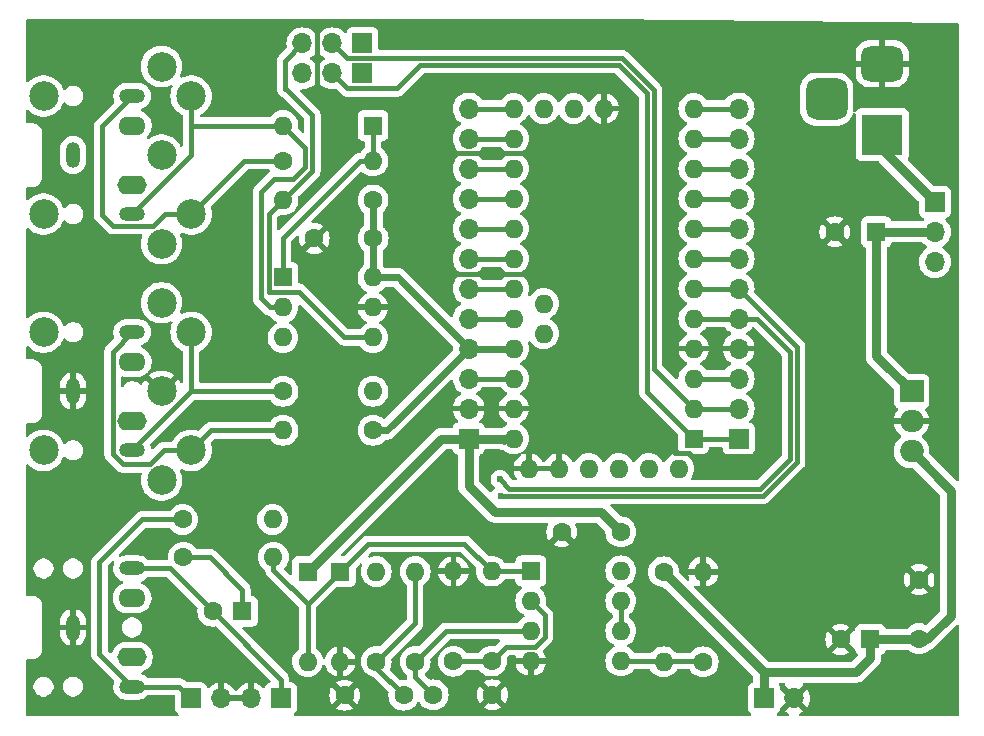
<source format=gbr>
%TF.GenerationSoftware,KiCad,Pcbnew,8.0.7*%
%TF.CreationDate,2025-05-07T21:26:37+01:00*%
%TF.ProjectId,ArduinoProMiniMIDIUSBHostCV,41726475-696e-46f5-9072-6f4d696e694d,rev?*%
%TF.SameCoordinates,Original*%
%TF.FileFunction,Copper,L1,Top*%
%TF.FilePolarity,Positive*%
%FSLAX46Y46*%
G04 Gerber Fmt 4.6, Leading zero omitted, Abs format (unit mm)*
G04 Created by KiCad (PCBNEW 8.0.7) date 2025-05-07 21:26:37*
%MOMM*%
%LPD*%
G01*
G04 APERTURE LIST*
G04 Aperture macros list*
%AMRoundRect*
0 Rectangle with rounded corners*
0 $1 Rounding radius*
0 $2 $3 $4 $5 $6 $7 $8 $9 X,Y pos of 4 corners*
0 Add a 4 corners polygon primitive as box body*
4,1,4,$2,$3,$4,$5,$6,$7,$8,$9,$2,$3,0*
0 Add four circle primitives for the rounded corners*
1,1,$1+$1,$2,$3*
1,1,$1+$1,$4,$5*
1,1,$1+$1,$6,$7*
1,1,$1+$1,$8,$9*
0 Add four rect primitives between the rounded corners*
20,1,$1+$1,$2,$3,$4,$5,0*
20,1,$1+$1,$4,$5,$6,$7,0*
20,1,$1+$1,$6,$7,$8,$9,0*
20,1,$1+$1,$8,$9,$2,$3,0*%
G04 Aperture macros list end*
%TA.AperFunction,ComponentPad*%
%ADD10R,1.700000X1.700000*%
%TD*%
%TA.AperFunction,ComponentPad*%
%ADD11O,1.700000X1.700000*%
%TD*%
%TA.AperFunction,ComponentPad*%
%ADD12C,1.600000*%
%TD*%
%TA.AperFunction,ComponentPad*%
%ADD13O,1.600000X1.600000*%
%TD*%
%TA.AperFunction,ComponentPad*%
%ADD14R,1.600000X1.600000*%
%TD*%
%TA.AperFunction,ComponentPad*%
%ADD15O,2.200000X1.200000*%
%TD*%
%TA.AperFunction,ComponentPad*%
%ADD16O,2.300000X1.600000*%
%TD*%
%TA.AperFunction,ComponentPad*%
%ADD17O,1.200000X2.200000*%
%TD*%
%TA.AperFunction,ComponentPad*%
%ADD18O,2.500000X1.600000*%
%TD*%
%TA.AperFunction,ComponentPad*%
%ADD19R,2.000000X1.905000*%
%TD*%
%TA.AperFunction,ComponentPad*%
%ADD20O,2.000000X1.905000*%
%TD*%
%TA.AperFunction,WasherPad*%
%ADD21C,2.499360*%
%TD*%
%TA.AperFunction,ComponentPad*%
%ADD22C,2.499360*%
%TD*%
%TA.AperFunction,ComponentPad*%
%ADD23R,3.500000X3.500000*%
%TD*%
%TA.AperFunction,ComponentPad*%
%ADD24RoundRect,0.750000X-1.000000X0.750000X-1.000000X-0.750000X1.000000X-0.750000X1.000000X0.750000X0*%
%TD*%
%TA.AperFunction,ComponentPad*%
%ADD25RoundRect,0.875000X-0.875000X0.875000X-0.875000X-0.875000X0.875000X-0.875000X0.875000X0.875000X0*%
%TD*%
%TA.AperFunction,ViaPad*%
%ADD26C,0.600000*%
%TD*%
%TA.AperFunction,Conductor*%
%ADD27C,0.400000*%
%TD*%
%TA.AperFunction,Conductor*%
%ADD28C,0.800000*%
%TD*%
%TA.AperFunction,Conductor*%
%ADD29C,0.600000*%
%TD*%
G04 APERTURE END LIST*
D10*
%TO.P,J9,1,Pin_1*%
%TO.N,Net-(J9-Pin_1)*%
X72120000Y-108000000D03*
D11*
%TO.P,J9,2,Pin_2*%
%TO.N,GND*%
X69580000Y-108000000D03*
%TD*%
D10*
%TO.P,J8,1,Pin_1*%
%TO.N,Net-(J8-Pin_1)*%
X64500000Y-108000000D03*
D11*
%TO.P,J8,2,Pin_2*%
%TO.N,GND*%
X67040000Y-108000000D03*
%TD*%
D12*
%TO.P,R14,1*%
%TO.N,Net-(J8-Pin_1)*%
X63780000Y-92850000D03*
D13*
%TO.P,R14,2*%
%TO.N,/MCU_GATE*%
X71400000Y-92850000D03*
%TD*%
D12*
%TO.P,R3,1*%
%TO.N,Net-(OUT1-Pad5)*%
X72280000Y-82000000D03*
D13*
%TO.P,R3,2*%
%TO.N,Net-(J4-Pin_3)*%
X79900000Y-82000000D03*
%TD*%
D12*
%TO.P,C6,1*%
%TO.N,Net-(U4A-+)*%
X85000000Y-107690000D03*
%TO.P,C6,2*%
%TO.N,GND*%
X90000000Y-107690000D03*
%TD*%
%TO.P,C5,1*%
%TO.N,Net-(C5-Pad1)*%
X82500000Y-107730000D03*
%TO.P,C5,2*%
%TO.N,GND*%
X77500000Y-107730000D03*
%TD*%
D14*
%TO.P,U2,1*%
%TO.N,Net-(D1-K)*%
X72270000Y-72360000D03*
D13*
%TO.P,U2,2*%
%TO.N,Net-(D1-A)*%
X72270000Y-74900000D03*
%TO.P,U2,3*%
%TO.N,unconnected-(U2-Pad3)*%
X72270000Y-77440000D03*
%TO.P,U2,4*%
%TO.N,Net-(J6-Pin_3)*%
X79890000Y-77440000D03*
%TO.P,U2,5*%
%TO.N,GND*%
X79890000Y-74900000D03*
%TO.P,U2,6*%
%TO.N,+3V3*%
X79890000Y-72360000D03*
%TD*%
D12*
%TO.P,C4,1*%
%TO.N,+5V*%
X126130000Y-102940000D03*
%TO.P,C4,2*%
%TO.N,GND*%
X126130000Y-97940000D03*
%TD*%
D15*
%TO.P,J1,R*%
%TO.N,Net-(J9-Pin_1)*%
X59500000Y-97000000D03*
D16*
%TO.P,J1,RN*%
%TO.N,N/C*%
X59500000Y-99500000D03*
D17*
%TO.P,J1,S*%
%TO.N,GND*%
X54500000Y-102000000D03*
D15*
%TO.P,J1,T*%
%TO.N,Net-(J8-Pin_1)*%
X59500000Y-107000000D03*
D18*
%TO.P,J1,TN*%
%TO.N,N/C*%
X59500000Y-104500000D03*
%TD*%
D12*
%TO.P,R10,1*%
%TO.N,Net-(C7-Pad1)*%
X63850000Y-96040000D03*
D13*
%TO.P,R10,2*%
%TO.N,Net-(D2-A)*%
X71470000Y-96040000D03*
%TD*%
D12*
%TO.P,R6,1*%
%TO.N,Net-(C5-Pad1)*%
X80170000Y-104880000D03*
D13*
%TO.P,R6,2*%
%TO.N,/MCU_PWM*%
X80170000Y-97260000D03*
%TD*%
D12*
%TO.P,R7,1*%
%TO.N,Net-(U4A-+)*%
X83470000Y-104880000D03*
D13*
%TO.P,R7,2*%
%TO.N,Net-(C5-Pad1)*%
X83470000Y-97260000D03*
%TD*%
D14*
%TO.P,C2,1*%
%TO.N,+5V*%
X122000000Y-103000000D03*
D12*
%TO.P,C2,2*%
%TO.N,GND*%
X119500000Y-103000000D03*
%TD*%
D19*
%TO.P,U1,1,IN*%
%TO.N,VCC*%
X125500000Y-82000000D03*
D20*
%TO.P,U1,2,GND*%
%TO.N,GND*%
X125500000Y-84540000D03*
%TO.P,U1,3,OUT*%
%TO.N,+5V*%
X125500000Y-87080000D03*
%TD*%
D14*
%TO.P,D3,1,K*%
%TO.N,Net-(D2-A)*%
X77120000Y-97270000D03*
D13*
%TO.P,D3,2,A*%
%TO.N,GND*%
X77120000Y-104890000D03*
%TD*%
D10*
%TO.P,J2,1,Pin_1*%
%TO.N,/UART_TX*%
X110860000Y-86000000D03*
D11*
%TO.P,J2,2,Pin_2*%
%TO.N,/UART_RX*%
X110860000Y-83460000D03*
%TO.P,J2,3,Pin_3*%
%TO.N,/USB_RST*%
X110860000Y-80920000D03*
%TO.P,J2,4,Pin_4*%
%TO.N,GND*%
X110860000Y-78380000D03*
%TO.P,J2,5,Pin_5*%
%TO.N,/MCU_GATE*%
X110860000Y-75840000D03*
%TO.P,J2,6,Pin_6*%
%TO.N,/MCU_PWM*%
X110860000Y-73300000D03*
%TO.P,J2,7,Pin_7*%
%TO.N,Net-(J2-Pin_7)*%
X110860000Y-70760000D03*
%TO.P,J2,8,Pin_8*%
%TO.N,Net-(J2-Pin_8)*%
X110860000Y-68220000D03*
%TO.P,J2,9,Pin_9*%
%TO.N,Net-(J2-Pin_9)*%
X110860000Y-65680000D03*
%TO.P,J2,10,Pin_10*%
%TO.N,Net-(J2-Pin_10)*%
X110860000Y-63140000D03*
%TO.P,J2,11,Pin_11*%
%TO.N,Net-(J2-Pin_11)*%
X110860000Y-60600000D03*
%TO.P,J2,12,Pin_12*%
%TO.N,/USB_INT*%
X110860000Y-58060000D03*
%TD*%
D12*
%TO.P,R11,1*%
%TO.N,Net-(U4B-+)*%
X107854000Y-104904000D03*
D13*
%TO.P,R11,2*%
%TO.N,GND*%
X107854000Y-97284000D03*
%TD*%
D10*
%TO.P,SW1,1,A*%
%TO.N,Net-(SW1-A)*%
X127460000Y-65960000D03*
D11*
%TO.P,SW1,2,B*%
%TO.N,VCC*%
X127460000Y-68500000D03*
%TO.P,SW1,3*%
%TO.N,N/C*%
X127460000Y-71040000D03*
%TD*%
D12*
%TO.P,R2,1*%
%TO.N,Net-(IN1-Pad4)*%
X72280000Y-62500000D03*
D13*
%TO.P,R2,2*%
%TO.N,Net-(D1-K)*%
X79900000Y-62500000D03*
%TD*%
D12*
%TO.P,R4,1*%
%TO.N,+3V3*%
X79900000Y-65800000D03*
D13*
%TO.P,R4,2*%
%TO.N,Net-(J6-Pin_3)*%
X72280000Y-65800000D03*
%TD*%
D10*
%TO.P,J5,1,Pin_1*%
%TO.N,+5V*%
X88000000Y-86000000D03*
D11*
%TO.P,J5,2,Pin_2*%
%TO.N,GND*%
X88000000Y-83460000D03*
%TO.P,J5,3,Pin_3*%
%TO.N,Net-(J5-Pin_3)*%
X88000000Y-80920000D03*
%TO.P,J5,4,Pin_4*%
%TO.N,+3V3*%
X88000000Y-78380000D03*
%TO.P,J5,5,Pin_5*%
%TO.N,Net-(J5-Pin_5)*%
X88000000Y-75840000D03*
%TO.P,J5,6,Pin_6*%
%TO.N,Net-(J5-Pin_6)*%
X88000000Y-73300000D03*
%TO.P,J5,7,Pin_7*%
%TO.N,Net-(J5-Pin_7)*%
X88000000Y-70760000D03*
%TO.P,J5,8,Pin_8*%
%TO.N,Net-(J5-Pin_8)*%
X88000000Y-68220000D03*
%TO.P,J5,9,Pin_9*%
%TO.N,/USB_CLK*%
X88000000Y-65680000D03*
%TO.P,J5,10,Pin_10*%
%TO.N,/USB_MISO*%
X88000000Y-63140000D03*
%TO.P,J5,11,Pin_11*%
%TO.N,/USB_MOSI*%
X88000000Y-60600000D03*
%TO.P,J5,12,Pin_12*%
%TO.N,/USB_SS*%
X88000000Y-58060000D03*
%TD*%
D14*
%TO.P,U3,1,D1/TX*%
%TO.N,/UART_TX*%
X107050000Y-86000000D03*
D13*
%TO.P,U3,2,D0/RX*%
%TO.N,/UART_RX*%
X107050000Y-83460000D03*
%TO.P,U3,3,RST*%
%TO.N,/USB_RST*%
X107050000Y-80920000D03*
%TO.P,U3,4,GND*%
%TO.N,GND*%
X107050000Y-78380000D03*
%TO.P,U3,5,D2*%
%TO.N,/MCU_GATE*%
X107050000Y-75840000D03*
%TO.P,U3,6,~D3*%
%TO.N,/MCU_PWM*%
X107050000Y-73300000D03*
%TO.P,U3,7,D4*%
%TO.N,Net-(J2-Pin_7)*%
X107050000Y-70760000D03*
%TO.P,U3,8,~D5*%
%TO.N,Net-(J2-Pin_8)*%
X107050000Y-68220000D03*
%TO.P,U3,9,~D6*%
%TO.N,Net-(J2-Pin_9)*%
X107050000Y-65680000D03*
%TO.P,U3,10,D7*%
%TO.N,Net-(J2-Pin_10)*%
X107050000Y-63140000D03*
%TO.P,U3,11,D8*%
%TO.N,Net-(J2-Pin_11)*%
X107050000Y-60600000D03*
%TO.P,U3,12,~D9*%
%TO.N,/USB_INT*%
X107050000Y-58060000D03*
%TO.P,U3,13,~D10*%
%TO.N,/USB_SS*%
X91810000Y-58060000D03*
%TO.P,U3,14,~D11*%
%TO.N,/USB_MOSI*%
X91810000Y-60600000D03*
%TO.P,U3,15,D12*%
%TO.N,/USB_MISO*%
X91810000Y-63140000D03*
%TO.P,U3,16,D13*%
%TO.N,/USB_CLK*%
X91810000Y-65680000D03*
%TO.P,U3,17,D14/A0*%
%TO.N,Net-(J5-Pin_8)*%
X91810000Y-68220000D03*
%TO.P,U3,18,D15/A1*%
%TO.N,Net-(J5-Pin_7)*%
X91810000Y-70760000D03*
%TO.P,U3,19,D16/A2*%
%TO.N,Net-(J5-Pin_6)*%
X91810000Y-73300000D03*
%TO.P,U3,20,D17/A3*%
%TO.N,Net-(J5-Pin_5)*%
X91810000Y-75840000D03*
%TO.P,U3,21,VCC*%
%TO.N,+3V3*%
X91810000Y-78380000D03*
%TO.P,U3,22,RST*%
%TO.N,Net-(J5-Pin_3)*%
X91810000Y-80920000D03*
%TO.P,U3,23,GND*%
%TO.N,GND*%
X91810000Y-83460000D03*
%TO.P,U3,24,RAW*%
%TO.N,+5V*%
X91810000Y-86000000D03*
%TO.P,U3,A4,A4*%
%TO.N,unconnected-(U3-PadA4)*%
X94350000Y-74570000D03*
%TO.P,U3,A5,A5*%
%TO.N,unconnected-(U3-PadA5)*%
X94350000Y-77110000D03*
%TO.P,U3,A6,A6*%
%TO.N,unconnected-(U3-PadA6)*%
X94350000Y-58060000D03*
%TO.P,U3,A7,A7*%
%TO.N,unconnected-(U3-PadA7)*%
X96890000Y-58060000D03*
%TO.P,U3,G,GND*%
%TO.N,GND*%
X99430000Y-58060000D03*
%TO.P,U3,H1,DTR*%
%TO.N,unconnected-(U3-DTR-PadH1)*%
X105780000Y-88540000D03*
%TO.P,U3,H2,TX*%
%TO.N,unconnected-(U3-TX-PadH2)*%
X103240000Y-88540000D03*
%TO.P,U3,H3,RX*%
%TO.N,unconnected-(U3-RX-PadH3)*%
X100700000Y-88540000D03*
%TO.P,U3,H4,VCC*%
%TO.N,unconnected-(U3-VCC-PadH4)*%
X98160000Y-88540000D03*
%TO.P,U3,H5,GND*%
%TO.N,GND*%
X95620000Y-88540000D03*
%TO.P,U3,H6,GND*%
X93080000Y-88540000D03*
%TD*%
D21*
%TO.P,OUT1,*%
%TO.N,*%
X52002300Y-76998740D03*
X52002300Y-87001260D03*
D22*
%TO.P,OUT1,1*%
%TO.N,unconnected-(OUT1-Pad1)*%
X61997200Y-89498080D03*
%TO.P,OUT1,2*%
%TO.N,GND*%
X61999740Y-82000000D03*
D17*
X54510000Y-82000000D03*
D22*
%TO.P,OUT1,3*%
%TO.N,unconnected-(OUT1-Pad3)*%
X61997200Y-74501920D03*
D15*
%TO.P,OUT1,4*%
%TO.N,Net-(OUT1-Pad4)*%
X59510000Y-77000000D03*
D22*
X64499100Y-86996180D03*
%TO.P,OUT1,5*%
%TO.N,Net-(OUT1-Pad5)*%
X64499100Y-77003820D03*
D15*
X59510000Y-87000000D03*
D16*
%TO.P,OUT1,RN*%
%TO.N,N/C*%
X59510000Y-79500000D03*
D18*
%TO.P,OUT1,TN*%
X59510000Y-84500000D03*
%TD*%
D12*
%TO.P,R1,1*%
%TO.N,+3V3*%
X79900000Y-85300000D03*
D13*
%TO.P,R1,2*%
%TO.N,Net-(OUT1-Pad4)*%
X72280000Y-85300000D03*
%TD*%
D21*
%TO.P,IN1,*%
%TO.N,*%
X52002300Y-56998740D03*
X52002300Y-67001260D03*
D22*
%TO.P,IN1,1*%
%TO.N,unconnected-(IN1-Pad1)*%
X61997200Y-69498080D03*
%TO.P,IN1,2*%
%TO.N,unconnected-(IN1-Pad2)_1*%
X61999740Y-62000000D03*
D17*
%TO.N,unconnected-(IN1-Pad2)*%
X54510000Y-62000000D03*
D22*
%TO.P,IN1,3*%
%TO.N,unconnected-(IN1-Pad3)*%
X61997200Y-54501920D03*
D15*
%TO.P,IN1,4*%
%TO.N,Net-(IN1-Pad4)*%
X59510000Y-57000000D03*
D22*
X64499100Y-66996180D03*
%TO.P,IN1,5*%
%TO.N,Net-(D1-A)*%
X64499100Y-57003820D03*
D15*
X59510000Y-67000000D03*
D16*
%TO.P,IN1,RN*%
%TO.N,N/C*%
X59510000Y-59500000D03*
D18*
%TO.P,IN1,TN*%
X59510000Y-64500000D03*
%TD*%
D10*
%TO.P,J7,1,Pin_1*%
%TO.N,+5V*%
X113000000Y-108000000D03*
D11*
%TO.P,J7,2,Pin_2*%
%TO.N,GND*%
X115540000Y-108000000D03*
%TD*%
D14*
%TO.P,D1,1,K*%
%TO.N,Net-(D1-K)*%
X79900000Y-59500000D03*
D13*
%TO.P,D1,2,A*%
%TO.N,Net-(D1-A)*%
X72280000Y-59500000D03*
%TD*%
D14*
%TO.P,D2,1,K*%
%TO.N,+5V*%
X74360000Y-97260000D03*
D13*
%TO.P,D2,2,A*%
%TO.N,Net-(D2-A)*%
X74360000Y-104880000D03*
%TD*%
D14*
%TO.P,C7,1*%
%TO.N,Net-(C7-Pad1)*%
X68835113Y-100620000D03*
D12*
%TO.P,C7,2*%
%TO.N,Net-(J9-Pin_1)*%
X66335113Y-100620000D03*
%TD*%
D14*
%TO.P,U4,1*%
%TO.N,Net-(D2-A)*%
X93260000Y-97200000D03*
D13*
%TO.P,U4,2,-*%
%TO.N,Net-(U4A--)*%
X93260000Y-99740000D03*
%TO.P,U4,3,+*%
%TO.N,Net-(U4A-+)*%
X93260000Y-102280000D03*
%TO.P,U4,4,V-*%
%TO.N,GND*%
X93260000Y-104820000D03*
%TO.P,U4,5,+*%
%TO.N,Net-(U4B-+)*%
X100880000Y-104820000D03*
%TO.P,U4,6,-*%
%TO.N,Net-(U4B--)*%
X100880000Y-102280000D03*
%TO.P,U4,7*%
X100880000Y-99740000D03*
%TO.P,U4,8,V+*%
%TO.N,+5V*%
X100880000Y-97200000D03*
%TD*%
D14*
%TO.P,C1,1*%
%TO.N,VCC*%
X122500000Y-68500000D03*
D12*
%TO.P,C1,2*%
%TO.N,GND*%
X119000000Y-68500000D03*
%TD*%
%TO.P,R5,1*%
%TO.N,+5V*%
X104494000Y-97284000D03*
D13*
%TO.P,R5,2*%
%TO.N,Net-(U4B-+)*%
X104494000Y-104904000D03*
%TD*%
D12*
%TO.P,C3,1*%
%TO.N,GND*%
X74920000Y-69050000D03*
%TO.P,C3,2*%
%TO.N,+3V3*%
X79920000Y-69050000D03*
%TD*%
%TO.P,R8,1*%
%TO.N,Net-(U4A--)*%
X86710000Y-104860000D03*
D13*
%TO.P,R8,2*%
%TO.N,GND*%
X86710000Y-97240000D03*
%TD*%
D12*
%TO.P,R9,1*%
%TO.N,Net-(U4A--)*%
X89940000Y-104840000D03*
D13*
%TO.P,R9,2*%
%TO.N,Net-(D2-A)*%
X89940000Y-97220000D03*
%TD*%
D12*
%TO.P,C8,1*%
%TO.N,+5V*%
X100880000Y-93900000D03*
%TO.P,C8,2*%
%TO.N,GND*%
X95880000Y-93900000D03*
%TD*%
D10*
%TO.P,J4,1,Pin_1*%
%TO.N,unconnected-(J4-Pin_1-Pad1)*%
X79000000Y-55080000D03*
D11*
%TO.P,J4,2,Pin_2*%
%TO.N,/UART_TX*%
X76460000Y-55080000D03*
%TO.P,J4,3,Pin_3*%
%TO.N,Net-(J4-Pin_3)*%
X73920000Y-55080000D03*
%TD*%
D10*
%TO.P,J6,1,Pin_1*%
%TO.N,unconnected-(J6-Pin_1-Pad1)*%
X79000000Y-52540000D03*
D11*
%TO.P,J6,2,Pin_2*%
%TO.N,/UART_RX*%
X76460000Y-52540000D03*
%TO.P,J6,3,Pin_3*%
%TO.N,Net-(J6-Pin_3)*%
X73920000Y-52540000D03*
%TD*%
D23*
%TO.P,J3,1*%
%TO.N,Net-(SW1-A)*%
X123000000Y-60260000D03*
D24*
%TO.P,J3,2*%
%TO.N,GND*%
X123000000Y-54260000D03*
D25*
%TO.P,J3,3*%
%TO.N,unconnected-(J3-Pad3)*%
X118300000Y-57260000D03*
%TD*%
D26*
%TO.N,GND*%
X103200000Y-85960000D03*
X101050000Y-66880000D03*
X105310000Y-66980000D03*
X101200000Y-74710000D03*
X61310000Y-94940000D03*
X62050000Y-108580000D03*
X62270000Y-103850000D03*
X71150000Y-103040000D03*
X62210000Y-99120000D03*
%TO.N,/MCU_PWM*%
X90710000Y-90840000D03*
%TO.N,GND*%
X72610000Y-88340000D03*
%TO.N,/MCU_GATE*%
X90650000Y-89440000D03*
%TO.N,GND*%
X77110000Y-91300000D03*
X108830000Y-107880000D03*
X97150000Y-100450000D03*
X88390000Y-55640000D03*
X86150000Y-88090000D03*
X114850000Y-60800000D03*
X81950000Y-92810000D03*
X81800000Y-105410000D03*
X88390000Y-51470000D03*
X71310000Y-57740000D03*
X69040000Y-55270000D03*
X119010000Y-108000000D03*
X98750000Y-51550000D03*
X81820000Y-98880000D03*
X98730000Y-55750000D03*
X112330000Y-101340000D03*
X83590000Y-59600000D03*
X120020000Y-84090000D03*
X55810000Y-91840000D03*
X87390000Y-93180000D03*
X83800000Y-68840000D03*
X109440000Y-51800000D03*
X128260000Y-108160000D03*
X96520000Y-108000000D03*
X119770000Y-94030000D03*
X109680000Y-88530000D03*
X102570000Y-92230000D03*
X128360000Y-76230000D03*
%TD*%
D27*
%TO.N,Net-(C7-Pad1)*%
X66080000Y-96040000D02*
X63850000Y-96040000D01*
X68835113Y-100620000D02*
X68835113Y-98795113D01*
X68835113Y-98795113D02*
X66080000Y-96040000D01*
D28*
%TO.N,+5V*%
X122000000Y-104600000D02*
X122000000Y-103000000D01*
X120820000Y-105780000D02*
X122000000Y-104600000D01*
X112990000Y-105780000D02*
X120820000Y-105780000D01*
X113000000Y-106290000D02*
X113000000Y-108000000D01*
X112990000Y-106280000D02*
X113000000Y-106290000D01*
X112990000Y-105780000D02*
X112990000Y-106280000D01*
X104494000Y-97284000D02*
X112990000Y-105780000D01*
D27*
%TO.N,/MCU_PWM*%
X115810000Y-78250000D02*
X115810000Y-78690000D01*
X110860000Y-73300000D02*
X115810000Y-78250000D01*
X115810000Y-78690000D02*
X115810000Y-87960000D01*
%TO.N,/MCU_GATE*%
X112390000Y-75840000D02*
X115210000Y-78660000D01*
X110860000Y-75840000D02*
X112390000Y-75840000D01*
X115210000Y-78660000D02*
X115210000Y-87711472D01*
%TO.N,Net-(J9-Pin_1)*%
X72120000Y-106404887D02*
X66335113Y-100620000D01*
X72120000Y-108000000D02*
X72120000Y-106404887D01*
%TO.N,Net-(U4A-+)*%
X83470000Y-106160000D02*
X85000000Y-107690000D01*
X83470000Y-104880000D02*
X83470000Y-106160000D01*
%TO.N,Net-(C5-Pad1)*%
X80170000Y-104880000D02*
X80170000Y-105400000D01*
X80170000Y-105400000D02*
X82500000Y-107730000D01*
%TO.N,Net-(J8-Pin_1)*%
X63500000Y-107000000D02*
X64500000Y-108000000D01*
X59500000Y-107000000D02*
X63500000Y-107000000D01*
%TO.N,Net-(J9-Pin_1)*%
X62715113Y-97000000D02*
X66335113Y-100620000D01*
X59500000Y-97000000D02*
X62715113Y-97000000D01*
%TO.N,Net-(D2-A)*%
X71470000Y-97140000D02*
X71470000Y-96040000D01*
X74360000Y-100030000D02*
X71470000Y-97140000D01*
X74360000Y-100030000D02*
X77120000Y-97270000D01*
X74360000Y-104880000D02*
X74360000Y-100030000D01*
%TO.N,Net-(J8-Pin_1)*%
X56720000Y-96490000D02*
X60360000Y-92850000D01*
X56720000Y-104220000D02*
X56720000Y-96490000D01*
X59500000Y-107000000D02*
X56720000Y-104220000D01*
X60360000Y-92850000D02*
X63780000Y-92850000D01*
D28*
%TO.N,+5V*%
X99205000Y-92225000D02*
X100880000Y-93900000D01*
X88000000Y-90000000D02*
X90225000Y-92225000D01*
X88000000Y-86000000D02*
X88000000Y-90000000D01*
X90225000Y-92225000D02*
X99205000Y-92225000D01*
D27*
%TO.N,/MCU_PWM*%
X112929264Y-90840736D02*
X90762106Y-90840736D01*
X115810000Y-87960000D02*
X112929264Y-90840736D01*
%TO.N,/MCU_GATE*%
X90650000Y-89440000D02*
X91450016Y-90240016D01*
X112680736Y-90240736D02*
X91450736Y-90240736D01*
X112760736Y-90160736D02*
X112680736Y-90240736D01*
X115210000Y-87711472D02*
X112760736Y-90160736D01*
D28*
%TO.N,VCC*%
X122500000Y-68500000D02*
X127460000Y-68500000D01*
X122500000Y-79000000D02*
X125500000Y-82000000D01*
X122500000Y-68500000D02*
X122500000Y-79000000D01*
D27*
%TO.N,GND*%
X105490000Y-87200000D02*
X106650000Y-87200000D01*
X75190000Y-51410000D02*
X75190000Y-56880000D01*
X105180000Y-86890000D02*
X105490000Y-87200000D01*
X86690000Y-72050000D02*
X93080000Y-72050000D01*
X106650000Y-87200000D02*
X107470000Y-88020000D01*
X86670000Y-72070000D02*
X86690000Y-72050000D01*
X93140000Y-61850000D02*
X86790000Y-61850000D01*
D28*
%TO.N,+5V*%
X104410000Y-97200000D02*
X104494000Y-97284000D01*
X125500000Y-87080000D02*
X128830000Y-90410000D01*
X91010001Y-86110001D02*
X90900000Y-86000000D01*
X74420000Y-97260000D02*
X85680000Y-86000000D01*
X88000000Y-86000000D02*
X90900000Y-86000000D01*
X85680000Y-86000000D02*
X88000000Y-86000000D01*
X128830000Y-90410000D02*
X128830000Y-100990000D01*
X90900000Y-86000000D02*
X91810000Y-86000000D01*
X74360000Y-97260000D02*
X74420000Y-97260000D01*
X126820000Y-103000000D02*
X122000000Y-103000000D01*
X128830000Y-100990000D02*
X126820000Y-103000000D01*
D29*
%TO.N,+3V3*%
X79900000Y-72350000D02*
X79890000Y-72360000D01*
X79900000Y-65800000D02*
X79900000Y-72350000D01*
X81080000Y-85300000D02*
X79900000Y-85300000D01*
X88000000Y-78380000D02*
X81080000Y-85300000D01*
X79890000Y-72360000D02*
X81980000Y-72360000D01*
X91810000Y-78380000D02*
X88000000Y-78380000D01*
X81980000Y-72360000D02*
X88000000Y-78380000D01*
D27*
%TO.N,Net-(C5-Pad1)*%
X83470000Y-97260000D02*
X83470000Y-101580000D01*
X83470000Y-101580000D02*
X80170000Y-104880000D01*
%TO.N,Net-(U4A-+)*%
X93260000Y-102280000D02*
X86070000Y-102280000D01*
X86070000Y-102280000D02*
X83470000Y-104880000D01*
%TO.N,Net-(D1-K)*%
X72270000Y-68998630D02*
X72270000Y-72360000D01*
X78768630Y-62500000D02*
X72270000Y-68998630D01*
X79900000Y-62500000D02*
X78768630Y-62500000D01*
X79900000Y-59500000D02*
X79900000Y-62500000D01*
%TO.N,Net-(D1-A)*%
X64529100Y-59500000D02*
X64499100Y-59530000D01*
X70400000Y-65120000D02*
X70400000Y-74110000D01*
X71500000Y-64020000D02*
X70400000Y-65120000D01*
X72280000Y-59500000D02*
X64529100Y-59500000D01*
X70400000Y-74110000D02*
X71190000Y-74900000D01*
X64499100Y-62010900D02*
X59510000Y-67000000D01*
X72280000Y-59500000D02*
X74160000Y-61380000D01*
X64499100Y-59530000D02*
X64499100Y-62010900D01*
X73160000Y-64020000D02*
X71500000Y-64020000D01*
X71190000Y-74900000D02*
X72270000Y-74900000D01*
X74160000Y-61380000D02*
X74160000Y-63020000D01*
X74160000Y-63020000D02*
X73160000Y-64020000D01*
X64499100Y-57003820D02*
X64499100Y-59530000D01*
%TO.N,Net-(D2-A)*%
X77120000Y-97270000D02*
X79480000Y-94910000D01*
X89960000Y-97200000D02*
X89940000Y-97220000D01*
X87630000Y-94910000D02*
X89940000Y-97220000D01*
X79480000Y-94910000D02*
X87630000Y-94910000D01*
X93260000Y-97200000D02*
X89960000Y-97200000D01*
%TO.N,Net-(IN1-Pad4)*%
X56980000Y-59530000D02*
X56980000Y-67090000D01*
X61290000Y-68000000D02*
X62293820Y-66996180D01*
X64499100Y-66996180D02*
X68995280Y-62500000D01*
X56980000Y-67090000D02*
X57890000Y-68000000D01*
X62293820Y-66996180D02*
X64499100Y-66996180D01*
X68995280Y-62500000D02*
X72280000Y-62500000D01*
X57890000Y-68000000D02*
X61290000Y-68000000D01*
X59510000Y-57000000D02*
X56980000Y-59530000D01*
D28*
%TO.N,Net-(SW1-A)*%
X123000000Y-60260000D02*
X123000000Y-61500000D01*
X123000000Y-61500000D02*
X127460000Y-65960000D01*
D27*
%TO.N,/UART_TX*%
X77730000Y-56350000D02*
X81910000Y-56350000D01*
X103090000Y-56758528D02*
X103090000Y-82040000D01*
X107050000Y-86000000D02*
X110860000Y-86000000D01*
X100721472Y-54390000D02*
X103090000Y-56758528D01*
X83870000Y-54390000D02*
X100721472Y-54390000D01*
X103090000Y-82040000D02*
X107050000Y-86000000D01*
X81910000Y-56350000D02*
X83870000Y-54390000D01*
X76460000Y-55080000D02*
X77730000Y-56350000D01*
%TO.N,/UART_RX*%
X103690000Y-80100000D02*
X107050000Y-83460000D01*
X77710000Y-53790000D02*
X100970000Y-53790000D01*
X103690000Y-56510000D02*
X103690000Y-80100000D01*
X76460000Y-52540000D02*
X77710000Y-53790000D01*
X100970000Y-53790000D02*
X103690000Y-56510000D01*
X110860000Y-83460000D02*
X107050000Y-83460000D01*
%TO.N,Net-(U4B-+)*%
X100880000Y-104820000D02*
X107770000Y-104820000D01*
X107770000Y-104820000D02*
X107854000Y-104904000D01*
%TO.N,/USB_INT*%
X107050000Y-58060000D02*
X110860000Y-58060000D01*
%TO.N,Net-(U4A--)*%
X86710000Y-104860000D02*
X89920000Y-104860000D01*
X93640000Y-103620000D02*
X94460000Y-102800000D01*
X91160000Y-103620000D02*
X93640000Y-103620000D01*
X94460000Y-102800000D02*
X94460000Y-100940000D01*
X94460000Y-100940000D02*
X93260000Y-99740000D01*
X89920000Y-104860000D02*
X89940000Y-104840000D01*
X89940000Y-104840000D02*
X91160000Y-103620000D01*
%TO.N,Net-(U4B--)*%
X100880000Y-99740000D02*
X100880000Y-102280000D01*
%TO.N,Net-(OUT1-Pad4)*%
X58750000Y-88180000D02*
X60982280Y-88180000D01*
X62166100Y-86996180D02*
X64499100Y-86996180D01*
X57860000Y-87290000D02*
X58750000Y-88180000D01*
X66195280Y-85300000D02*
X64499100Y-86996180D01*
X72280000Y-85300000D02*
X66195280Y-85300000D01*
X59510000Y-77000000D02*
X57860000Y-78650000D01*
X57860000Y-78650000D02*
X57860000Y-87290000D01*
X60982280Y-88180000D02*
X62166100Y-86996180D01*
%TO.N,Net-(OUT1-Pad5)*%
X72280000Y-82000000D02*
X64569100Y-82000000D01*
X64499100Y-81930000D02*
X64499100Y-82010900D01*
X64499100Y-82010900D02*
X59510000Y-87000000D01*
X64499100Y-77003820D02*
X64499100Y-81930000D01*
X64569100Y-82000000D02*
X64499100Y-81930000D01*
%TO.N,Net-(J6-Pin_3)*%
X72280000Y-65800000D02*
X71070000Y-67010000D01*
X73600000Y-73559999D02*
X77480001Y-77440000D01*
X71070000Y-67010000D02*
X71070000Y-73559999D01*
X77480001Y-77440000D02*
X79890000Y-77440000D01*
X71070000Y-73559999D02*
X73600000Y-73559999D01*
X72440000Y-56400000D02*
X72550000Y-56400000D01*
X72550000Y-56400000D02*
X74760000Y-58610000D01*
X74760000Y-58610000D02*
X74760000Y-63320000D01*
X72440000Y-54020000D02*
X72440000Y-56400000D01*
X74760000Y-63320000D02*
X72280000Y-65800000D01*
X73920000Y-52540000D02*
X72440000Y-54020000D01*
%TO.N,Net-(J2-Pin_10)*%
X107050000Y-63140000D02*
X110860000Y-63140000D01*
%TO.N,Net-(J2-Pin_9)*%
X107050000Y-65680000D02*
X110860000Y-65680000D01*
%TO.N,Net-(J2-Pin_11)*%
X107050000Y-60600000D02*
X110860000Y-60600000D01*
%TO.N,/MCU_PWM*%
X107050000Y-73300000D02*
X110860000Y-73300000D01*
%TO.N,Net-(J2-Pin_8)*%
X107050000Y-68220000D02*
X110860000Y-68220000D01*
%TO.N,/USB_RST*%
X107050000Y-80920000D02*
X110860000Y-80920000D01*
%TO.N,/MCU_GATE*%
X107050000Y-75840000D02*
X110860000Y-75840000D01*
%TO.N,Net-(J2-Pin_7)*%
X107050000Y-70760000D02*
X110860000Y-70760000D01*
%TO.N,Net-(J5-Pin_3)*%
X88000000Y-80920000D02*
X91810000Y-80920000D01*
%TO.N,Net-(J5-Pin_8)*%
X88000000Y-68220000D02*
X91810000Y-68220000D01*
%TO.N,/USB_CLK*%
X88000000Y-65680000D02*
X91810000Y-65680000D01*
%TO.N,/USB_SS*%
X88000000Y-58060000D02*
X91810000Y-58060000D01*
%TO.N,Net-(J5-Pin_7)*%
X88000000Y-70760000D02*
X91810000Y-70760000D01*
%TO.N,/USB_MISO*%
X88000000Y-63140000D02*
X91810000Y-63140000D01*
%TO.N,Net-(J5-Pin_6)*%
X88000000Y-73300000D02*
X91810000Y-73300000D01*
%TO.N,/USB_MOSI*%
X88000000Y-60600000D02*
X91810000Y-60600000D01*
%TO.N,Net-(J5-Pin_5)*%
X88000000Y-75840000D02*
X91810000Y-75840000D01*
%TD*%
%TA.AperFunction,Conductor*%
%TO.N,GND*%
G36*
X90588103Y-86909939D02*
G01*
X90603286Y-86916228D01*
X90747335Y-86975896D01*
X90921304Y-87010500D01*
X90921308Y-87010501D01*
X90921309Y-87010501D01*
X90946695Y-87010501D01*
X91013734Y-87030186D01*
X91017806Y-87032918D01*
X91157266Y-87130568D01*
X91363504Y-87226739D01*
X91583308Y-87285635D01*
X91745230Y-87299801D01*
X91809998Y-87305468D01*
X91810000Y-87305468D01*
X91810002Y-87305468D01*
X91866807Y-87300498D01*
X92036692Y-87285635D01*
X92256496Y-87226739D01*
X92266861Y-87221905D01*
X92335934Y-87211410D01*
X92399720Y-87239926D01*
X92437963Y-87298400D01*
X92438522Y-87368267D01*
X92401218Y-87427346D01*
X92390393Y-87435859D01*
X92241183Y-87540338D01*
X92080342Y-87701179D01*
X91949865Y-87887517D01*
X91853734Y-88093673D01*
X91853730Y-88093682D01*
X91801127Y-88289999D01*
X91801128Y-88290000D01*
X92764314Y-88290000D01*
X92759920Y-88294394D01*
X92707259Y-88385606D01*
X92680000Y-88487339D01*
X92680000Y-88592661D01*
X92707259Y-88694394D01*
X92759920Y-88785606D01*
X92764314Y-88790000D01*
X91801128Y-88790000D01*
X91853730Y-88986317D01*
X91853734Y-88986326D01*
X91949866Y-89192482D01*
X92056739Y-89345112D01*
X92079066Y-89411318D01*
X92062056Y-89479086D01*
X92011108Y-89526899D01*
X91955164Y-89540236D01*
X91792254Y-89540236D01*
X91725215Y-89520551D01*
X91704573Y-89503917D01*
X91579795Y-89379139D01*
X91441369Y-89240712D01*
X91412008Y-89193986D01*
X91391065Y-89134134D01*
X91375789Y-89090478D01*
X91369898Y-89081103D01*
X91279815Y-88937737D01*
X91152262Y-88810184D01*
X90999523Y-88714211D01*
X90829254Y-88654631D01*
X90829249Y-88654630D01*
X90650004Y-88634435D01*
X90649996Y-88634435D01*
X90470750Y-88654630D01*
X90470745Y-88654631D01*
X90300476Y-88714211D01*
X90147737Y-88810184D01*
X90020184Y-88937737D01*
X89924211Y-89090476D01*
X89864631Y-89260745D01*
X89864630Y-89260750D01*
X89844435Y-89439996D01*
X89844435Y-89440003D01*
X89864630Y-89619249D01*
X89864631Y-89619254D01*
X89924211Y-89789523D01*
X90020184Y-89942262D01*
X90147737Y-90069815D01*
X90150731Y-90072203D01*
X90152157Y-90074235D01*
X90152662Y-90074740D01*
X90152573Y-90074828D01*
X90190868Y-90129393D01*
X90193715Y-90199205D01*
X90161095Y-90256827D01*
X90080182Y-90337740D01*
X89981952Y-90494070D01*
X89929617Y-90540361D01*
X89860564Y-90551008D01*
X89796716Y-90522633D01*
X89789278Y-90515778D01*
X88936819Y-89663319D01*
X88903334Y-89601996D01*
X88900500Y-89575638D01*
X88900500Y-87451439D01*
X88920185Y-87384400D01*
X88972989Y-87338645D01*
X88981168Y-87335257D01*
X89092326Y-87293798D01*
X89092326Y-87293797D01*
X89092331Y-87293796D01*
X89207546Y-87207546D01*
X89293796Y-87092331D01*
X89328218Y-87000042D01*
X89335258Y-86981167D01*
X89377129Y-86925233D01*
X89442593Y-86900816D01*
X89451440Y-86900500D01*
X90540650Y-86900500D01*
X90588103Y-86909939D01*
G37*
%TD.AperFunction*%
%TA.AperFunction,Conductor*%
G36*
X112153469Y-76594214D02*
G01*
X112156295Y-76596952D01*
X114473181Y-78913838D01*
X114506666Y-78975161D01*
X114509500Y-79001519D01*
X114509500Y-87369953D01*
X114489815Y-87436992D01*
X114473181Y-87457634D01*
X112426898Y-89503917D01*
X112365575Y-89537402D01*
X112339217Y-89540236D01*
X106905447Y-89540236D01*
X106838408Y-89520551D01*
X106792653Y-89467747D01*
X106782709Y-89398589D01*
X106803872Y-89345113D01*
X106862943Y-89260750D01*
X106910568Y-89192734D01*
X107006739Y-88986496D01*
X107065635Y-88766692D01*
X107085468Y-88540000D01*
X107084644Y-88530587D01*
X107070896Y-88373442D01*
X107065635Y-88313308D01*
X107006739Y-88093504D01*
X106910568Y-87887266D01*
X106780047Y-87700861D01*
X106780045Y-87700858D01*
X106619141Y-87539954D01*
X106599317Y-87526073D01*
X106555693Y-87471495D01*
X106548501Y-87401997D01*
X106580024Y-87339643D01*
X106640254Y-87304230D01*
X106670436Y-87300499D01*
X107897872Y-87300499D01*
X107957483Y-87294091D01*
X108092331Y-87243796D01*
X108207546Y-87157546D01*
X108293796Y-87042331D01*
X108344091Y-86907483D01*
X108350500Y-86847873D01*
X108350500Y-86824500D01*
X108370185Y-86757461D01*
X108422989Y-86711706D01*
X108474500Y-86700500D01*
X109385501Y-86700500D01*
X109452540Y-86720185D01*
X109498295Y-86772989D01*
X109509501Y-86824500D01*
X109509501Y-86897876D01*
X109515908Y-86957483D01*
X109566202Y-87092328D01*
X109566206Y-87092335D01*
X109652452Y-87207544D01*
X109652455Y-87207547D01*
X109767664Y-87293793D01*
X109767671Y-87293797D01*
X109902517Y-87344091D01*
X109902516Y-87344091D01*
X109909444Y-87344835D01*
X109962127Y-87350500D01*
X111757872Y-87350499D01*
X111817483Y-87344091D01*
X111952331Y-87293796D01*
X112067546Y-87207546D01*
X112153796Y-87092331D01*
X112204091Y-86957483D01*
X112210500Y-86897873D01*
X112210499Y-85102128D01*
X112204091Y-85042517D01*
X112195257Y-85018833D01*
X112153797Y-84907671D01*
X112153793Y-84907664D01*
X112067547Y-84792455D01*
X112067544Y-84792452D01*
X111952335Y-84706206D01*
X111952328Y-84706202D01*
X111820917Y-84657189D01*
X111764983Y-84615318D01*
X111740566Y-84549853D01*
X111755418Y-84481580D01*
X111776563Y-84453332D01*
X111898495Y-84331401D01*
X112034035Y-84137830D01*
X112133903Y-83923663D01*
X112195063Y-83695408D01*
X112215659Y-83460000D01*
X112215046Y-83452999D01*
X112203309Y-83318845D01*
X112195063Y-83224592D01*
X112134985Y-83000376D01*
X112133905Y-82996344D01*
X112133904Y-82996343D01*
X112133903Y-82996337D01*
X112034035Y-82782171D01*
X112014103Y-82753704D01*
X111898494Y-82588597D01*
X111731402Y-82421506D01*
X111731396Y-82421501D01*
X111545842Y-82291575D01*
X111502217Y-82236998D01*
X111495023Y-82167500D01*
X111526546Y-82105145D01*
X111545842Y-82088425D01*
X111599910Y-82050566D01*
X111731401Y-81958495D01*
X111898495Y-81791401D01*
X112034035Y-81597830D01*
X112133903Y-81383663D01*
X112195063Y-81155408D01*
X112215659Y-80920000D01*
X112195063Y-80684592D01*
X112133903Y-80456337D01*
X112034035Y-80242171D01*
X112011683Y-80210248D01*
X111898494Y-80048597D01*
X111731402Y-79881506D01*
X111731401Y-79881505D01*
X111545405Y-79751269D01*
X111501781Y-79696692D01*
X111494588Y-79627193D01*
X111526110Y-79564839D01*
X111545405Y-79548119D01*
X111731082Y-79418105D01*
X111898105Y-79251082D01*
X112033600Y-79057578D01*
X112133429Y-78843492D01*
X112133432Y-78843486D01*
X112190636Y-78630000D01*
X111293012Y-78630000D01*
X111325925Y-78572993D01*
X111360000Y-78445826D01*
X111360000Y-78314174D01*
X111325925Y-78187007D01*
X111293012Y-78130000D01*
X112190636Y-78130000D01*
X112190635Y-78129999D01*
X112133432Y-77916513D01*
X112133429Y-77916507D01*
X112033600Y-77702422D01*
X112033599Y-77702420D01*
X111898113Y-77508926D01*
X111898108Y-77508920D01*
X111731078Y-77341890D01*
X111545405Y-77211879D01*
X111501780Y-77157302D01*
X111494588Y-77087804D01*
X111526110Y-77025449D01*
X111545406Y-77008730D01*
X111545842Y-77008425D01*
X111731401Y-76878495D01*
X111898495Y-76711401D01*
X111967039Y-76613510D01*
X112021616Y-76569885D01*
X112091114Y-76562691D01*
X112153469Y-76594214D01*
G37*
%TD.AperFunction*%
%TA.AperFunction,Conductor*%
G36*
X95299920Y-88294394D02*
G01*
X95247259Y-88385606D01*
X95220000Y-88487339D01*
X95220000Y-88592661D01*
X95247259Y-88694394D01*
X95299920Y-88785606D01*
X95304314Y-88790000D01*
X93395686Y-88790000D01*
X93400080Y-88785606D01*
X93452741Y-88694394D01*
X93480000Y-88592661D01*
X93480000Y-88487339D01*
X93452741Y-88385606D01*
X93400080Y-88294394D01*
X93395686Y-88290000D01*
X95304314Y-88290000D01*
X95299920Y-88294394D01*
G37*
%TD.AperFunction*%
%TA.AperFunction,Conductor*%
G36*
X100446992Y-55110185D02*
G01*
X100467634Y-55126819D01*
X102353181Y-57012365D01*
X102386666Y-57073688D01*
X102389500Y-57100046D01*
X102389500Y-81971006D01*
X102389500Y-82108994D01*
X102389500Y-82108996D01*
X102389499Y-82108996D01*
X102416418Y-82244322D01*
X102416421Y-82244332D01*
X102469222Y-82371807D01*
X102545887Y-82486545D01*
X102545888Y-82486546D01*
X105713181Y-85653838D01*
X105746666Y-85715161D01*
X105749500Y-85741519D01*
X105749500Y-86847870D01*
X105749501Y-86847876D01*
X105755908Y-86907483D01*
X105806202Y-87042328D01*
X105810454Y-87050114D01*
X105809278Y-87050755D01*
X105830486Y-87107619D01*
X105815633Y-87175891D01*
X105766226Y-87225296D01*
X105717610Y-87239990D01*
X105553312Y-87254364D01*
X105553302Y-87254366D01*
X105333511Y-87313258D01*
X105333502Y-87313261D01*
X105127267Y-87409431D01*
X105127265Y-87409432D01*
X104940858Y-87539954D01*
X104779954Y-87700858D01*
X104649432Y-87887265D01*
X104649431Y-87887267D01*
X104622382Y-87945275D01*
X104576209Y-87997714D01*
X104509016Y-88016866D01*
X104442135Y-87996650D01*
X104397618Y-87945275D01*
X104370568Y-87887266D01*
X104240047Y-87700861D01*
X104240045Y-87700858D01*
X104079141Y-87539954D01*
X103892734Y-87409432D01*
X103892732Y-87409431D01*
X103686497Y-87313261D01*
X103686488Y-87313258D01*
X103466697Y-87254366D01*
X103466693Y-87254365D01*
X103466692Y-87254365D01*
X103466691Y-87254364D01*
X103466686Y-87254364D01*
X103240002Y-87234532D01*
X103239998Y-87234532D01*
X103013313Y-87254364D01*
X103013302Y-87254366D01*
X102793511Y-87313258D01*
X102793502Y-87313261D01*
X102587267Y-87409431D01*
X102587265Y-87409432D01*
X102400858Y-87539954D01*
X102239954Y-87700858D01*
X102109432Y-87887265D01*
X102109431Y-87887267D01*
X102082382Y-87945275D01*
X102036209Y-87997714D01*
X101969016Y-88016866D01*
X101902135Y-87996650D01*
X101857618Y-87945275D01*
X101830568Y-87887266D01*
X101700047Y-87700861D01*
X101700045Y-87700858D01*
X101539141Y-87539954D01*
X101352734Y-87409432D01*
X101352732Y-87409431D01*
X101146497Y-87313261D01*
X101146488Y-87313258D01*
X100926697Y-87254366D01*
X100926693Y-87254365D01*
X100926692Y-87254365D01*
X100926691Y-87254364D01*
X100926686Y-87254364D01*
X100700002Y-87234532D01*
X100699998Y-87234532D01*
X100473313Y-87254364D01*
X100473302Y-87254366D01*
X100253511Y-87313258D01*
X100253502Y-87313261D01*
X100047267Y-87409431D01*
X100047265Y-87409432D01*
X99860858Y-87539954D01*
X99699954Y-87700858D01*
X99569432Y-87887265D01*
X99569431Y-87887267D01*
X99542382Y-87945275D01*
X99496209Y-87997714D01*
X99429016Y-88016866D01*
X99362135Y-87996650D01*
X99317618Y-87945275D01*
X99290568Y-87887266D01*
X99160047Y-87700861D01*
X99160045Y-87700858D01*
X98999141Y-87539954D01*
X98812734Y-87409432D01*
X98812732Y-87409431D01*
X98606497Y-87313261D01*
X98606488Y-87313258D01*
X98386697Y-87254366D01*
X98386693Y-87254365D01*
X98386692Y-87254365D01*
X98386691Y-87254364D01*
X98386686Y-87254364D01*
X98160002Y-87234532D01*
X98159998Y-87234532D01*
X97933313Y-87254364D01*
X97933302Y-87254366D01*
X97713511Y-87313258D01*
X97713502Y-87313261D01*
X97507267Y-87409431D01*
X97507265Y-87409432D01*
X97320858Y-87539954D01*
X97159954Y-87700858D01*
X97045502Y-87864315D01*
X97029432Y-87887266D01*
X97015219Y-87917747D01*
X97002106Y-87945867D01*
X96955933Y-87998306D01*
X96888739Y-88017457D01*
X96821858Y-87997241D01*
X96777342Y-87945865D01*
X96750135Y-87887520D01*
X96750134Y-87887518D01*
X96619657Y-87701179D01*
X96458820Y-87540342D01*
X96272482Y-87409865D01*
X96066328Y-87313734D01*
X95870000Y-87261127D01*
X95870000Y-88224314D01*
X95865606Y-88219920D01*
X95774394Y-88167259D01*
X95672661Y-88140000D01*
X95567339Y-88140000D01*
X95465606Y-88167259D01*
X95374394Y-88219920D01*
X95370000Y-88224314D01*
X95370000Y-87261127D01*
X95173671Y-87313734D01*
X94967517Y-87409865D01*
X94781179Y-87540342D01*
X94620342Y-87701179D01*
X94489865Y-87887517D01*
X94462382Y-87946457D01*
X94416210Y-87998896D01*
X94349016Y-88018048D01*
X94282135Y-87997832D01*
X94237618Y-87946457D01*
X94210134Y-87887517D01*
X94079657Y-87701179D01*
X93918820Y-87540342D01*
X93732482Y-87409865D01*
X93526328Y-87313734D01*
X93330000Y-87261127D01*
X93330000Y-88224314D01*
X93325606Y-88219920D01*
X93234394Y-88167259D01*
X93132661Y-88140000D01*
X93027339Y-88140000D01*
X92925606Y-88167259D01*
X92834394Y-88219920D01*
X92830000Y-88224314D01*
X92830000Y-87261127D01*
X92633668Y-87313735D01*
X92623380Y-87318533D01*
X92554302Y-87329024D01*
X92490519Y-87300502D01*
X92452281Y-87242025D01*
X92451728Y-87172157D01*
X92489036Y-87113082D01*
X92499833Y-87104590D01*
X92649139Y-87000047D01*
X92810047Y-86839139D01*
X92940568Y-86652734D01*
X93036739Y-86446496D01*
X93095635Y-86226692D01*
X93114646Y-86009394D01*
X93115468Y-86000001D01*
X93115468Y-85999998D01*
X93100972Y-85834315D01*
X93095635Y-85773308D01*
X93036739Y-85553504D01*
X92940568Y-85347266D01*
X92838841Y-85201984D01*
X92810045Y-85160858D01*
X92649141Y-84999954D01*
X92462734Y-84869432D01*
X92462732Y-84869431D01*
X92451275Y-84864088D01*
X92404132Y-84842105D01*
X92351694Y-84795934D01*
X92332542Y-84728740D01*
X92352758Y-84661859D01*
X92404134Y-84617341D01*
X92462484Y-84590132D01*
X92648820Y-84459657D01*
X92809657Y-84298820D01*
X92940134Y-84112482D01*
X93036265Y-83906326D01*
X93036269Y-83906317D01*
X93088872Y-83710000D01*
X92125686Y-83710000D01*
X92130080Y-83705606D01*
X92182741Y-83614394D01*
X92210000Y-83512661D01*
X92210000Y-83407339D01*
X92182741Y-83305606D01*
X92130080Y-83214394D01*
X92125686Y-83210000D01*
X93088872Y-83210000D01*
X93088872Y-83209999D01*
X93036269Y-83013682D01*
X93036265Y-83013673D01*
X92940134Y-82807517D01*
X92809657Y-82621179D01*
X92648820Y-82460342D01*
X92462482Y-82329865D01*
X92404133Y-82302657D01*
X92351694Y-82256484D01*
X92332542Y-82189291D01*
X92352758Y-82122410D01*
X92404129Y-82077895D01*
X92462734Y-82050568D01*
X92649139Y-81920047D01*
X92810047Y-81759139D01*
X92940568Y-81572734D01*
X93036739Y-81366496D01*
X93095635Y-81146692D01*
X93115468Y-80920000D01*
X93111911Y-80879349D01*
X93105422Y-80805171D01*
X93095635Y-80693308D01*
X93050916Y-80526415D01*
X93036741Y-80473511D01*
X93036738Y-80473502D01*
X93011582Y-80419555D01*
X92940568Y-80267266D01*
X92810047Y-80080861D01*
X92810045Y-80080858D01*
X92649141Y-79919954D01*
X92462734Y-79789432D01*
X92462728Y-79789429D01*
X92404725Y-79762382D01*
X92352285Y-79716210D01*
X92333133Y-79649017D01*
X92353348Y-79582135D01*
X92404725Y-79537618D01*
X92405319Y-79537341D01*
X92462734Y-79510568D01*
X92649139Y-79380047D01*
X92810047Y-79219139D01*
X92940568Y-79032734D01*
X93036739Y-78826496D01*
X93095635Y-78606692D01*
X93115468Y-78380000D01*
X93110060Y-78318192D01*
X93099676Y-78199500D01*
X93095635Y-78153308D01*
X93038810Y-77941232D01*
X93036741Y-77933511D01*
X93036738Y-77933502D01*
X93033120Y-77925744D01*
X93022627Y-77856667D01*
X93051145Y-77792882D01*
X93109621Y-77754642D01*
X93179488Y-77754086D01*
X93238565Y-77791391D01*
X93247076Y-77802214D01*
X93349954Y-77949141D01*
X93510858Y-78110045D01*
X93510861Y-78110047D01*
X93697266Y-78240568D01*
X93903504Y-78336739D01*
X94123308Y-78395635D01*
X94285230Y-78409801D01*
X94349998Y-78415468D01*
X94350000Y-78415468D01*
X94350002Y-78415468D01*
X94406673Y-78410509D01*
X94576692Y-78395635D01*
X94796496Y-78336739D01*
X95002734Y-78240568D01*
X95189139Y-78110047D01*
X95350047Y-77949139D01*
X95480568Y-77762734D01*
X95576739Y-77556496D01*
X95635635Y-77336692D01*
X95655468Y-77110000D01*
X95635635Y-76883308D01*
X95576739Y-76663504D01*
X95480568Y-76457266D01*
X95377052Y-76309429D01*
X95350045Y-76270858D01*
X95189141Y-76109954D01*
X95002734Y-75979432D01*
X95002728Y-75979429D01*
X94944725Y-75952382D01*
X94892285Y-75906210D01*
X94873133Y-75839017D01*
X94893348Y-75772135D01*
X94944725Y-75727618D01*
X95002734Y-75700568D01*
X95189139Y-75570047D01*
X95350047Y-75409139D01*
X95480568Y-75222734D01*
X95576739Y-75016496D01*
X95635635Y-74796692D01*
X95655468Y-74570000D01*
X95635635Y-74343308D01*
X95576739Y-74123504D01*
X95480568Y-73917266D01*
X95377358Y-73769865D01*
X95350045Y-73730858D01*
X95189141Y-73569954D01*
X95002734Y-73439432D01*
X95002732Y-73439431D01*
X94796497Y-73343261D01*
X94796488Y-73343258D01*
X94576697Y-73284366D01*
X94576693Y-73284365D01*
X94576692Y-73284365D01*
X94576691Y-73284364D01*
X94576686Y-73284364D01*
X94350002Y-73264532D01*
X94349998Y-73264532D01*
X94123313Y-73284364D01*
X94123302Y-73284366D01*
X93903511Y-73343258D01*
X93903502Y-73343261D01*
X93697267Y-73439431D01*
X93697265Y-73439432D01*
X93510858Y-73569954D01*
X93349954Y-73730858D01*
X93247076Y-73877785D01*
X93192499Y-73921410D01*
X93123001Y-73928604D01*
X93060646Y-73897081D01*
X93025232Y-73836852D01*
X93028003Y-73767037D01*
X93033117Y-73754262D01*
X93036739Y-73746496D01*
X93095635Y-73526692D01*
X93115468Y-73300000D01*
X93095635Y-73073308D01*
X93036739Y-72853504D01*
X92940568Y-72647266D01*
X92810047Y-72460861D01*
X92810045Y-72460858D01*
X92649141Y-72299954D01*
X92462734Y-72169432D01*
X92462728Y-72169429D01*
X92404725Y-72142382D01*
X92352285Y-72096210D01*
X92333133Y-72029017D01*
X92353348Y-71962135D01*
X92404725Y-71917618D01*
X92462734Y-71890568D01*
X92649139Y-71760047D01*
X92810047Y-71599139D01*
X92940568Y-71412734D01*
X93036739Y-71206496D01*
X93095635Y-70986692D01*
X93115468Y-70760000D01*
X93095635Y-70533308D01*
X93036739Y-70313504D01*
X92940568Y-70107266D01*
X92810047Y-69920861D01*
X92810045Y-69920858D01*
X92649141Y-69759954D01*
X92462734Y-69629432D01*
X92462728Y-69629429D01*
X92404725Y-69602382D01*
X92352285Y-69556210D01*
X92333133Y-69489017D01*
X92353348Y-69422135D01*
X92404725Y-69377618D01*
X92462734Y-69350568D01*
X92649139Y-69220047D01*
X92810047Y-69059139D01*
X92940568Y-68872734D01*
X93036739Y-68666496D01*
X93095635Y-68446692D01*
X93115468Y-68220000D01*
X93114668Y-68210861D01*
X93104969Y-68100000D01*
X93095635Y-67993308D01*
X93036739Y-67773504D01*
X92940568Y-67567266D01*
X92810047Y-67380861D01*
X92810045Y-67380858D01*
X92649141Y-67219954D01*
X92462734Y-67089432D01*
X92462728Y-67089429D01*
X92404725Y-67062382D01*
X92352285Y-67016210D01*
X92333133Y-66949017D01*
X92353348Y-66882135D01*
X92404725Y-66837618D01*
X92462734Y-66810568D01*
X92649139Y-66680047D01*
X92810047Y-66519139D01*
X92940568Y-66332734D01*
X93036739Y-66126496D01*
X93095635Y-65906692D01*
X93115468Y-65680000D01*
X93095635Y-65453308D01*
X93050562Y-65285094D01*
X93036741Y-65233511D01*
X93036738Y-65233502D01*
X92996525Y-65147265D01*
X92940568Y-65027266D01*
X92828818Y-64867669D01*
X92810045Y-64840858D01*
X92649141Y-64679954D01*
X92462734Y-64549432D01*
X92462728Y-64549429D01*
X92404725Y-64522382D01*
X92352285Y-64476210D01*
X92333133Y-64409017D01*
X92353348Y-64342135D01*
X92404725Y-64297618D01*
X92462734Y-64270568D01*
X92649139Y-64140047D01*
X92810047Y-63979139D01*
X92940568Y-63792734D01*
X93036739Y-63586496D01*
X93095635Y-63366692D01*
X93115468Y-63140000D01*
X93095635Y-62913308D01*
X93036739Y-62693504D01*
X92940568Y-62487266D01*
X92810047Y-62300861D01*
X92810045Y-62300858D01*
X92649141Y-62139954D01*
X92462734Y-62009432D01*
X92462728Y-62009429D01*
X92404725Y-61982382D01*
X92352285Y-61936210D01*
X92333133Y-61869017D01*
X92353348Y-61802135D01*
X92404725Y-61757618D01*
X92462734Y-61730568D01*
X92649139Y-61600047D01*
X92810047Y-61439139D01*
X92940568Y-61252734D01*
X93036739Y-61046496D01*
X93095635Y-60826692D01*
X93115468Y-60600000D01*
X93095635Y-60373308D01*
X93036739Y-60153504D01*
X92940568Y-59947266D01*
X92810047Y-59760861D01*
X92810045Y-59760858D01*
X92649141Y-59599954D01*
X92462734Y-59469432D01*
X92462728Y-59469429D01*
X92404725Y-59442382D01*
X92352285Y-59396210D01*
X92333133Y-59329017D01*
X92353348Y-59262135D01*
X92404725Y-59217618D01*
X92462734Y-59190568D01*
X92649139Y-59060047D01*
X92810047Y-58899139D01*
X92940568Y-58712734D01*
X92967618Y-58654724D01*
X93013790Y-58602285D01*
X93080983Y-58583133D01*
X93147865Y-58603348D01*
X93192381Y-58654724D01*
X93195242Y-58660858D01*
X93219429Y-58712728D01*
X93219432Y-58712734D01*
X93349954Y-58899141D01*
X93510858Y-59060045D01*
X93544290Y-59083454D01*
X93697266Y-59190568D01*
X93903504Y-59286739D01*
X94123308Y-59345635D01*
X94285230Y-59359801D01*
X94349998Y-59365468D01*
X94350000Y-59365468D01*
X94350002Y-59365468D01*
X94406673Y-59360509D01*
X94576692Y-59345635D01*
X94796496Y-59286739D01*
X95002734Y-59190568D01*
X95189139Y-59060047D01*
X95350047Y-58899139D01*
X95480568Y-58712734D01*
X95507618Y-58654724D01*
X95553790Y-58602285D01*
X95620983Y-58583133D01*
X95687865Y-58603348D01*
X95732381Y-58654724D01*
X95735242Y-58660858D01*
X95759429Y-58712728D01*
X95759432Y-58712734D01*
X95889954Y-58899141D01*
X96050858Y-59060045D01*
X96084290Y-59083454D01*
X96237266Y-59190568D01*
X96443504Y-59286739D01*
X96663308Y-59345635D01*
X96825230Y-59359801D01*
X96889998Y-59365468D01*
X96890000Y-59365468D01*
X96890002Y-59365468D01*
X96946673Y-59360509D01*
X97116692Y-59345635D01*
X97336496Y-59286739D01*
X97542734Y-59190568D01*
X97729139Y-59060047D01*
X97890047Y-58899139D01*
X98020568Y-58712734D01*
X98047895Y-58654129D01*
X98094064Y-58601695D01*
X98161257Y-58582542D01*
X98228139Y-58602757D01*
X98272657Y-58654133D01*
X98299865Y-58712482D01*
X98430342Y-58898820D01*
X98591179Y-59059657D01*
X98777517Y-59190134D01*
X98983673Y-59286265D01*
X98983682Y-59286269D01*
X99179999Y-59338872D01*
X99180000Y-59338871D01*
X99180000Y-58375686D01*
X99184394Y-58380080D01*
X99275606Y-58432741D01*
X99377339Y-58460000D01*
X99482661Y-58460000D01*
X99584394Y-58432741D01*
X99675606Y-58380080D01*
X99680000Y-58375686D01*
X99680000Y-59338872D01*
X99876317Y-59286269D01*
X99876326Y-59286265D01*
X100082482Y-59190134D01*
X100268820Y-59059657D01*
X100429657Y-58898820D01*
X100560134Y-58712482D01*
X100656265Y-58506326D01*
X100656269Y-58506317D01*
X100708872Y-58310000D01*
X99745686Y-58310000D01*
X99750080Y-58305606D01*
X99802741Y-58214394D01*
X99830000Y-58112661D01*
X99830000Y-58007339D01*
X99802741Y-57905606D01*
X99750080Y-57814394D01*
X99745686Y-57810000D01*
X100708872Y-57810000D01*
X100708872Y-57809999D01*
X100656269Y-57613682D01*
X100656265Y-57613673D01*
X100560134Y-57407517D01*
X100429657Y-57221179D01*
X100268820Y-57060342D01*
X100082482Y-56929865D01*
X99876328Y-56833734D01*
X99680000Y-56781127D01*
X99680000Y-57744314D01*
X99675606Y-57739920D01*
X99584394Y-57687259D01*
X99482661Y-57660000D01*
X99377339Y-57660000D01*
X99275606Y-57687259D01*
X99184394Y-57739920D01*
X99180000Y-57744314D01*
X99180000Y-56781127D01*
X98983671Y-56833734D01*
X98777517Y-56929865D01*
X98591179Y-57060342D01*
X98430342Y-57221179D01*
X98299867Y-57407515D01*
X98272657Y-57465867D01*
X98226484Y-57518306D01*
X98159290Y-57537457D01*
X98092409Y-57517241D01*
X98047893Y-57465865D01*
X98030000Y-57427494D01*
X98020568Y-57407266D01*
X97890047Y-57220861D01*
X97890045Y-57220858D01*
X97729141Y-57059954D01*
X97542734Y-56929432D01*
X97542732Y-56929431D01*
X97336497Y-56833261D01*
X97336488Y-56833258D01*
X97116697Y-56774366D01*
X97116693Y-56774365D01*
X97116692Y-56774365D01*
X97116691Y-56774364D01*
X97116686Y-56774364D01*
X96890002Y-56754532D01*
X96889998Y-56754532D01*
X96663313Y-56774364D01*
X96663302Y-56774366D01*
X96443511Y-56833258D01*
X96443502Y-56833261D01*
X96237267Y-56929431D01*
X96237265Y-56929432D01*
X96050858Y-57059954D01*
X95889954Y-57220858D01*
X95759432Y-57407265D01*
X95759431Y-57407267D01*
X95732382Y-57465275D01*
X95686209Y-57517714D01*
X95619016Y-57536866D01*
X95552135Y-57516650D01*
X95507618Y-57465275D01*
X95480568Y-57407266D01*
X95350047Y-57220861D01*
X95350045Y-57220858D01*
X95189141Y-57059954D01*
X95002734Y-56929432D01*
X95002732Y-56929431D01*
X94796497Y-56833261D01*
X94796488Y-56833258D01*
X94576697Y-56774366D01*
X94576693Y-56774365D01*
X94576692Y-56774365D01*
X94576691Y-56774364D01*
X94576686Y-56774364D01*
X94350002Y-56754532D01*
X94349998Y-56754532D01*
X94123313Y-56774364D01*
X94123302Y-56774366D01*
X93903511Y-56833258D01*
X93903502Y-56833261D01*
X93697267Y-56929431D01*
X93697265Y-56929432D01*
X93510858Y-57059954D01*
X93349954Y-57220858D01*
X93219432Y-57407265D01*
X93219431Y-57407267D01*
X93192382Y-57465275D01*
X93146209Y-57517714D01*
X93079016Y-57536866D01*
X93012135Y-57516650D01*
X92967618Y-57465275D01*
X92940568Y-57407266D01*
X92810047Y-57220861D01*
X92810045Y-57220858D01*
X92649141Y-57059954D01*
X92462734Y-56929432D01*
X92462732Y-56929431D01*
X92256497Y-56833261D01*
X92256488Y-56833258D01*
X92036697Y-56774366D01*
X92036693Y-56774365D01*
X92036692Y-56774365D01*
X92036691Y-56774364D01*
X92036686Y-56774364D01*
X91810002Y-56754532D01*
X91809998Y-56754532D01*
X91583313Y-56774364D01*
X91583302Y-56774366D01*
X91363511Y-56833258D01*
X91363502Y-56833261D01*
X91157267Y-56929431D01*
X91157265Y-56929432D01*
X90970858Y-57059954D01*
X90809954Y-57220858D01*
X90749902Y-57306623D01*
X90695325Y-57350248D01*
X90648327Y-57359500D01*
X89222711Y-57359500D01*
X89155672Y-57339815D01*
X89121136Y-57306623D01*
X89038494Y-57188597D01*
X88871402Y-57021506D01*
X88871395Y-57021501D01*
X88870362Y-57020778D01*
X88798951Y-56970775D01*
X88677834Y-56885967D01*
X88677830Y-56885965D01*
X88677828Y-56885964D01*
X88463663Y-56786097D01*
X88463659Y-56786096D01*
X88463655Y-56786094D01*
X88235413Y-56724938D01*
X88235403Y-56724936D01*
X88000001Y-56704341D01*
X87999999Y-56704341D01*
X87764596Y-56724936D01*
X87764586Y-56724938D01*
X87536344Y-56786094D01*
X87536335Y-56786098D01*
X87322171Y-56885964D01*
X87322169Y-56885965D01*
X87128597Y-57021505D01*
X86961505Y-57188597D01*
X86825965Y-57382169D01*
X86825964Y-57382171D01*
X86726098Y-57596335D01*
X86726094Y-57596344D01*
X86664938Y-57824586D01*
X86664936Y-57824596D01*
X86644341Y-58059999D01*
X86644341Y-58060000D01*
X86664936Y-58295403D01*
X86664938Y-58295413D01*
X86726094Y-58523655D01*
X86726096Y-58523659D01*
X86726097Y-58523663D01*
X86820920Y-58727011D01*
X86825965Y-58737830D01*
X86825967Y-58737834D01*
X86961501Y-58931395D01*
X86961506Y-58931402D01*
X87128597Y-59098493D01*
X87128603Y-59098498D01*
X87314158Y-59228425D01*
X87357783Y-59283002D01*
X87364977Y-59352500D01*
X87333454Y-59414855D01*
X87314158Y-59431575D01*
X87128597Y-59561505D01*
X86961505Y-59728597D01*
X86825965Y-59922169D01*
X86825964Y-59922171D01*
X86726098Y-60136335D01*
X86726094Y-60136344D01*
X86664938Y-60364586D01*
X86664936Y-60364596D01*
X86644341Y-60599999D01*
X86644341Y-60600000D01*
X86664936Y-60835403D01*
X86664938Y-60835413D01*
X86726094Y-61063655D01*
X86726096Y-61063659D01*
X86726097Y-61063663D01*
X86811260Y-61246295D01*
X86825965Y-61277830D01*
X86825967Y-61277834D01*
X86934281Y-61432521D01*
X86952007Y-61457837D01*
X86961501Y-61471395D01*
X86961506Y-61471402D01*
X87128597Y-61638493D01*
X87128603Y-61638498D01*
X87314158Y-61768425D01*
X87357783Y-61823002D01*
X87364977Y-61892500D01*
X87333454Y-61954855D01*
X87314158Y-61971575D01*
X87128597Y-62101505D01*
X86961505Y-62268597D01*
X86825965Y-62462169D01*
X86825964Y-62462171D01*
X86726098Y-62676335D01*
X86726094Y-62676344D01*
X86664938Y-62904586D01*
X86664936Y-62904596D01*
X86644341Y-63139999D01*
X86644341Y-63140000D01*
X86664936Y-63375403D01*
X86664938Y-63375413D01*
X86726094Y-63603655D01*
X86726096Y-63603659D01*
X86726097Y-63603663D01*
X86825965Y-63817830D01*
X86825967Y-63817834D01*
X86961501Y-64011395D01*
X86961506Y-64011402D01*
X87128597Y-64178493D01*
X87128603Y-64178498D01*
X87314158Y-64308425D01*
X87357783Y-64363002D01*
X87364977Y-64432500D01*
X87333454Y-64494855D01*
X87314158Y-64511575D01*
X87128597Y-64641505D01*
X86961505Y-64808597D01*
X86825965Y-65002169D01*
X86825964Y-65002171D01*
X86726098Y-65216335D01*
X86726094Y-65216344D01*
X86664938Y-65444586D01*
X86664936Y-65444596D01*
X86644341Y-65679999D01*
X86644341Y-65680000D01*
X86664936Y-65915403D01*
X86664938Y-65915413D01*
X86726094Y-66143655D01*
X86726096Y-66143659D01*
X86726097Y-66143663D01*
X86790556Y-66281896D01*
X86825965Y-66357830D01*
X86825967Y-66357834D01*
X86961501Y-66551395D01*
X86961506Y-66551402D01*
X87128597Y-66718493D01*
X87128603Y-66718498D01*
X87314158Y-66848425D01*
X87357783Y-66903002D01*
X87364977Y-66972500D01*
X87333454Y-67034855D01*
X87314158Y-67051575D01*
X87128597Y-67181505D01*
X86961505Y-67348597D01*
X86825965Y-67542169D01*
X86825964Y-67542171D01*
X86726098Y-67756335D01*
X86726094Y-67756344D01*
X86664938Y-67984586D01*
X86664936Y-67984596D01*
X86644341Y-68219999D01*
X86644341Y-68220000D01*
X86664936Y-68455403D01*
X86664938Y-68455413D01*
X86726094Y-68683655D01*
X86726096Y-68683659D01*
X86726097Y-68683663D01*
X86791258Y-68823400D01*
X86825965Y-68897830D01*
X86825967Y-68897834D01*
X86961501Y-69091395D01*
X86961506Y-69091402D01*
X87128597Y-69258493D01*
X87128603Y-69258498D01*
X87314158Y-69388425D01*
X87357783Y-69443002D01*
X87364977Y-69512500D01*
X87333454Y-69574855D01*
X87314158Y-69591575D01*
X87128597Y-69721505D01*
X86961505Y-69888597D01*
X86825965Y-70082169D01*
X86825964Y-70082171D01*
X86726098Y-70296335D01*
X86726094Y-70296344D01*
X86664938Y-70524586D01*
X86664936Y-70524596D01*
X86644341Y-70759999D01*
X86644341Y-70760000D01*
X86664936Y-70995403D01*
X86664938Y-70995413D01*
X86726094Y-71223655D01*
X86726096Y-71223659D01*
X86726097Y-71223663D01*
X86789650Y-71359953D01*
X86825965Y-71437830D01*
X86825967Y-71437834D01*
X86961501Y-71631395D01*
X86961506Y-71631402D01*
X87128597Y-71798493D01*
X87128603Y-71798498D01*
X87314158Y-71928425D01*
X87357783Y-71983002D01*
X87364977Y-72052500D01*
X87333454Y-72114855D01*
X87314158Y-72131575D01*
X87128597Y-72261505D01*
X86961505Y-72428597D01*
X86825965Y-72622169D01*
X86825964Y-72622171D01*
X86726098Y-72836335D01*
X86726094Y-72836344D01*
X86664938Y-73064586D01*
X86664936Y-73064596D01*
X86644341Y-73299999D01*
X86644341Y-73300000D01*
X86664936Y-73535403D01*
X86664938Y-73535413D01*
X86726094Y-73763655D01*
X86726096Y-73763659D01*
X86726097Y-73763663D01*
X86808975Y-73941395D01*
X86825965Y-73977830D01*
X86825967Y-73977834D01*
X86961501Y-74171395D01*
X86961506Y-74171402D01*
X87128597Y-74338493D01*
X87128603Y-74338498D01*
X87314158Y-74468425D01*
X87357783Y-74523002D01*
X87364977Y-74592500D01*
X87333454Y-74654855D01*
X87314158Y-74671575D01*
X87128597Y-74801505D01*
X86961505Y-74968597D01*
X86825965Y-75162169D01*
X86825964Y-75162171D01*
X86726098Y-75376335D01*
X86726094Y-75376344D01*
X86664938Y-75604586D01*
X86664936Y-75604596D01*
X86663313Y-75623154D01*
X86637860Y-75688222D01*
X86581268Y-75729200D01*
X86511506Y-75733077D01*
X86452104Y-75700026D01*
X82490292Y-71738213D01*
X82490288Y-71738210D01*
X82359185Y-71650609D01*
X82359172Y-71650602D01*
X82213501Y-71590264D01*
X82213489Y-71590261D01*
X82058845Y-71559500D01*
X82058842Y-71559500D01*
X80980049Y-71559500D01*
X80913010Y-71539815D01*
X80892368Y-71523181D01*
X80736819Y-71367632D01*
X80703334Y-71306309D01*
X80700500Y-71279951D01*
X80700500Y-70155656D01*
X80720185Y-70088617D01*
X80753379Y-70054080D01*
X80759139Y-70050047D01*
X80920047Y-69889139D01*
X81050568Y-69702734D01*
X81146739Y-69496496D01*
X81205635Y-69276692D01*
X81224668Y-69059141D01*
X81225468Y-69050001D01*
X81225468Y-69049998D01*
X81214948Y-68929752D01*
X81205635Y-68823308D01*
X81146739Y-68603504D01*
X81050568Y-68397266D01*
X80950529Y-68254394D01*
X80920048Y-68210862D01*
X80855632Y-68146446D01*
X80759139Y-68049953D01*
X80753374Y-68045916D01*
X80709751Y-67991339D01*
X80700500Y-67944343D01*
X80700500Y-66890049D01*
X80720185Y-66823010D01*
X80736819Y-66802368D01*
X80900045Y-66639141D01*
X80900047Y-66639139D01*
X81030568Y-66452734D01*
X81126739Y-66246496D01*
X81185635Y-66026692D01*
X81205468Y-65800000D01*
X81185635Y-65573308D01*
X81126739Y-65353504D01*
X81030568Y-65147266D01*
X80900047Y-64960861D01*
X80900045Y-64960858D01*
X80739141Y-64799954D01*
X80552734Y-64669432D01*
X80552732Y-64669431D01*
X80346497Y-64573261D01*
X80346488Y-64573258D01*
X80126697Y-64514366D01*
X80126693Y-64514365D01*
X80126692Y-64514365D01*
X80126691Y-64514364D01*
X80126686Y-64514364D01*
X79900002Y-64494532D01*
X79899998Y-64494532D01*
X79673313Y-64514364D01*
X79673302Y-64514366D01*
X79453511Y-64573258D01*
X79453502Y-64573261D01*
X79247267Y-64669431D01*
X79247265Y-64669432D01*
X79060858Y-64799954D01*
X78899954Y-64960858D01*
X78769432Y-65147265D01*
X78769431Y-65147267D01*
X78673261Y-65353502D01*
X78673258Y-65353511D01*
X78614366Y-65573302D01*
X78614364Y-65573313D01*
X78594532Y-65799998D01*
X78594532Y-65800001D01*
X78613130Y-66012584D01*
X78614365Y-66026692D01*
X78635063Y-66103941D01*
X78673258Y-66246488D01*
X78673261Y-66246497D01*
X78769431Y-66452732D01*
X78769432Y-66452734D01*
X78899954Y-66639141D01*
X79063181Y-66802368D01*
X79096666Y-66863691D01*
X79099500Y-66890049D01*
X79099500Y-67979951D01*
X79079815Y-68046990D01*
X79063181Y-68067632D01*
X78919954Y-68210858D01*
X78789432Y-68397265D01*
X78789431Y-68397267D01*
X78693261Y-68603502D01*
X78693258Y-68603511D01*
X78634366Y-68823302D01*
X78634364Y-68823313D01*
X78614532Y-69049998D01*
X78614532Y-69050001D01*
X78634364Y-69276686D01*
X78634366Y-69276697D01*
X78693258Y-69496488D01*
X78693261Y-69496497D01*
X78789431Y-69702732D01*
X78789432Y-69702734D01*
X78919954Y-69889141D01*
X79063181Y-70032368D01*
X79096666Y-70093691D01*
X79099500Y-70120049D01*
X79099500Y-71261345D01*
X79079815Y-71328384D01*
X79054004Y-71355272D01*
X79055011Y-71356471D01*
X79050863Y-71359951D01*
X78889951Y-71520862D01*
X78759432Y-71707265D01*
X78759431Y-71707267D01*
X78663261Y-71913502D01*
X78663258Y-71913511D01*
X78604366Y-72133302D01*
X78604364Y-72133313D01*
X78584532Y-72359998D01*
X78584532Y-72360001D01*
X78604364Y-72586686D01*
X78604366Y-72586697D01*
X78663258Y-72806488D01*
X78663261Y-72806497D01*
X78759431Y-73012732D01*
X78759432Y-73012734D01*
X78889954Y-73199141D01*
X79050858Y-73360045D01*
X79050861Y-73360047D01*
X79237266Y-73490568D01*
X79295865Y-73517893D01*
X79348305Y-73564065D01*
X79367457Y-73631258D01*
X79347242Y-73698139D01*
X79295867Y-73742657D01*
X79237515Y-73769867D01*
X79051179Y-73900342D01*
X78890342Y-74061179D01*
X78759865Y-74247517D01*
X78663734Y-74453673D01*
X78663730Y-74453682D01*
X78611127Y-74649999D01*
X78611128Y-74650000D01*
X79574314Y-74650000D01*
X79569920Y-74654394D01*
X79517259Y-74745606D01*
X79490000Y-74847339D01*
X79490000Y-74952661D01*
X79517259Y-75054394D01*
X79569920Y-75145606D01*
X79574314Y-75150000D01*
X78611128Y-75150000D01*
X78663730Y-75346317D01*
X78663734Y-75346326D01*
X78759865Y-75552482D01*
X78890342Y-75738820D01*
X79051179Y-75899657D01*
X79237518Y-76030134D01*
X79237520Y-76030135D01*
X79295865Y-76057342D01*
X79348305Y-76103514D01*
X79367457Y-76170707D01*
X79347242Y-76237589D01*
X79295867Y-76282105D01*
X79237268Y-76309431D01*
X79237264Y-76309433D01*
X79050858Y-76439954D01*
X78889954Y-76600858D01*
X78829902Y-76686623D01*
X78775325Y-76730248D01*
X78728327Y-76739500D01*
X77821520Y-76739500D01*
X77754481Y-76719815D01*
X77733839Y-76703181D01*
X74046546Y-73015887D01*
X74046545Y-73015886D01*
X73931807Y-72939221D01*
X73804332Y-72886420D01*
X73804322Y-72886417D01*
X73670307Y-72859759D01*
X73608396Y-72827374D01*
X73573822Y-72766658D01*
X73570499Y-72738149D01*
X73570499Y-71512128D01*
X73564091Y-71452517D01*
X73549252Y-71412732D01*
X73513797Y-71317671D01*
X73513793Y-71317664D01*
X73427547Y-71202455D01*
X73427544Y-71202452D01*
X73312335Y-71116206D01*
X73312328Y-71116202D01*
X73177482Y-71065908D01*
X73177483Y-71065908D01*
X73117883Y-71059501D01*
X73117881Y-71059500D01*
X73117873Y-71059500D01*
X73117865Y-71059500D01*
X73094500Y-71059500D01*
X73027461Y-71039815D01*
X72981706Y-70987011D01*
X72970500Y-70935500D01*
X72970500Y-69340148D01*
X72990185Y-69273109D01*
X73006814Y-69252472D01*
X73413037Y-68846249D01*
X73474356Y-68812767D01*
X73544047Y-68817751D01*
X73599981Y-68859622D01*
X73624398Y-68925087D01*
X73624242Y-68944739D01*
X73615034Y-69049996D01*
X73615034Y-69050002D01*
X73634858Y-69276599D01*
X73634860Y-69276610D01*
X73693730Y-69496317D01*
X73693735Y-69496331D01*
X73789863Y-69702478D01*
X73840974Y-69775472D01*
X74520000Y-69096446D01*
X74520000Y-69102661D01*
X74547259Y-69204394D01*
X74599920Y-69295606D01*
X74674394Y-69370080D01*
X74765606Y-69422741D01*
X74867339Y-69450000D01*
X74873553Y-69450000D01*
X74194526Y-70129025D01*
X74267513Y-70180132D01*
X74267521Y-70180136D01*
X74473668Y-70276264D01*
X74473682Y-70276269D01*
X74693389Y-70335139D01*
X74693400Y-70335141D01*
X74919998Y-70354966D01*
X74920002Y-70354966D01*
X75146599Y-70335141D01*
X75146610Y-70335139D01*
X75366317Y-70276269D01*
X75366331Y-70276264D01*
X75572478Y-70180136D01*
X75645471Y-70129024D01*
X74966447Y-69450000D01*
X74972661Y-69450000D01*
X75074394Y-69422741D01*
X75165606Y-69370080D01*
X75240080Y-69295606D01*
X75292741Y-69204394D01*
X75320000Y-69102661D01*
X75320000Y-69096447D01*
X75999024Y-69775471D01*
X76050136Y-69702478D01*
X76146264Y-69496331D01*
X76146269Y-69496317D01*
X76205139Y-69276610D01*
X76205141Y-69276599D01*
X76224966Y-69050002D01*
X76224966Y-69049997D01*
X76205141Y-68823400D01*
X76205139Y-68823389D01*
X76146269Y-68603682D01*
X76146264Y-68603668D01*
X76050136Y-68397521D01*
X76050132Y-68397513D01*
X75999025Y-68324526D01*
X75320000Y-69003551D01*
X75320000Y-68997339D01*
X75292741Y-68895606D01*
X75240080Y-68804394D01*
X75165606Y-68729920D01*
X75074394Y-68677259D01*
X74972661Y-68650000D01*
X74966446Y-68650000D01*
X75645472Y-67970974D01*
X75572478Y-67919863D01*
X75366331Y-67823735D01*
X75366317Y-67823730D01*
X75146610Y-67764860D01*
X75146599Y-67764858D01*
X74920002Y-67745034D01*
X74919996Y-67745034D01*
X74814738Y-67754242D01*
X74746238Y-67740475D01*
X74696056Y-67691859D01*
X74680123Y-67623830D01*
X74703499Y-67557987D01*
X74716235Y-67543051D01*
X78822370Y-63436915D01*
X78883691Y-63403432D01*
X78953383Y-63408416D01*
X78997730Y-63436917D01*
X79060858Y-63500045D01*
X79060861Y-63500047D01*
X79247266Y-63630568D01*
X79453504Y-63726739D01*
X79453509Y-63726740D01*
X79453511Y-63726741D01*
X79487787Y-63735925D01*
X79673308Y-63785635D01*
X79831786Y-63799500D01*
X79899998Y-63805468D01*
X79900000Y-63805468D01*
X79900002Y-63805468D01*
X79968214Y-63799500D01*
X80126692Y-63785635D01*
X80346496Y-63726739D01*
X80552734Y-63630568D01*
X80739139Y-63500047D01*
X80900047Y-63339139D01*
X81030568Y-63152734D01*
X81126739Y-62946496D01*
X81185635Y-62726692D01*
X81204549Y-62510500D01*
X81205468Y-62500001D01*
X81205468Y-62499998D01*
X81193880Y-62367546D01*
X81185635Y-62273308D01*
X81127912Y-62057883D01*
X81126741Y-62053511D01*
X81126738Y-62053502D01*
X81093574Y-61982382D01*
X81030568Y-61847266D01*
X80948855Y-61730567D01*
X80900048Y-61660862D01*
X80836323Y-61597137D01*
X80739139Y-61499953D01*
X80698364Y-61471402D01*
X80653376Y-61439901D01*
X80609751Y-61385324D01*
X80600500Y-61338326D01*
X80600500Y-60924499D01*
X80620185Y-60857460D01*
X80672989Y-60811705D01*
X80724500Y-60800499D01*
X80747871Y-60800499D01*
X80747872Y-60800499D01*
X80807483Y-60794091D01*
X80942331Y-60743796D01*
X81057546Y-60657546D01*
X81143796Y-60542331D01*
X81194091Y-60407483D01*
X81200500Y-60347873D01*
X81200499Y-58652128D01*
X81194091Y-58592517D01*
X81168450Y-58523771D01*
X81143797Y-58457671D01*
X81143793Y-58457664D01*
X81057547Y-58342455D01*
X81057544Y-58342452D01*
X80942335Y-58256206D01*
X80942328Y-58256202D01*
X80807482Y-58205908D01*
X80807483Y-58205908D01*
X80747883Y-58199501D01*
X80747881Y-58199500D01*
X80747873Y-58199500D01*
X80747864Y-58199500D01*
X79052129Y-58199500D01*
X79052123Y-58199501D01*
X78992516Y-58205908D01*
X78857671Y-58256202D01*
X78857664Y-58256206D01*
X78742455Y-58342452D01*
X78742452Y-58342455D01*
X78656206Y-58457664D01*
X78656202Y-58457671D01*
X78605908Y-58592517D01*
X78599501Y-58652116D01*
X78599501Y-58652123D01*
X78599500Y-58652135D01*
X78599500Y-60347870D01*
X78599501Y-60347876D01*
X78605908Y-60407483D01*
X78656202Y-60542328D01*
X78656206Y-60542335D01*
X78742452Y-60657544D01*
X78742455Y-60657547D01*
X78857664Y-60743793D01*
X78857671Y-60743797D01*
X78862634Y-60745648D01*
X78992517Y-60794091D01*
X79052127Y-60800500D01*
X79075497Y-60800499D01*
X79142536Y-60820181D01*
X79188292Y-60872983D01*
X79199500Y-60924499D01*
X79199500Y-61338326D01*
X79179815Y-61405365D01*
X79146624Y-61439901D01*
X79060863Y-61499951D01*
X78899951Y-61660862D01*
X78839902Y-61746623D01*
X78785325Y-61790248D01*
X78738327Y-61799500D01*
X78699634Y-61799500D01*
X78564307Y-61826418D01*
X78564297Y-61826421D01*
X78436822Y-61879222D01*
X78322084Y-61955887D01*
X78322083Y-61955888D01*
X71982181Y-68295791D01*
X71920858Y-68329276D01*
X71851166Y-68324292D01*
X71795233Y-68282420D01*
X71770816Y-68216956D01*
X71770500Y-68208110D01*
X71770500Y-67351518D01*
X71790185Y-67284479D01*
X71806813Y-67263842D01*
X71949631Y-67121024D01*
X72010950Y-67087542D01*
X72048117Y-67085180D01*
X72053303Y-67085633D01*
X72053308Y-67085635D01*
X72258263Y-67103566D01*
X72279999Y-67105468D01*
X72280000Y-67105468D01*
X72280002Y-67105468D01*
X72336673Y-67100509D01*
X72506692Y-67085635D01*
X72726496Y-67026739D01*
X72932734Y-66930568D01*
X73119139Y-66800047D01*
X73280047Y-66639139D01*
X73410568Y-66452734D01*
X73506739Y-66246496D01*
X73565635Y-66026692D01*
X73585468Y-65800000D01*
X73565635Y-65573308D01*
X73565633Y-65573303D01*
X73565180Y-65568117D01*
X73578946Y-65499617D01*
X73601024Y-65469631D01*
X75304114Y-63766543D01*
X75380775Y-63651811D01*
X75400719Y-63603663D01*
X75433578Y-63524332D01*
X75433580Y-63524328D01*
X75450109Y-63441231D01*
X75460500Y-63388996D01*
X75460500Y-58541006D01*
X75456385Y-58520322D01*
X75453644Y-58506542D01*
X75453633Y-58506488D01*
X75438964Y-58432741D01*
X75433580Y-58405672D01*
X75426141Y-58387713D01*
X75380777Y-58278192D01*
X75304112Y-58163454D01*
X75304111Y-58163453D01*
X73784266Y-56643609D01*
X73750781Y-56582286D01*
X73755765Y-56512594D01*
X73797637Y-56456661D01*
X73863101Y-56432244D01*
X73882749Y-56432399D01*
X73920000Y-56435659D01*
X74155408Y-56415063D01*
X74383663Y-56353903D01*
X74597830Y-56254035D01*
X74791401Y-56118495D01*
X74958495Y-55951401D01*
X75088425Y-55765842D01*
X75143002Y-55722217D01*
X75212500Y-55715023D01*
X75274855Y-55746546D01*
X75291575Y-55765842D01*
X75404137Y-55926598D01*
X75421505Y-55951401D01*
X75588599Y-56118495D01*
X75613149Y-56135685D01*
X75782165Y-56254032D01*
X75782167Y-56254033D01*
X75782170Y-56254035D01*
X75996337Y-56353903D01*
X76224592Y-56415063D01*
X76412918Y-56431539D01*
X76459999Y-56435659D01*
X76460000Y-56435659D01*
X76460001Y-56435659D01*
X76499234Y-56432226D01*
X76695408Y-56415063D01*
X76712216Y-56410559D01*
X76782064Y-56412218D01*
X76831994Y-56442651D01*
X77283453Y-56894111D01*
X77283454Y-56894112D01*
X77398190Y-56970776D01*
X77477954Y-57003815D01*
X77525671Y-57023580D01*
X77525672Y-57023580D01*
X77525677Y-57023582D01*
X77552545Y-57028925D01*
X77552551Y-57028926D01*
X77552591Y-57028934D01*
X77642937Y-57046905D01*
X77661006Y-57050500D01*
X77661007Y-57050500D01*
X81978996Y-57050500D01*
X82087457Y-57028925D01*
X82114328Y-57023580D01*
X82178069Y-56997177D01*
X82241807Y-56970777D01*
X82241808Y-56970776D01*
X82241811Y-56970775D01*
X82356543Y-56894114D01*
X84123838Y-55126819D01*
X84185161Y-55093334D01*
X84211519Y-55090500D01*
X100379953Y-55090500D01*
X100446992Y-55110185D01*
G37*
%TD.AperFunction*%
%TA.AperFunction,Conductor*%
G36*
X90715366Y-81640185D02*
G01*
X90749902Y-81673377D01*
X90809954Y-81759141D01*
X90970858Y-81920045D01*
X90970861Y-81920047D01*
X91157266Y-82050568D01*
X91215865Y-82077893D01*
X91268305Y-82124065D01*
X91287457Y-82191258D01*
X91267242Y-82258139D01*
X91215867Y-82302657D01*
X91157515Y-82329867D01*
X90971179Y-82460342D01*
X90810342Y-82621179D01*
X90679865Y-82807517D01*
X90583734Y-83013673D01*
X90583730Y-83013682D01*
X90531127Y-83209999D01*
X90531128Y-83210000D01*
X91494314Y-83210000D01*
X91489920Y-83214394D01*
X91437259Y-83305606D01*
X91410000Y-83407339D01*
X91410000Y-83512661D01*
X91437259Y-83614394D01*
X91489920Y-83705606D01*
X91494314Y-83710000D01*
X90531128Y-83710000D01*
X90583730Y-83906317D01*
X90583734Y-83906326D01*
X90679865Y-84112482D01*
X90810342Y-84298820D01*
X90971179Y-84459657D01*
X91157518Y-84590134D01*
X91157520Y-84590135D01*
X91215865Y-84617342D01*
X91268305Y-84663514D01*
X91287457Y-84730707D01*
X91267242Y-84797589D01*
X91215867Y-84842105D01*
X91157268Y-84869431D01*
X91157264Y-84869433D01*
X90970862Y-84999951D01*
X90951981Y-85018833D01*
X90907631Y-85063182D01*
X90846311Y-85096666D01*
X90819952Y-85099500D01*
X89451440Y-85099500D01*
X89384401Y-85079815D01*
X89338646Y-85027011D01*
X89335258Y-85018833D01*
X89293797Y-84907671D01*
X89293793Y-84907664D01*
X89207547Y-84792455D01*
X89207544Y-84792452D01*
X89092335Y-84706206D01*
X89092328Y-84706202D01*
X88960401Y-84656997D01*
X88904467Y-84615126D01*
X88880050Y-84549662D01*
X88894902Y-84481389D01*
X88916053Y-84453133D01*
X89038108Y-84331078D01*
X89173600Y-84137578D01*
X89273429Y-83923492D01*
X89273432Y-83923486D01*
X89330636Y-83710000D01*
X88433012Y-83710000D01*
X88465925Y-83652993D01*
X88500000Y-83525826D01*
X88500000Y-83394174D01*
X88465925Y-83267007D01*
X88433012Y-83210000D01*
X89330636Y-83210000D01*
X89330635Y-83209999D01*
X89273432Y-82996513D01*
X89273429Y-82996507D01*
X89173600Y-82782422D01*
X89173599Y-82782420D01*
X89038113Y-82588926D01*
X89038108Y-82588920D01*
X88871078Y-82421890D01*
X88685405Y-82291879D01*
X88641780Y-82237302D01*
X88634588Y-82167804D01*
X88666110Y-82105449D01*
X88685406Y-82088730D01*
X88700883Y-82077893D01*
X88871401Y-81958495D01*
X89038495Y-81791401D01*
X89121136Y-81673376D01*
X89175713Y-81629752D01*
X89222711Y-81620500D01*
X90648327Y-81620500D01*
X90715366Y-81640185D01*
G37*
%TD.AperFunction*%
%TA.AperFunction,Conductor*%
G36*
X109704328Y-76560185D02*
G01*
X109738864Y-76593377D01*
X109821505Y-76711402D01*
X109988597Y-76878493D01*
X109988603Y-76878498D01*
X109995480Y-76883313D01*
X110167581Y-77003820D01*
X110174594Y-77008730D01*
X110218219Y-77063307D01*
X110225413Y-77132805D01*
X110193890Y-77195160D01*
X110174595Y-77211880D01*
X109988922Y-77341890D01*
X109988920Y-77341891D01*
X109821891Y-77508920D01*
X109821886Y-77508926D01*
X109686400Y-77702420D01*
X109686399Y-77702422D01*
X109586570Y-77916507D01*
X109586567Y-77916513D01*
X109529364Y-78129999D01*
X109529364Y-78130000D01*
X110426988Y-78130000D01*
X110394075Y-78187007D01*
X110360000Y-78314174D01*
X110360000Y-78445826D01*
X110394075Y-78572993D01*
X110426988Y-78630000D01*
X109529364Y-78630000D01*
X109586567Y-78843486D01*
X109586570Y-78843492D01*
X109686399Y-79057578D01*
X109821894Y-79251082D01*
X109988917Y-79418105D01*
X110174595Y-79548119D01*
X110218219Y-79602696D01*
X110225412Y-79672195D01*
X110193890Y-79734549D01*
X110174595Y-79751269D01*
X109988594Y-79881508D01*
X109821506Y-80048596D01*
X109738864Y-80166623D01*
X109684287Y-80210248D01*
X109637289Y-80219500D01*
X108211673Y-80219500D01*
X108144634Y-80199815D01*
X108110098Y-80166623D01*
X108050045Y-80080858D01*
X107889141Y-79919954D01*
X107702734Y-79789432D01*
X107702732Y-79789431D01*
X107644725Y-79762382D01*
X107644132Y-79762105D01*
X107591694Y-79715934D01*
X107572542Y-79648740D01*
X107592758Y-79581859D01*
X107644134Y-79537341D01*
X107702484Y-79510132D01*
X107888820Y-79379657D01*
X108049657Y-79218820D01*
X108180134Y-79032482D01*
X108276265Y-78826326D01*
X108276269Y-78826317D01*
X108328872Y-78630000D01*
X107365686Y-78630000D01*
X107370080Y-78625606D01*
X107422741Y-78534394D01*
X107450000Y-78432661D01*
X107450000Y-78327339D01*
X107422741Y-78225606D01*
X107370080Y-78134394D01*
X107365686Y-78130000D01*
X108328872Y-78130000D01*
X108328872Y-78129999D01*
X108276269Y-77933682D01*
X108276265Y-77933673D01*
X108180134Y-77727517D01*
X108049657Y-77541179D01*
X107888820Y-77380342D01*
X107702482Y-77249865D01*
X107644133Y-77222657D01*
X107591694Y-77176484D01*
X107572542Y-77109291D01*
X107592758Y-77042410D01*
X107644129Y-76997895D01*
X107702734Y-76970568D01*
X107889139Y-76840047D01*
X108050047Y-76679139D01*
X108083874Y-76630828D01*
X108110098Y-76593377D01*
X108164675Y-76549752D01*
X108211673Y-76540500D01*
X109637289Y-76540500D01*
X109704328Y-76560185D01*
G37*
%TD.AperFunction*%
%TA.AperFunction,Conductor*%
G36*
X90715366Y-71480185D02*
G01*
X90749902Y-71513377D01*
X90809954Y-71599141D01*
X90970858Y-71760045D01*
X90970861Y-71760047D01*
X91157266Y-71890568D01*
X91215275Y-71917618D01*
X91267714Y-71963791D01*
X91286866Y-72030984D01*
X91266650Y-72097865D01*
X91215275Y-72142382D01*
X91157267Y-72169431D01*
X91157265Y-72169432D01*
X90970858Y-72299954D01*
X90809954Y-72460858D01*
X90749902Y-72546623D01*
X90695325Y-72590248D01*
X90648327Y-72599500D01*
X89222711Y-72599500D01*
X89155672Y-72579815D01*
X89121136Y-72546623D01*
X89038494Y-72428597D01*
X88871402Y-72261506D01*
X88871396Y-72261501D01*
X88685842Y-72131575D01*
X88642217Y-72076998D01*
X88635023Y-72007500D01*
X88666546Y-71945145D01*
X88685842Y-71928425D01*
X88739909Y-71890567D01*
X88871401Y-71798495D01*
X89038495Y-71631401D01*
X89121136Y-71513376D01*
X89175713Y-71469752D01*
X89222711Y-71460500D01*
X90648327Y-71460500D01*
X90715366Y-71480185D01*
G37*
%TD.AperFunction*%
%TA.AperFunction,Conductor*%
G36*
X90715366Y-61320185D02*
G01*
X90749902Y-61353377D01*
X90809954Y-61439141D01*
X90970858Y-61600045D01*
X90970861Y-61600047D01*
X91157266Y-61730568D01*
X91215275Y-61757618D01*
X91267714Y-61803791D01*
X91286866Y-61870984D01*
X91266650Y-61937865D01*
X91215275Y-61982382D01*
X91157267Y-62009431D01*
X91157265Y-62009432D01*
X90970858Y-62139954D01*
X90809954Y-62300858D01*
X90749902Y-62386623D01*
X90695325Y-62430248D01*
X90648327Y-62439500D01*
X89222711Y-62439500D01*
X89155672Y-62419815D01*
X89121136Y-62386623D01*
X89038494Y-62268597D01*
X88871402Y-62101506D01*
X88871396Y-62101501D01*
X88685842Y-61971575D01*
X88642217Y-61916998D01*
X88635023Y-61847500D01*
X88666546Y-61785145D01*
X88685842Y-61768425D01*
X88826184Y-61670156D01*
X88871401Y-61638495D01*
X89038495Y-61471401D01*
X89121136Y-61353376D01*
X89175713Y-61309752D01*
X89222711Y-61300500D01*
X90648327Y-61300500D01*
X90715366Y-61320185D01*
G37*
%TD.AperFunction*%
%TA.AperFunction,Conductor*%
G36*
X75274855Y-53206546D02*
G01*
X75291575Y-53225842D01*
X75421501Y-53411396D01*
X75421506Y-53411402D01*
X75588597Y-53578493D01*
X75588603Y-53578498D01*
X75774158Y-53708425D01*
X75817783Y-53763002D01*
X75824977Y-53832500D01*
X75793454Y-53894855D01*
X75774158Y-53911575D01*
X75588597Y-54041505D01*
X75421505Y-54208597D01*
X75291575Y-54394158D01*
X75236998Y-54437783D01*
X75167500Y-54444977D01*
X75105145Y-54413454D01*
X75088425Y-54394158D01*
X74958494Y-54208597D01*
X74791402Y-54041506D01*
X74791396Y-54041501D01*
X74605842Y-53911575D01*
X74562217Y-53856998D01*
X74555023Y-53787500D01*
X74586546Y-53725145D01*
X74605842Y-53708425D01*
X74634742Y-53688189D01*
X74791401Y-53578495D01*
X74958495Y-53411401D01*
X75088425Y-53225842D01*
X75143002Y-53182217D01*
X75212500Y-53175023D01*
X75274855Y-53206546D01*
G37*
%TD.AperFunction*%
%TA.AperFunction,Conductor*%
G36*
X98985121Y-50500506D02*
G01*
X99091503Y-50501593D01*
X129376772Y-50811049D01*
X129443602Y-50831417D01*
X129488815Y-50884686D01*
X129499500Y-50935042D01*
X129499500Y-89506638D01*
X129479815Y-89573677D01*
X129427011Y-89619432D01*
X129357853Y-89629376D01*
X129294297Y-89600351D01*
X129287819Y-89594319D01*
X127029773Y-87336273D01*
X126996288Y-87274950D01*
X126994981Y-87229195D01*
X127000500Y-87194354D01*
X127000500Y-86965646D01*
X126964722Y-86739755D01*
X126964721Y-86739751D01*
X126964721Y-86739750D01*
X126894049Y-86522244D01*
X126886192Y-86506823D01*
X126790217Y-86318462D01*
X126655786Y-86133434D01*
X126494066Y-85971714D01*
X126409134Y-85910007D01*
X126366470Y-85854678D01*
X126360491Y-85785064D01*
X126393097Y-85723269D01*
X126409137Y-85709371D01*
X126493739Y-85647905D01*
X126655402Y-85486242D01*
X126789788Y-85301276D01*
X126893582Y-85097570D01*
X126964234Y-84880128D01*
X126978509Y-84790000D01*
X125990748Y-84790000D01*
X126012518Y-84752292D01*
X126050000Y-84612409D01*
X126050000Y-84467591D01*
X126012518Y-84327708D01*
X125990748Y-84290000D01*
X126978509Y-84290000D01*
X126964234Y-84199871D01*
X126893582Y-83982429D01*
X126789788Y-83778723D01*
X126656988Y-83595940D01*
X126633508Y-83530133D01*
X126649333Y-83462079D01*
X126699439Y-83413384D01*
X126713966Y-83406875D01*
X126742331Y-83396296D01*
X126857546Y-83310046D01*
X126943796Y-83194831D01*
X126994091Y-83059983D01*
X127000500Y-83000373D01*
X127000499Y-80999628D01*
X126994091Y-80940017D01*
X126987921Y-80923475D01*
X126943797Y-80805171D01*
X126943793Y-80805164D01*
X126857547Y-80689955D01*
X126857544Y-80689952D01*
X126742335Y-80603706D01*
X126742328Y-80603702D01*
X126607482Y-80553408D01*
X126607483Y-80553408D01*
X126547883Y-80547001D01*
X126547881Y-80547000D01*
X126547873Y-80547000D01*
X126547865Y-80547000D01*
X125371861Y-80547000D01*
X125304822Y-80527315D01*
X125284180Y-80510681D01*
X123436819Y-78663319D01*
X123403334Y-78601996D01*
X123400500Y-78575638D01*
X123400500Y-69882790D01*
X123420185Y-69815751D01*
X123472989Y-69769996D01*
X123481146Y-69766616D01*
X123542331Y-69743796D01*
X123657546Y-69657546D01*
X123743796Y-69542331D01*
X123760301Y-69498080D01*
X123766609Y-69481167D01*
X123808480Y-69425233D01*
X123873944Y-69400816D01*
X123882791Y-69400500D01*
X126399242Y-69400500D01*
X126466281Y-69420185D01*
X126486923Y-69436819D01*
X126588597Y-69538493D01*
X126588603Y-69538498D01*
X126774158Y-69668425D01*
X126817783Y-69723002D01*
X126824977Y-69792500D01*
X126793454Y-69854855D01*
X126774158Y-69871575D01*
X126588597Y-70001505D01*
X126421505Y-70168597D01*
X126285965Y-70362169D01*
X126285964Y-70362171D01*
X126186098Y-70576335D01*
X126186094Y-70576344D01*
X126124938Y-70804586D01*
X126124936Y-70804596D01*
X126104341Y-71039999D01*
X126104341Y-71040000D01*
X126124936Y-71275403D01*
X126124938Y-71275413D01*
X126186094Y-71503655D01*
X126186096Y-71503659D01*
X126186097Y-71503663D01*
X126245663Y-71631402D01*
X126285965Y-71717830D01*
X126285967Y-71717834D01*
X126342446Y-71798493D01*
X126421505Y-71911401D01*
X126588599Y-72078495D01*
X126666880Y-72133308D01*
X126782165Y-72214032D01*
X126782167Y-72214033D01*
X126782170Y-72214035D01*
X126996337Y-72313903D01*
X127224592Y-72375063D01*
X127412918Y-72391539D01*
X127459999Y-72395659D01*
X127460000Y-72395659D01*
X127460001Y-72395659D01*
X127499234Y-72392226D01*
X127695408Y-72375063D01*
X127923663Y-72313903D01*
X128137830Y-72214035D01*
X128331401Y-72078495D01*
X128498495Y-71911401D01*
X128634035Y-71717830D01*
X128733903Y-71503663D01*
X128795063Y-71275408D01*
X128815659Y-71040000D01*
X128795063Y-70804592D01*
X128733903Y-70576337D01*
X128634035Y-70362171D01*
X128615109Y-70335141D01*
X128498494Y-70168597D01*
X128331402Y-70001506D01*
X128331396Y-70001501D01*
X128145842Y-69871575D01*
X128102217Y-69816998D01*
X128095023Y-69747500D01*
X128126546Y-69685145D01*
X128145842Y-69668425D01*
X128200530Y-69630132D01*
X128331401Y-69538495D01*
X128498495Y-69371401D01*
X128634035Y-69177830D01*
X128733903Y-68963663D01*
X128795063Y-68735408D01*
X128815659Y-68500000D01*
X128795063Y-68264592D01*
X128737551Y-68049951D01*
X128733905Y-68036344D01*
X128733904Y-68036343D01*
X128733903Y-68036337D01*
X128634035Y-67822171D01*
X128630986Y-67817817D01*
X128498496Y-67628600D01*
X128449711Y-67579815D01*
X128376567Y-67506671D01*
X128343084Y-67445351D01*
X128348068Y-67375659D01*
X128389939Y-67319725D01*
X128420915Y-67302810D01*
X128552331Y-67253796D01*
X128667546Y-67167546D01*
X128753796Y-67052331D01*
X128804091Y-66917483D01*
X128810500Y-66857873D01*
X128810499Y-65062128D01*
X128804091Y-65002517D01*
X128803961Y-65002169D01*
X128753797Y-64867671D01*
X128753793Y-64867664D01*
X128667547Y-64752455D01*
X128667544Y-64752452D01*
X128552335Y-64666206D01*
X128552328Y-64666202D01*
X128417482Y-64615908D01*
X128417483Y-64615908D01*
X128357883Y-64609501D01*
X128357881Y-64609500D01*
X128357873Y-64609500D01*
X128357865Y-64609500D01*
X127434361Y-64609500D01*
X127367322Y-64589815D01*
X127346680Y-64573181D01*
X125197863Y-62424364D01*
X125164378Y-62363041D01*
X125169362Y-62293349D01*
X125186275Y-62262376D01*
X125193796Y-62252331D01*
X125244091Y-62117483D01*
X125250500Y-62057873D01*
X125250499Y-58462128D01*
X125244091Y-58402517D01*
X125238570Y-58387715D01*
X125193797Y-58267671D01*
X125193793Y-58267664D01*
X125107547Y-58152455D01*
X125107544Y-58152452D01*
X124992335Y-58066206D01*
X124992328Y-58066202D01*
X124857482Y-58015908D01*
X124857483Y-58015908D01*
X124797883Y-58009501D01*
X124797881Y-58009500D01*
X124797873Y-58009500D01*
X124797864Y-58009500D01*
X121202129Y-58009500D01*
X121202123Y-58009501D01*
X121142516Y-58015908D01*
X121007671Y-58066202D01*
X121007664Y-58066206D01*
X120892455Y-58152452D01*
X120892452Y-58152455D01*
X120806206Y-58267664D01*
X120806203Y-58267669D01*
X120788573Y-58314939D01*
X120746701Y-58370872D01*
X120681237Y-58395289D01*
X120612964Y-58380437D01*
X120563559Y-58331032D01*
X120548566Y-58265025D01*
X120550499Y-58228650D01*
X120550500Y-58228613D01*
X120550500Y-56291386D01*
X120550498Y-56291347D01*
X120547705Y-56238759D01*
X120503245Y-56008874D01*
X120420574Y-55789810D01*
X120302070Y-55587868D01*
X120302065Y-55587861D01*
X120151143Y-55408858D01*
X120151141Y-55408856D01*
X119972138Y-55257934D01*
X119972131Y-55257929D01*
X119770189Y-55139425D01*
X119640544Y-55090500D01*
X119551126Y-55056755D01*
X119551121Y-55056754D01*
X119321243Y-55012295D01*
X119268652Y-55009501D01*
X119268629Y-55009500D01*
X119268622Y-55009500D01*
X117331378Y-55009500D01*
X117331370Y-55009500D01*
X117331347Y-55009501D01*
X117278756Y-55012295D01*
X117278755Y-55012295D01*
X117048878Y-55056754D01*
X117048876Y-55056754D01*
X117048874Y-55056755D01*
X117002656Y-55074197D01*
X116829810Y-55139425D01*
X116627868Y-55257929D01*
X116627861Y-55257934D01*
X116448858Y-55408856D01*
X116448856Y-55408858D01*
X116297934Y-55587861D01*
X116297929Y-55587868D01*
X116179425Y-55789810D01*
X116124659Y-55934933D01*
X116096755Y-56008874D01*
X116096754Y-56008876D01*
X116096754Y-56008878D01*
X116052295Y-56238755D01*
X116052295Y-56238756D01*
X116049501Y-56291347D01*
X116049500Y-56291386D01*
X116049500Y-58228613D01*
X116049501Y-58228652D01*
X116052295Y-58281243D01*
X116052295Y-58281244D01*
X116087279Y-58462128D01*
X116096755Y-58511126D01*
X116138614Y-58622045D01*
X116179425Y-58730189D01*
X116297929Y-58932131D01*
X116297934Y-58932138D01*
X116448856Y-59111141D01*
X116448858Y-59111143D01*
X116627861Y-59262065D01*
X116627868Y-59262070D01*
X116829810Y-59380574D01*
X117048874Y-59463245D01*
X117278759Y-59507705D01*
X117331378Y-59510500D01*
X117331386Y-59510500D01*
X119268614Y-59510500D01*
X119268622Y-59510500D01*
X119321241Y-59507705D01*
X119551126Y-59463245D01*
X119770190Y-59380574D01*
X119972132Y-59262070D01*
X120047899Y-59198189D01*
X120151141Y-59111143D01*
X120151143Y-59111141D01*
X120302065Y-58932138D01*
X120302065Y-58932137D01*
X120302070Y-58932132D01*
X120420574Y-58730190D01*
X120503245Y-58511126D01*
X120503756Y-58508485D01*
X120504281Y-58507467D01*
X120504683Y-58506050D01*
X120504971Y-58506131D01*
X120535812Y-58446403D01*
X120596343Y-58411507D01*
X120666131Y-58414876D01*
X120723019Y-58455440D01*
X120748946Y-58520322D01*
X120749500Y-58532030D01*
X120749500Y-62057870D01*
X120749501Y-62057876D01*
X120755908Y-62117483D01*
X120806202Y-62252328D01*
X120806206Y-62252335D01*
X120892452Y-62367544D01*
X120892455Y-62367547D01*
X121007664Y-62453793D01*
X121007671Y-62453797D01*
X121142517Y-62504091D01*
X121142516Y-62504091D01*
X121149444Y-62504835D01*
X121202127Y-62510500D01*
X122685637Y-62510499D01*
X122752676Y-62530184D01*
X122773318Y-62546818D01*
X126073181Y-65846680D01*
X126106666Y-65908003D01*
X126109500Y-65934361D01*
X126109500Y-66857870D01*
X126109501Y-66857876D01*
X126115908Y-66917483D01*
X126166202Y-67052328D01*
X126166206Y-67052335D01*
X126252452Y-67167544D01*
X126252455Y-67167547D01*
X126367664Y-67253793D01*
X126367671Y-67253797D01*
X126499082Y-67302810D01*
X126555016Y-67344681D01*
X126579433Y-67410145D01*
X126564582Y-67478418D01*
X126543431Y-67506672D01*
X126486924Y-67563180D01*
X126425601Y-67596666D01*
X126399242Y-67599500D01*
X123882791Y-67599500D01*
X123815752Y-67579815D01*
X123769997Y-67527011D01*
X123766609Y-67518833D01*
X123743797Y-67457671D01*
X123743793Y-67457664D01*
X123657547Y-67342455D01*
X123657544Y-67342452D01*
X123542335Y-67256206D01*
X123542328Y-67256202D01*
X123407482Y-67205908D01*
X123407483Y-67205908D01*
X123347883Y-67199501D01*
X123347881Y-67199500D01*
X123347873Y-67199500D01*
X123347864Y-67199500D01*
X121652129Y-67199500D01*
X121652123Y-67199501D01*
X121592516Y-67205908D01*
X121457671Y-67256202D01*
X121457664Y-67256206D01*
X121342455Y-67342452D01*
X121342452Y-67342455D01*
X121256206Y-67457664D01*
X121256202Y-67457671D01*
X121205908Y-67592517D01*
X121199501Y-67652116D01*
X121199500Y-67652127D01*
X121199500Y-68499999D01*
X121199501Y-69347862D01*
X121199501Y-69347876D01*
X121205908Y-69407483D01*
X121256202Y-69542328D01*
X121256206Y-69542335D01*
X121342452Y-69657544D01*
X121342455Y-69657547D01*
X121457664Y-69743793D01*
X121457669Y-69743796D01*
X121518833Y-69766608D01*
X121574766Y-69808478D01*
X121599184Y-69873942D01*
X121599500Y-69882790D01*
X121599500Y-79088696D01*
X121634103Y-79262659D01*
X121634106Y-79262669D01*
X121654033Y-79310776D01*
X121701984Y-79426542D01*
X121701988Y-79426549D01*
X121737185Y-79479226D01*
X121737186Y-79479226D01*
X121800537Y-79574038D01*
X121800540Y-79574041D01*
X123963181Y-81736680D01*
X123996666Y-81798003D01*
X123999500Y-81824361D01*
X123999500Y-83000370D01*
X123999501Y-83000376D01*
X124005908Y-83059983D01*
X124056202Y-83194828D01*
X124056206Y-83194835D01*
X124142452Y-83310044D01*
X124142455Y-83310047D01*
X124257664Y-83396293D01*
X124257667Y-83396295D01*
X124257668Y-83396295D01*
X124257669Y-83396296D01*
X124286025Y-83406872D01*
X124341958Y-83448742D01*
X124366376Y-83514206D01*
X124351525Y-83582479D01*
X124343010Y-83595939D01*
X124210213Y-83778719D01*
X124106417Y-83982429D01*
X124035765Y-84199871D01*
X124021491Y-84290000D01*
X125009252Y-84290000D01*
X124987482Y-84327708D01*
X124950000Y-84467591D01*
X124950000Y-84612409D01*
X124987482Y-84752292D01*
X125009252Y-84790000D01*
X124021491Y-84790000D01*
X124035765Y-84880128D01*
X124106417Y-85097570D01*
X124210211Y-85301276D01*
X124344597Y-85486242D01*
X124506257Y-85647902D01*
X124506263Y-85647907D01*
X124590863Y-85709372D01*
X124633529Y-85764701D01*
X124639508Y-85834315D01*
X124606903Y-85896110D01*
X124590864Y-85910007D01*
X124505940Y-85971709D01*
X124505931Y-85971716D01*
X124344216Y-86133431D01*
X124344216Y-86133432D01*
X124344214Y-86133434D01*
X124308795Y-86182184D01*
X124209783Y-86318461D01*
X124105950Y-86522244D01*
X124035278Y-86739750D01*
X124035278Y-86739753D01*
X124018153Y-86847876D01*
X123999500Y-86965646D01*
X123999500Y-87194354D01*
X124007331Y-87243796D01*
X124035278Y-87420246D01*
X124035278Y-87420249D01*
X124105950Y-87637755D01*
X124197696Y-87817816D01*
X124209783Y-87841538D01*
X124344214Y-88026566D01*
X124505934Y-88188286D01*
X124690962Y-88322717D01*
X124814389Y-88385606D01*
X124894744Y-88426549D01*
X125112251Y-88497221D01*
X125112252Y-88497221D01*
X125112255Y-88497222D01*
X125338146Y-88533000D01*
X125338147Y-88533000D01*
X125628138Y-88533000D01*
X125695177Y-88552685D01*
X125715819Y-88569319D01*
X127893181Y-90746681D01*
X127926666Y-90808004D01*
X127929500Y-90834362D01*
X127929500Y-100565637D01*
X127909815Y-100632676D01*
X127893181Y-100653318D01*
X126812985Y-101733513D01*
X126751662Y-101766998D01*
X126681970Y-101762014D01*
X126672900Y-101758214D01*
X126576502Y-101713263D01*
X126576488Y-101713258D01*
X126356697Y-101654366D01*
X126356693Y-101654365D01*
X126356692Y-101654365D01*
X126356691Y-101654364D01*
X126356686Y-101654364D01*
X126130002Y-101634532D01*
X126129998Y-101634532D01*
X125903313Y-101654364D01*
X125903302Y-101654366D01*
X125683511Y-101713258D01*
X125683502Y-101713261D01*
X125477267Y-101809431D01*
X125477265Y-101809432D01*
X125290862Y-101939951D01*
X125229649Y-102001165D01*
X125167631Y-102063182D01*
X125106311Y-102096666D01*
X125079952Y-102099500D01*
X123382791Y-102099500D01*
X123315752Y-102079815D01*
X123269997Y-102027011D01*
X123266609Y-102018833D01*
X123243797Y-101957671D01*
X123243793Y-101957664D01*
X123157547Y-101842455D01*
X123157544Y-101842452D01*
X123042335Y-101756206D01*
X123042328Y-101756202D01*
X122907482Y-101705908D01*
X122907483Y-101705908D01*
X122847883Y-101699501D01*
X122847881Y-101699500D01*
X122847873Y-101699500D01*
X122847864Y-101699500D01*
X121152129Y-101699500D01*
X121152123Y-101699501D01*
X121092516Y-101705908D01*
X120957671Y-101756202D01*
X120957664Y-101756206D01*
X120842455Y-101842452D01*
X120842452Y-101842455D01*
X120756206Y-101957664D01*
X120756202Y-101957671D01*
X120705908Y-102092517D01*
X120699501Y-102152116D01*
X120699322Y-102155452D01*
X120697847Y-102155372D01*
X120679815Y-102216784D01*
X120627011Y-102262539D01*
X120583522Y-102270029D01*
X119900000Y-102953551D01*
X119900000Y-102947339D01*
X119872741Y-102845606D01*
X119820080Y-102754394D01*
X119745606Y-102679920D01*
X119654394Y-102627259D01*
X119552661Y-102600000D01*
X119546445Y-102600000D01*
X120225472Y-101920974D01*
X120152478Y-101869863D01*
X119946331Y-101773735D01*
X119946317Y-101773730D01*
X119726610Y-101714860D01*
X119726599Y-101714858D01*
X119500002Y-101695034D01*
X119499998Y-101695034D01*
X119273400Y-101714858D01*
X119273389Y-101714860D01*
X119053682Y-101773730D01*
X119053673Y-101773734D01*
X118847516Y-101869866D01*
X118847512Y-101869868D01*
X118774526Y-101920973D01*
X118774526Y-101920974D01*
X119453553Y-102600000D01*
X119447339Y-102600000D01*
X119345606Y-102627259D01*
X119254394Y-102679920D01*
X119179920Y-102754394D01*
X119127259Y-102845606D01*
X119100000Y-102947339D01*
X119100000Y-102953552D01*
X118420974Y-102274526D01*
X118420973Y-102274526D01*
X118369868Y-102347512D01*
X118369866Y-102347516D01*
X118273734Y-102553673D01*
X118273730Y-102553682D01*
X118214860Y-102773389D01*
X118214858Y-102773400D01*
X118195034Y-102999997D01*
X118195034Y-103000002D01*
X118214858Y-103226599D01*
X118214860Y-103226610D01*
X118273730Y-103446317D01*
X118273735Y-103446331D01*
X118369863Y-103652478D01*
X118420974Y-103725472D01*
X119100000Y-103046446D01*
X119100000Y-103052661D01*
X119127259Y-103154394D01*
X119179920Y-103245606D01*
X119254394Y-103320080D01*
X119345606Y-103372741D01*
X119447339Y-103400000D01*
X119453553Y-103400000D01*
X118774526Y-104079025D01*
X118847513Y-104130132D01*
X118847521Y-104130136D01*
X119053668Y-104226264D01*
X119053682Y-104226269D01*
X119273389Y-104285139D01*
X119273400Y-104285141D01*
X119499998Y-104304966D01*
X119500002Y-104304966D01*
X119726599Y-104285141D01*
X119726610Y-104285139D01*
X119946317Y-104226269D01*
X119946331Y-104226264D01*
X120152478Y-104130136D01*
X120225471Y-104079024D01*
X119546447Y-103400000D01*
X119552661Y-103400000D01*
X119654394Y-103372741D01*
X119745606Y-103320080D01*
X119820080Y-103245606D01*
X119872741Y-103154394D01*
X119900000Y-103052661D01*
X119900000Y-103046447D01*
X120584197Y-103730644D01*
X120633192Y-103740491D01*
X120683375Y-103789106D01*
X120698049Y-103844632D01*
X120699099Y-103844576D01*
X120699146Y-103844571D01*
X120699146Y-103844573D01*
X120699324Y-103844564D01*
X120699501Y-103847876D01*
X120705908Y-103907483D01*
X120756202Y-104042328D01*
X120756206Y-104042335D01*
X120804333Y-104106623D01*
X120842454Y-104157546D01*
X120914616Y-104211566D01*
X120956486Y-104267499D01*
X120961470Y-104337191D01*
X120927985Y-104398513D01*
X120483319Y-104843181D01*
X120421996Y-104876666D01*
X120395638Y-104879500D01*
X113414361Y-104879500D01*
X113347322Y-104859815D01*
X113326680Y-104843181D01*
X107129383Y-98645883D01*
X107095898Y-98584560D01*
X107100882Y-98514868D01*
X107142754Y-98458935D01*
X107208218Y-98434518D01*
X107269469Y-98445820D01*
X107407673Y-98510265D01*
X107407682Y-98510269D01*
X107603999Y-98562872D01*
X107604000Y-98562871D01*
X107604000Y-97599686D01*
X107608394Y-97604080D01*
X107699606Y-97656741D01*
X107801339Y-97684000D01*
X107906661Y-97684000D01*
X108008394Y-97656741D01*
X108099606Y-97604080D01*
X108104000Y-97599686D01*
X108104000Y-98562872D01*
X108300317Y-98510269D01*
X108300326Y-98510265D01*
X108506482Y-98414134D01*
X108692820Y-98283657D01*
X108853657Y-98122820D01*
X108981673Y-97939997D01*
X124825034Y-97939997D01*
X124825034Y-97940002D01*
X124844858Y-98166599D01*
X124844860Y-98166610D01*
X124903730Y-98386317D01*
X124903735Y-98386331D01*
X124999863Y-98592478D01*
X125050974Y-98665472D01*
X125730000Y-97986446D01*
X125730000Y-97992661D01*
X125757259Y-98094394D01*
X125809920Y-98185606D01*
X125884394Y-98260080D01*
X125975606Y-98312741D01*
X126077339Y-98340000D01*
X126083553Y-98340000D01*
X125404526Y-99019025D01*
X125477513Y-99070132D01*
X125477521Y-99070136D01*
X125683668Y-99166264D01*
X125683682Y-99166269D01*
X125903389Y-99225139D01*
X125903400Y-99225141D01*
X126129998Y-99244966D01*
X126130002Y-99244966D01*
X126356599Y-99225141D01*
X126356610Y-99225139D01*
X126576317Y-99166269D01*
X126576331Y-99166264D01*
X126782478Y-99070136D01*
X126855471Y-99019024D01*
X126176447Y-98340000D01*
X126182661Y-98340000D01*
X126284394Y-98312741D01*
X126375606Y-98260080D01*
X126450080Y-98185606D01*
X126502741Y-98094394D01*
X126530000Y-97992661D01*
X126530000Y-97986447D01*
X127209024Y-98665471D01*
X127260136Y-98592478D01*
X127356264Y-98386331D01*
X127356269Y-98386317D01*
X127415139Y-98166610D01*
X127415141Y-98166599D01*
X127434966Y-97940002D01*
X127434966Y-97939997D01*
X127415141Y-97713400D01*
X127415139Y-97713389D01*
X127356269Y-97493682D01*
X127356264Y-97493668D01*
X127260136Y-97287521D01*
X127260132Y-97287513D01*
X127209025Y-97214526D01*
X126530000Y-97893551D01*
X126530000Y-97887339D01*
X126502741Y-97785606D01*
X126450080Y-97694394D01*
X126375606Y-97619920D01*
X126284394Y-97567259D01*
X126182661Y-97540000D01*
X126176445Y-97540000D01*
X126855472Y-96860974D01*
X126782478Y-96809863D01*
X126576331Y-96713735D01*
X126576317Y-96713730D01*
X126356610Y-96654860D01*
X126356599Y-96654858D01*
X126130002Y-96635034D01*
X126129998Y-96635034D01*
X125903400Y-96654858D01*
X125903389Y-96654860D01*
X125683682Y-96713730D01*
X125683673Y-96713734D01*
X125477516Y-96809866D01*
X125477512Y-96809868D01*
X125404526Y-96860973D01*
X125404526Y-96860974D01*
X126083553Y-97540000D01*
X126077339Y-97540000D01*
X125975606Y-97567259D01*
X125884394Y-97619920D01*
X125809920Y-97694394D01*
X125757259Y-97785606D01*
X125730000Y-97887339D01*
X125730000Y-97893552D01*
X125050974Y-97214526D01*
X125050973Y-97214526D01*
X124999868Y-97287512D01*
X124999866Y-97287516D01*
X124903734Y-97493673D01*
X124903730Y-97493682D01*
X124844860Y-97713389D01*
X124844858Y-97713400D01*
X124825034Y-97939997D01*
X108981673Y-97939997D01*
X108984134Y-97936482D01*
X109080265Y-97730326D01*
X109080269Y-97730317D01*
X109132872Y-97534000D01*
X108169686Y-97534000D01*
X108174080Y-97529606D01*
X108226741Y-97438394D01*
X108254000Y-97336661D01*
X108254000Y-97231339D01*
X108226741Y-97129606D01*
X108174080Y-97038394D01*
X108169686Y-97034000D01*
X109132872Y-97034000D01*
X109132872Y-97033999D01*
X109080269Y-96837682D01*
X109080265Y-96837673D01*
X108984134Y-96631517D01*
X108853657Y-96445179D01*
X108692820Y-96284342D01*
X108506482Y-96153865D01*
X108300328Y-96057734D01*
X108104000Y-96005127D01*
X108104000Y-96968314D01*
X108099606Y-96963920D01*
X108008394Y-96911259D01*
X107906661Y-96884000D01*
X107801339Y-96884000D01*
X107699606Y-96911259D01*
X107608394Y-96963920D01*
X107604000Y-96968314D01*
X107604000Y-96005127D01*
X107407671Y-96057734D01*
X107201517Y-96153865D01*
X107015179Y-96284342D01*
X106854342Y-96445179D01*
X106723865Y-96631517D01*
X106627734Y-96837673D01*
X106627730Y-96837682D01*
X106575127Y-97033999D01*
X106575128Y-97034000D01*
X107538314Y-97034000D01*
X107533920Y-97038394D01*
X107481259Y-97129606D01*
X107454000Y-97231339D01*
X107454000Y-97336661D01*
X107481259Y-97438394D01*
X107533920Y-97529606D01*
X107538314Y-97534000D01*
X106575128Y-97534000D01*
X106627730Y-97730317D01*
X106627734Y-97730326D01*
X106692179Y-97868530D01*
X106702671Y-97937608D01*
X106674151Y-98001392D01*
X106615674Y-98039631D01*
X106545807Y-98040185D01*
X106492116Y-98008616D01*
X105834446Y-97350946D01*
X105800961Y-97289623D01*
X105798599Y-97274072D01*
X105779635Y-97057308D01*
X105727028Y-96860974D01*
X105720741Y-96837511D01*
X105720738Y-96837502D01*
X105709551Y-96813511D01*
X105624568Y-96631266D01*
X105494047Y-96444861D01*
X105494045Y-96444858D01*
X105333141Y-96283954D01*
X105146734Y-96153432D01*
X105146732Y-96153431D01*
X104940497Y-96057261D01*
X104940488Y-96057258D01*
X104720697Y-95998366D01*
X104720693Y-95998365D01*
X104720692Y-95998365D01*
X104720691Y-95998364D01*
X104720686Y-95998364D01*
X104494002Y-95978532D01*
X104493998Y-95978532D01*
X104267313Y-95998364D01*
X104267302Y-95998366D01*
X104047511Y-96057258D01*
X104047502Y-96057261D01*
X103841267Y-96153431D01*
X103841265Y-96153432D01*
X103654858Y-96283954D01*
X103493954Y-96444858D01*
X103363432Y-96631265D01*
X103363431Y-96631267D01*
X103267261Y-96837502D01*
X103267258Y-96837511D01*
X103208366Y-97057302D01*
X103208364Y-97057313D01*
X103188532Y-97283998D01*
X103188532Y-97284001D01*
X103208364Y-97510686D01*
X103208366Y-97510697D01*
X103267258Y-97730488D01*
X103267261Y-97730497D01*
X103363431Y-97936732D01*
X103363432Y-97936734D01*
X103493954Y-98123141D01*
X103654858Y-98284045D01*
X103654861Y-98284047D01*
X103841266Y-98414568D01*
X104047504Y-98510739D01*
X104047509Y-98510740D01*
X104047511Y-98510741D01*
X104077853Y-98518871D01*
X104267308Y-98569635D01*
X104484073Y-98588599D01*
X104549141Y-98614051D01*
X104560946Y-98624446D01*
X112053181Y-106116680D01*
X112086666Y-106178003D01*
X112089500Y-106204361D01*
X112089500Y-106368693D01*
X112097117Y-106406985D01*
X112099500Y-106431177D01*
X112099500Y-106548560D01*
X112079815Y-106615599D01*
X112027011Y-106661354D01*
X112018833Y-106664742D01*
X111907671Y-106706202D01*
X111907664Y-106706206D01*
X111792455Y-106792452D01*
X111792452Y-106792455D01*
X111706206Y-106907664D01*
X111706202Y-106907671D01*
X111655908Y-107042517D01*
X111651168Y-107086610D01*
X111649501Y-107102123D01*
X111649500Y-107102135D01*
X111649500Y-108897870D01*
X111649501Y-108897876D01*
X111655908Y-108957483D01*
X111706202Y-109092328D01*
X111706206Y-109092335D01*
X111792452Y-109207544D01*
X111792455Y-109207547D01*
X111884208Y-109276234D01*
X111926079Y-109332168D01*
X111931063Y-109401859D01*
X111897577Y-109463182D01*
X111836254Y-109496666D01*
X111809897Y-109499500D01*
X73310103Y-109499500D01*
X73243064Y-109479815D01*
X73197309Y-109427011D01*
X73187365Y-109357853D01*
X73216390Y-109294297D01*
X73235792Y-109276234D01*
X73295240Y-109231730D01*
X73327546Y-109207546D01*
X73413796Y-109092331D01*
X73464091Y-108957483D01*
X73470500Y-108897873D01*
X73470499Y-107729997D01*
X76195034Y-107729997D01*
X76195034Y-107730002D01*
X76214858Y-107956599D01*
X76214860Y-107956610D01*
X76273730Y-108176317D01*
X76273735Y-108176331D01*
X76369863Y-108382478D01*
X76420974Y-108455472D01*
X77100000Y-107776446D01*
X77100000Y-107782661D01*
X77127259Y-107884394D01*
X77179920Y-107975606D01*
X77254394Y-108050080D01*
X77345606Y-108102741D01*
X77447339Y-108130000D01*
X77453553Y-108130000D01*
X76774526Y-108809025D01*
X76847513Y-108860132D01*
X76847521Y-108860136D01*
X77053668Y-108956264D01*
X77053682Y-108956269D01*
X77273389Y-109015139D01*
X77273400Y-109015141D01*
X77499998Y-109034966D01*
X77500002Y-109034966D01*
X77726599Y-109015141D01*
X77726610Y-109015139D01*
X77946317Y-108956269D01*
X77946331Y-108956264D01*
X78152478Y-108860136D01*
X78225471Y-108809024D01*
X77546447Y-108130000D01*
X77552661Y-108130000D01*
X77654394Y-108102741D01*
X77745606Y-108050080D01*
X77820080Y-107975606D01*
X77872741Y-107884394D01*
X77900000Y-107782661D01*
X77900000Y-107776447D01*
X78579024Y-108455471D01*
X78630136Y-108382478D01*
X78726264Y-108176331D01*
X78726269Y-108176317D01*
X78785139Y-107956610D01*
X78785141Y-107956599D01*
X78804966Y-107730002D01*
X78804966Y-107729997D01*
X78785141Y-107503400D01*
X78785139Y-107503389D01*
X78726269Y-107283682D01*
X78726264Y-107283668D01*
X78630136Y-107077521D01*
X78630132Y-107077513D01*
X78579025Y-107004526D01*
X77900000Y-107683551D01*
X77900000Y-107677339D01*
X77872741Y-107575606D01*
X77820080Y-107484394D01*
X77745606Y-107409920D01*
X77654394Y-107357259D01*
X77552661Y-107330000D01*
X77546445Y-107330000D01*
X78225472Y-106650974D01*
X78152478Y-106599863D01*
X77946331Y-106503735D01*
X77946317Y-106503730D01*
X77726610Y-106444860D01*
X77726599Y-106444858D01*
X77500002Y-106425034D01*
X77499998Y-106425034D01*
X77273400Y-106444858D01*
X77273389Y-106444860D01*
X77053682Y-106503730D01*
X77053673Y-106503734D01*
X76847516Y-106599866D01*
X76847512Y-106599868D01*
X76774526Y-106650973D01*
X76774526Y-106650974D01*
X77453553Y-107330000D01*
X77447339Y-107330000D01*
X77345606Y-107357259D01*
X77254394Y-107409920D01*
X77179920Y-107484394D01*
X77127259Y-107575606D01*
X77100000Y-107677339D01*
X77100000Y-107683552D01*
X76420974Y-107004526D01*
X76420973Y-107004526D01*
X76369868Y-107077512D01*
X76369866Y-107077516D01*
X76273734Y-107283673D01*
X76273730Y-107283682D01*
X76214860Y-107503389D01*
X76214858Y-107503400D01*
X76195034Y-107729997D01*
X73470499Y-107729997D01*
X73470499Y-107102128D01*
X73464091Y-107042517D01*
X73463002Y-107039598D01*
X73413797Y-106907671D01*
X73413793Y-106907664D01*
X73327547Y-106792455D01*
X73327544Y-106792452D01*
X73212335Y-106706206D01*
X73212328Y-106706202D01*
X73077482Y-106655908D01*
X73077483Y-106655908D01*
X73017883Y-106649501D01*
X73017881Y-106649500D01*
X73017873Y-106649500D01*
X73017865Y-106649500D01*
X72944500Y-106649500D01*
X72877461Y-106629815D01*
X72831706Y-106577011D01*
X72820500Y-106525500D01*
X72820500Y-106335894D01*
X72818615Y-106326420D01*
X72818614Y-106326414D01*
X72793581Y-106200566D01*
X72793580Y-106200559D01*
X72780455Y-106168872D01*
X72740777Y-106073079D01*
X72664112Y-105958341D01*
X72664111Y-105958340D01*
X68837950Y-102132180D01*
X68804465Y-102070857D01*
X68809449Y-102001165D01*
X68851321Y-101945232D01*
X68916785Y-101920815D01*
X68925631Y-101920499D01*
X69682984Y-101920499D01*
X69682985Y-101920499D01*
X69742596Y-101914091D01*
X69877444Y-101863796D01*
X69992659Y-101777546D01*
X70078909Y-101662331D01*
X70129204Y-101527483D01*
X70135613Y-101467873D01*
X70135612Y-99772128D01*
X70129204Y-99712517D01*
X70096922Y-99625965D01*
X70078910Y-99577671D01*
X70078906Y-99577664D01*
X69992660Y-99462455D01*
X69992657Y-99462452D01*
X69877448Y-99376206D01*
X69877441Y-99376202D01*
X69742595Y-99325908D01*
X69742596Y-99325908D01*
X69682996Y-99319501D01*
X69682994Y-99319500D01*
X69682986Y-99319500D01*
X69682978Y-99319500D01*
X69659613Y-99319500D01*
X69592574Y-99299815D01*
X69546819Y-99247011D01*
X69535613Y-99195500D01*
X69535613Y-98726117D01*
X69518714Y-98641165D01*
X69508693Y-98590785D01*
X69508147Y-98589468D01*
X69455888Y-98463302D01*
X69379227Y-98348570D01*
X69379225Y-98348567D01*
X66526545Y-95495887D01*
X66411807Y-95419222D01*
X66284332Y-95366421D01*
X66284322Y-95366418D01*
X66148996Y-95339500D01*
X66148994Y-95339500D01*
X66148993Y-95339500D01*
X65011673Y-95339500D01*
X64944634Y-95319815D01*
X64910098Y-95286623D01*
X64850045Y-95200858D01*
X64689141Y-95039954D01*
X64502734Y-94909432D01*
X64502732Y-94909431D01*
X64296497Y-94813261D01*
X64296488Y-94813258D01*
X64076697Y-94754366D01*
X64076693Y-94754365D01*
X64076692Y-94754365D01*
X64076691Y-94754364D01*
X64076686Y-94754364D01*
X63850002Y-94734532D01*
X63849998Y-94734532D01*
X63623313Y-94754364D01*
X63623302Y-94754366D01*
X63403511Y-94813258D01*
X63403502Y-94813261D01*
X63197267Y-94909431D01*
X63197265Y-94909432D01*
X63010858Y-95039954D01*
X62849954Y-95200858D01*
X62719432Y-95387265D01*
X62719431Y-95387267D01*
X62623261Y-95593502D01*
X62623258Y-95593511D01*
X62564366Y-95813302D01*
X62564364Y-95813313D01*
X62544532Y-96039998D01*
X62544532Y-96040002D01*
X62555441Y-96164693D01*
X62541674Y-96233193D01*
X62493059Y-96283376D01*
X62431913Y-96299500D01*
X60907205Y-96299500D01*
X60840166Y-96279815D01*
X60819524Y-96263182D01*
X60774006Y-96217664D01*
X60716928Y-96160586D01*
X60576788Y-96058768D01*
X60422445Y-95980127D01*
X60257701Y-95926598D01*
X60257699Y-95926597D01*
X60257698Y-95926597D01*
X60126271Y-95905781D01*
X60086611Y-95899500D01*
X58913389Y-95899500D01*
X58873728Y-95905781D01*
X58742302Y-95926597D01*
X58577551Y-95980128D01*
X58547207Y-95995589D01*
X58478537Y-96008484D01*
X58413797Y-95982206D01*
X58373541Y-95925099D01*
X58370551Y-95855293D01*
X58403231Y-95797424D01*
X60613837Y-93586819D01*
X60675160Y-93553334D01*
X60701518Y-93550500D01*
X62618327Y-93550500D01*
X62685366Y-93570185D01*
X62719902Y-93603377D01*
X62779954Y-93689141D01*
X62940858Y-93850045D01*
X62940861Y-93850047D01*
X63127266Y-93980568D01*
X63333504Y-94076739D01*
X63553308Y-94135635D01*
X63715230Y-94149801D01*
X63779998Y-94155468D01*
X63780000Y-94155468D01*
X63780002Y-94155468D01*
X63836673Y-94150509D01*
X64006692Y-94135635D01*
X64226496Y-94076739D01*
X64432734Y-93980568D01*
X64619139Y-93850047D01*
X64780047Y-93689139D01*
X64910568Y-93502734D01*
X65006739Y-93296496D01*
X65065635Y-93076692D01*
X65085468Y-92850000D01*
X65085468Y-92849998D01*
X70094532Y-92849998D01*
X70094532Y-92850001D01*
X70114364Y-93076686D01*
X70114366Y-93076697D01*
X70173258Y-93296488D01*
X70173261Y-93296497D01*
X70269431Y-93502732D01*
X70269432Y-93502734D01*
X70399954Y-93689141D01*
X70560858Y-93850045D01*
X70560861Y-93850047D01*
X70747266Y-93980568D01*
X70953504Y-94076739D01*
X71173308Y-94135635D01*
X71335230Y-94149801D01*
X71399998Y-94155468D01*
X71400000Y-94155468D01*
X71400002Y-94155468D01*
X71456673Y-94150509D01*
X71626692Y-94135635D01*
X71846496Y-94076739D01*
X72052734Y-93980568D01*
X72239139Y-93850047D01*
X72400047Y-93689139D01*
X72530568Y-93502734D01*
X72626739Y-93296496D01*
X72685635Y-93076692D01*
X72705468Y-92850000D01*
X72685635Y-92623308D01*
X72626739Y-92403504D01*
X72530568Y-92197266D01*
X72400047Y-92010861D01*
X72400045Y-92010858D01*
X72239141Y-91849954D01*
X72052734Y-91719432D01*
X72052732Y-91719431D01*
X71846497Y-91623261D01*
X71846488Y-91623258D01*
X71626697Y-91564366D01*
X71626693Y-91564365D01*
X71626692Y-91564365D01*
X71626691Y-91564364D01*
X71626686Y-91564364D01*
X71400002Y-91544532D01*
X71399998Y-91544532D01*
X71173313Y-91564364D01*
X71173302Y-91564366D01*
X70953511Y-91623258D01*
X70953502Y-91623261D01*
X70747267Y-91719431D01*
X70747265Y-91719432D01*
X70560858Y-91849954D01*
X70399954Y-92010858D01*
X70269432Y-92197265D01*
X70269432Y-92197266D01*
X70173261Y-92403502D01*
X70173258Y-92403511D01*
X70114366Y-92623302D01*
X70114364Y-92623313D01*
X70094532Y-92849998D01*
X65085468Y-92849998D01*
X65065635Y-92623308D01*
X65006739Y-92403504D01*
X64910568Y-92197266D01*
X64780047Y-92010861D01*
X64780045Y-92010858D01*
X64619141Y-91849954D01*
X64432734Y-91719432D01*
X64432732Y-91719431D01*
X64226497Y-91623261D01*
X64226488Y-91623258D01*
X64006697Y-91564366D01*
X64006693Y-91564365D01*
X64006692Y-91564365D01*
X64006691Y-91564364D01*
X64006686Y-91564364D01*
X63780002Y-91544532D01*
X63779998Y-91544532D01*
X63553313Y-91564364D01*
X63553302Y-91564366D01*
X63333511Y-91623258D01*
X63333502Y-91623261D01*
X63127267Y-91719431D01*
X63127265Y-91719432D01*
X62940858Y-91849954D01*
X62779954Y-92010858D01*
X62719902Y-92096623D01*
X62665325Y-92140248D01*
X62618327Y-92149500D01*
X60291003Y-92149500D01*
X60182590Y-92171065D01*
X60182589Y-92171065D01*
X60155671Y-92176420D01*
X60105345Y-92197266D01*
X60028187Y-92229225D01*
X60028188Y-92229226D01*
X59913456Y-92305886D01*
X59913453Y-92305889D01*
X56175888Y-96043453D01*
X56175887Y-96043454D01*
X56099222Y-96158192D01*
X56046421Y-96285667D01*
X56046418Y-96285679D01*
X56027486Y-96380859D01*
X56027486Y-96380862D01*
X56019530Y-96420858D01*
X56019500Y-96421007D01*
X56019500Y-104151006D01*
X56019500Y-104288994D01*
X56019500Y-104288996D01*
X56019499Y-104288996D01*
X56046418Y-104424322D01*
X56046421Y-104424332D01*
X56099222Y-104551807D01*
X56175887Y-104666545D01*
X56175888Y-104666546D01*
X57952812Y-106443469D01*
X57986297Y-106504792D01*
X57981429Y-106572854D01*
X57981633Y-106572921D01*
X57981366Y-106573742D01*
X57981313Y-106574484D01*
X57980232Y-106577229D01*
X57926597Y-106742302D01*
X57907038Y-106865797D01*
X57899500Y-106913389D01*
X57899500Y-107086611D01*
X57901958Y-107102128D01*
X57924377Y-107243682D01*
X57926598Y-107257701D01*
X57980127Y-107422445D01*
X58058768Y-107576788D01*
X58160586Y-107716928D01*
X58283072Y-107839414D01*
X58423212Y-107941232D01*
X58577555Y-108019873D01*
X58742299Y-108073402D01*
X58913389Y-108100500D01*
X58913390Y-108100500D01*
X60086610Y-108100500D01*
X60086611Y-108100500D01*
X60257701Y-108073402D01*
X60422445Y-108019873D01*
X60576788Y-107941232D01*
X60716928Y-107839414D01*
X60819524Y-107736818D01*
X60880847Y-107703334D01*
X60907205Y-107700500D01*
X63025500Y-107700500D01*
X63092539Y-107720185D01*
X63138294Y-107772989D01*
X63149500Y-107824500D01*
X63149500Y-108897870D01*
X63149501Y-108897876D01*
X63155908Y-108957483D01*
X63206202Y-109092328D01*
X63206206Y-109092335D01*
X63292452Y-109207544D01*
X63292455Y-109207547D01*
X63384208Y-109276234D01*
X63426079Y-109332168D01*
X63431063Y-109401859D01*
X63397577Y-109463182D01*
X63336254Y-109496666D01*
X63309897Y-109499500D01*
X50624500Y-109499500D01*
X50557461Y-109479815D01*
X50511706Y-109427011D01*
X50500500Y-109375500D01*
X50500500Y-106916228D01*
X51149500Y-106916228D01*
X51149500Y-107083771D01*
X51182182Y-107248074D01*
X51182184Y-107248082D01*
X51246295Y-107402860D01*
X51339373Y-107542162D01*
X51457837Y-107660626D01*
X51546974Y-107720185D01*
X51597137Y-107753703D01*
X51751918Y-107817816D01*
X51885536Y-107844394D01*
X51916228Y-107850499D01*
X51916232Y-107850500D01*
X51916233Y-107850500D01*
X52083768Y-107850500D01*
X52083769Y-107850499D01*
X52248082Y-107817816D01*
X52402863Y-107753703D01*
X52542162Y-107660626D01*
X52660626Y-107542162D01*
X52753703Y-107402863D01*
X52817816Y-107248082D01*
X52850500Y-107083767D01*
X52850500Y-106916233D01*
X52850499Y-106916228D01*
X53649500Y-106916228D01*
X53649500Y-107083771D01*
X53682182Y-107248074D01*
X53682184Y-107248082D01*
X53746295Y-107402860D01*
X53839373Y-107542162D01*
X53957837Y-107660626D01*
X54046974Y-107720185D01*
X54097137Y-107753703D01*
X54251918Y-107817816D01*
X54385536Y-107844394D01*
X54416228Y-107850499D01*
X54416232Y-107850500D01*
X54416233Y-107850500D01*
X54583768Y-107850500D01*
X54583769Y-107850499D01*
X54748082Y-107817816D01*
X54902863Y-107753703D01*
X55042162Y-107660626D01*
X55160626Y-107542162D01*
X55253703Y-107402863D01*
X55317816Y-107248082D01*
X55350500Y-107083767D01*
X55350500Y-106916233D01*
X55317816Y-106751918D01*
X55254834Y-106599868D01*
X55253704Y-106597139D01*
X55240922Y-106578010D01*
X55221245Y-106548560D01*
X55160626Y-106457837D01*
X55042162Y-106339373D01*
X54902860Y-106246295D01*
X54748082Y-106182184D01*
X54748074Y-106182182D01*
X54583771Y-106149500D01*
X54583767Y-106149500D01*
X54416233Y-106149500D01*
X54416228Y-106149500D01*
X54251925Y-106182182D01*
X54251917Y-106182184D01*
X54097139Y-106246295D01*
X53957837Y-106339373D01*
X53839373Y-106457837D01*
X53746295Y-106597139D01*
X53682184Y-106751917D01*
X53682182Y-106751925D01*
X53649500Y-106916228D01*
X52850499Y-106916228D01*
X52817816Y-106751918D01*
X52754834Y-106599868D01*
X52753704Y-106597139D01*
X52740922Y-106578010D01*
X52721245Y-106548560D01*
X52660626Y-106457837D01*
X52542162Y-106339373D01*
X52402860Y-106246295D01*
X52248082Y-106182184D01*
X52248074Y-106182182D01*
X52083771Y-106149500D01*
X52083767Y-106149500D01*
X51916233Y-106149500D01*
X51916228Y-106149500D01*
X51751925Y-106182182D01*
X51751917Y-106182184D01*
X51597139Y-106246295D01*
X51457837Y-106339373D01*
X51339373Y-106457837D01*
X51246295Y-106597139D01*
X51182184Y-106751917D01*
X51182182Y-106751925D01*
X51149500Y-106916228D01*
X50500500Y-106916228D01*
X50500500Y-104824500D01*
X50520185Y-104757461D01*
X50572989Y-104711706D01*
X50624500Y-104700500D01*
X51088693Y-104700500D01*
X51088694Y-104700499D01*
X51148053Y-104688692D01*
X51262658Y-104665896D01*
X51262661Y-104665894D01*
X51262666Y-104665894D01*
X51426547Y-104598013D01*
X51574035Y-104499464D01*
X51699464Y-104374035D01*
X51798013Y-104226547D01*
X51865894Y-104062666D01*
X51870232Y-104040861D01*
X51899705Y-103892686D01*
X51900500Y-103888691D01*
X51900500Y-103800000D01*
X51900500Y-103734108D01*
X51900500Y-102586571D01*
X53400000Y-102586571D01*
X53427085Y-102757584D01*
X53480591Y-102922257D01*
X53559195Y-103076524D01*
X53660967Y-103216602D01*
X53783397Y-103339032D01*
X53923475Y-103440804D01*
X54077744Y-103519408D01*
X54242415Y-103572914D01*
X54242414Y-103572914D01*
X54249999Y-103574115D01*
X54750000Y-103574115D01*
X54757584Y-103572914D01*
X54922255Y-103519408D01*
X55076524Y-103440804D01*
X55216602Y-103339032D01*
X55339032Y-103216602D01*
X55440804Y-103076524D01*
X55519408Y-102922257D01*
X55572914Y-102757584D01*
X55600000Y-102586571D01*
X55600000Y-102250000D01*
X54750000Y-102250000D01*
X54750000Y-103574115D01*
X54249999Y-103574115D01*
X54250000Y-103574114D01*
X54250000Y-102250000D01*
X53400000Y-102250000D01*
X53400000Y-102586571D01*
X51900500Y-102586571D01*
X51900500Y-101413428D01*
X53400000Y-101413428D01*
X53400000Y-101750000D01*
X54250000Y-101750000D01*
X54250000Y-101460218D01*
X54300000Y-101460218D01*
X54300000Y-102539782D01*
X54330448Y-102613291D01*
X54386709Y-102669552D01*
X54460218Y-102700000D01*
X54539782Y-102700000D01*
X54613291Y-102669552D01*
X54669552Y-102613291D01*
X54700000Y-102539782D01*
X54700000Y-101750000D01*
X54750000Y-101750000D01*
X55600000Y-101750000D01*
X55600000Y-101413428D01*
X55572914Y-101242415D01*
X55519408Y-101077742D01*
X55440804Y-100923475D01*
X55339032Y-100783397D01*
X55216602Y-100660967D01*
X55076524Y-100559195D01*
X54922257Y-100480591D01*
X54757589Y-100427087D01*
X54757581Y-100427085D01*
X54750000Y-100425884D01*
X54750000Y-101750000D01*
X54700000Y-101750000D01*
X54700000Y-101460218D01*
X54669552Y-101386709D01*
X54613291Y-101330448D01*
X54539782Y-101300000D01*
X54460218Y-101300000D01*
X54386709Y-101330448D01*
X54330448Y-101386709D01*
X54300000Y-101460218D01*
X54250000Y-101460218D01*
X54250000Y-100425884D01*
X54249999Y-100425884D01*
X54242418Y-100427085D01*
X54242410Y-100427087D01*
X54077742Y-100480591D01*
X53923475Y-100559195D01*
X53783397Y-100660967D01*
X53660967Y-100783397D01*
X53559195Y-100923475D01*
X53480591Y-101077742D01*
X53427085Y-101242415D01*
X53400000Y-101413428D01*
X51900500Y-101413428D01*
X51900500Y-100134108D01*
X51900500Y-100111309D01*
X51900500Y-100111306D01*
X51900499Y-100111304D01*
X51865896Y-99937341D01*
X51865893Y-99937332D01*
X51798016Y-99773459D01*
X51798009Y-99773446D01*
X51699464Y-99625965D01*
X51699461Y-99625961D01*
X51574038Y-99500538D01*
X51574034Y-99500535D01*
X51426553Y-99401990D01*
X51426540Y-99401983D01*
X51262667Y-99334106D01*
X51262658Y-99334103D01*
X51088694Y-99299500D01*
X51088691Y-99299500D01*
X51065892Y-99299500D01*
X50624500Y-99299500D01*
X50557461Y-99279815D01*
X50511706Y-99227011D01*
X50500500Y-99175500D01*
X50500500Y-96916228D01*
X51149500Y-96916228D01*
X51149500Y-97083771D01*
X51182182Y-97248074D01*
X51182184Y-97248082D01*
X51246295Y-97402860D01*
X51339373Y-97542162D01*
X51457837Y-97660626D01*
X51546974Y-97720185D01*
X51597137Y-97753703D01*
X51751918Y-97817816D01*
X51916228Y-97850499D01*
X51916232Y-97850500D01*
X51916233Y-97850500D01*
X52083768Y-97850500D01*
X52083769Y-97850499D01*
X52248082Y-97817816D01*
X52402863Y-97753703D01*
X52542162Y-97660626D01*
X52660626Y-97542162D01*
X52753703Y-97402863D01*
X52817816Y-97248082D01*
X52850500Y-97083767D01*
X52850500Y-96916233D01*
X52850499Y-96916228D01*
X53649500Y-96916228D01*
X53649500Y-97083771D01*
X53682182Y-97248074D01*
X53682184Y-97248082D01*
X53746295Y-97402860D01*
X53839373Y-97542162D01*
X53957837Y-97660626D01*
X54046974Y-97720185D01*
X54097137Y-97753703D01*
X54251918Y-97817816D01*
X54416228Y-97850499D01*
X54416232Y-97850500D01*
X54416233Y-97850500D01*
X54583768Y-97850500D01*
X54583769Y-97850499D01*
X54748082Y-97817816D01*
X54902863Y-97753703D01*
X55042162Y-97660626D01*
X55160626Y-97542162D01*
X55253703Y-97402863D01*
X55317816Y-97248082D01*
X55350500Y-97083767D01*
X55350500Y-96916233D01*
X55317816Y-96751918D01*
X55267839Y-96631265D01*
X55253704Y-96597139D01*
X55240618Y-96577555D01*
X55188464Y-96499500D01*
X55160626Y-96457837D01*
X55042162Y-96339373D01*
X54902860Y-96246295D01*
X54748082Y-96182184D01*
X54748074Y-96182182D01*
X54583771Y-96149500D01*
X54583767Y-96149500D01*
X54416233Y-96149500D01*
X54416228Y-96149500D01*
X54251925Y-96182182D01*
X54251917Y-96182184D01*
X54097139Y-96246295D01*
X53957837Y-96339373D01*
X53839373Y-96457837D01*
X53746295Y-96597139D01*
X53682184Y-96751917D01*
X53682182Y-96751925D01*
X53649500Y-96916228D01*
X52850499Y-96916228D01*
X52817816Y-96751918D01*
X52767839Y-96631265D01*
X52753704Y-96597139D01*
X52740618Y-96577555D01*
X52688464Y-96499500D01*
X52660626Y-96457837D01*
X52542162Y-96339373D01*
X52402860Y-96246295D01*
X52248082Y-96182184D01*
X52248074Y-96182182D01*
X52083771Y-96149500D01*
X52083767Y-96149500D01*
X51916233Y-96149500D01*
X51916228Y-96149500D01*
X51751925Y-96182182D01*
X51751917Y-96182184D01*
X51597139Y-96246295D01*
X51457837Y-96339373D01*
X51339373Y-96457837D01*
X51246295Y-96597139D01*
X51182184Y-96751917D01*
X51182182Y-96751925D01*
X51149500Y-96916228D01*
X50500500Y-96916228D01*
X50500500Y-95500111D01*
X50500922Y-95204966D01*
X50510393Y-88574669D01*
X50510500Y-88573092D01*
X50510500Y-88500619D01*
X50510525Y-88483039D01*
X50510594Y-88434823D01*
X50510592Y-88434818D01*
X50510603Y-88427670D01*
X50510500Y-88426069D01*
X50510500Y-88288809D01*
X50530185Y-88221770D01*
X50582989Y-88176015D01*
X50652147Y-88166071D01*
X50715703Y-88195096D01*
X50718824Y-88197895D01*
X50908021Y-88373443D01*
X51124756Y-88521211D01*
X51124761Y-88521213D01*
X51124762Y-88521214D01*
X51124763Y-88521215D01*
X51228306Y-88571078D01*
X51361090Y-88635023D01*
X51361091Y-88635023D01*
X51361094Y-88635025D01*
X51611756Y-88712344D01*
X51611757Y-88712344D01*
X51611760Y-88712345D01*
X51871134Y-88751439D01*
X51871139Y-88751439D01*
X51871142Y-88751440D01*
X51871143Y-88751440D01*
X52133457Y-88751440D01*
X52133458Y-88751440D01*
X52167162Y-88746360D01*
X52392839Y-88712345D01*
X52392840Y-88712344D01*
X52392844Y-88712344D01*
X52643506Y-88635025D01*
X52855364Y-88533000D01*
X52879836Y-88521215D01*
X52879836Y-88521214D01*
X52879844Y-88521211D01*
X53096579Y-88373443D01*
X53288871Y-88195023D01*
X53452422Y-87989936D01*
X53583580Y-87762764D01*
X53651480Y-87589757D01*
X53694296Y-87534543D01*
X53760166Y-87511242D01*
X53828176Y-87527253D01*
X53854589Y-87547378D01*
X53967837Y-87660626D01*
X54060494Y-87722537D01*
X54107137Y-87753703D01*
X54261918Y-87817816D01*
X54381178Y-87841538D01*
X54426228Y-87850499D01*
X54426232Y-87850500D01*
X54426233Y-87850500D01*
X54593768Y-87850500D01*
X54593769Y-87850499D01*
X54758082Y-87817816D01*
X54912863Y-87753703D01*
X55052162Y-87660626D01*
X55170626Y-87542162D01*
X55263703Y-87402863D01*
X55281873Y-87358996D01*
X57159499Y-87358996D01*
X57186418Y-87494322D01*
X57186421Y-87494332D01*
X57239222Y-87621807D01*
X57315887Y-87736545D01*
X58303454Y-88724112D01*
X58418192Y-88800777D01*
X58545667Y-88853578D01*
X58545672Y-88853580D01*
X58545676Y-88853580D01*
X58545677Y-88853581D01*
X58681003Y-88880500D01*
X58681006Y-88880500D01*
X58681007Y-88880500D01*
X60187478Y-88880500D01*
X60254517Y-88900185D01*
X60300272Y-88952989D01*
X60310216Y-89022147D01*
X60308369Y-89032092D01*
X60261714Y-89236502D01*
X60261713Y-89236507D01*
X60242112Y-89498075D01*
X60242112Y-89498084D01*
X60261713Y-89759652D01*
X60261714Y-89759657D01*
X60320085Y-90015403D01*
X60415920Y-90259584D01*
X60415919Y-90259584D01*
X60465008Y-90344607D01*
X60547078Y-90486756D01*
X60710629Y-90691843D01*
X60902921Y-90870263D01*
X61119656Y-91018031D01*
X61119661Y-91018033D01*
X61119662Y-91018034D01*
X61119663Y-91018035D01*
X61245181Y-91078480D01*
X61355990Y-91131843D01*
X61355991Y-91131843D01*
X61355994Y-91131845D01*
X61606656Y-91209164D01*
X61606657Y-91209164D01*
X61606660Y-91209165D01*
X61866034Y-91248259D01*
X61866039Y-91248259D01*
X61866042Y-91248260D01*
X61866043Y-91248260D01*
X62128357Y-91248260D01*
X62128358Y-91248260D01*
X62128365Y-91248259D01*
X62387739Y-91209165D01*
X62387740Y-91209164D01*
X62387744Y-91209164D01*
X62638406Y-91131845D01*
X62874744Y-91018031D01*
X63091479Y-90870263D01*
X63283771Y-90691843D01*
X63447322Y-90486756D01*
X63578480Y-90259584D01*
X63650991Y-90074828D01*
X63674314Y-90015403D01*
X63691008Y-89942262D01*
X63732685Y-89759662D01*
X63749341Y-89537402D01*
X63752288Y-89498084D01*
X63752288Y-89498075D01*
X63732686Y-89236507D01*
X63732685Y-89236502D01*
X63732685Y-89236498D01*
X63697729Y-89083348D01*
X63674314Y-88980756D01*
X63582320Y-88746360D01*
X63578480Y-88736576D01*
X63578479Y-88736574D01*
X63577187Y-88733282D01*
X63571018Y-88663686D01*
X63603456Y-88601802D01*
X63664201Y-88567279D01*
X63733967Y-88571078D01*
X63746406Y-88576255D01*
X63857894Y-88629945D01*
X64108556Y-88707264D01*
X64108557Y-88707264D01*
X64108560Y-88707265D01*
X64367934Y-88746359D01*
X64367939Y-88746359D01*
X64367942Y-88746360D01*
X64367943Y-88746360D01*
X64630257Y-88746360D01*
X64630258Y-88746360D01*
X64630265Y-88746359D01*
X64889639Y-88707265D01*
X64889640Y-88707264D01*
X64889644Y-88707264D01*
X65140306Y-88629945D01*
X65376644Y-88516131D01*
X65593379Y-88368363D01*
X65785671Y-88189943D01*
X65949222Y-87984856D01*
X66080380Y-87757684D01*
X66146286Y-87589757D01*
X66176214Y-87513503D01*
X66199967Y-87409431D01*
X66234585Y-87257762D01*
X66234586Y-87257752D01*
X66254188Y-86996184D01*
X66254188Y-86996175D01*
X66234586Y-86734607D01*
X66234585Y-86734602D01*
X66234585Y-86734598D01*
X66178030Y-86486816D01*
X66176216Y-86478867D01*
X66176215Y-86478865D01*
X66176214Y-86478859D01*
X66158202Y-86432967D01*
X66152034Y-86363372D01*
X66184471Y-86301489D01*
X66185827Y-86300109D01*
X66449119Y-86036816D01*
X66510441Y-86003334D01*
X66536799Y-86000500D01*
X71118327Y-86000500D01*
X71185366Y-86020185D01*
X71219902Y-86053377D01*
X71279954Y-86139141D01*
X71440858Y-86300045D01*
X71465424Y-86317246D01*
X71627266Y-86430568D01*
X71833504Y-86526739D01*
X72053308Y-86585635D01*
X72215230Y-86599801D01*
X72279998Y-86605468D01*
X72280000Y-86605468D01*
X72280002Y-86605468D01*
X72336673Y-86600509D01*
X72506692Y-86585635D01*
X72726496Y-86526739D01*
X72932734Y-86430568D01*
X73119139Y-86300047D01*
X73280047Y-86139139D01*
X73410568Y-85952734D01*
X73506739Y-85746496D01*
X73565635Y-85526692D01*
X73585468Y-85300000D01*
X73565635Y-85073308D01*
X73506739Y-84853504D01*
X73410568Y-84647266D01*
X73299114Y-84488092D01*
X73280045Y-84460858D01*
X73119141Y-84299954D01*
X72932734Y-84169432D01*
X72932732Y-84169431D01*
X72726497Y-84073261D01*
X72726488Y-84073258D01*
X72506697Y-84014366D01*
X72506693Y-84014365D01*
X72506692Y-84014365D01*
X72506691Y-84014364D01*
X72506686Y-84014364D01*
X72280002Y-83994532D01*
X72279998Y-83994532D01*
X72053313Y-84014364D01*
X72053302Y-84014366D01*
X71833511Y-84073258D01*
X71833502Y-84073261D01*
X71627267Y-84169431D01*
X71627265Y-84169432D01*
X71440858Y-84299954D01*
X71279954Y-84460858D01*
X71219902Y-84546623D01*
X71165325Y-84590248D01*
X71118327Y-84599500D01*
X66126284Y-84599500D01*
X65990957Y-84626418D01*
X65990947Y-84626421D01*
X65863472Y-84679222D01*
X65748734Y-84755887D01*
X65194592Y-85310029D01*
X65133269Y-85343514D01*
X65070362Y-85340839D01*
X64889649Y-85285097D01*
X64889639Y-85285094D01*
X64630265Y-85246000D01*
X64630258Y-85246000D01*
X64367942Y-85246000D01*
X64367934Y-85246000D01*
X64108560Y-85285094D01*
X64108554Y-85285096D01*
X63857890Y-85362416D01*
X63621563Y-85476224D01*
X63621562Y-85476225D01*
X63404820Y-85623997D01*
X63212531Y-85802415D01*
X63212529Y-85802417D01*
X63048978Y-86007504D01*
X62918395Y-86233680D01*
X62867828Y-86281896D01*
X62811008Y-86295680D01*
X62097103Y-86295680D01*
X61988690Y-86317245D01*
X61988689Y-86317245D01*
X61975231Y-86319922D01*
X61961773Y-86322599D01*
X61961771Y-86322600D01*
X61924432Y-86338066D01*
X61904010Y-86346524D01*
X61834290Y-86375404D01*
X61834288Y-86375405D01*
X61803004Y-86396307D01*
X61803005Y-86396308D01*
X61719554Y-86452067D01*
X61719551Y-86452070D01*
X61302783Y-86868839D01*
X61241460Y-86902324D01*
X61171768Y-86897340D01*
X61115835Y-86855468D01*
X61092629Y-86800556D01*
X61085803Y-86757461D01*
X61083402Y-86742299D01*
X61029873Y-86577555D01*
X61029872Y-86577553D01*
X61028367Y-86572921D01*
X61029649Y-86572504D01*
X61022840Y-86509125D01*
X61054119Y-86446648D01*
X61057187Y-86443469D01*
X62901157Y-84599500D01*
X64763838Y-82736819D01*
X64825161Y-82703334D01*
X64851519Y-82700500D01*
X71118327Y-82700500D01*
X71185366Y-82720185D01*
X71219902Y-82753377D01*
X71279954Y-82839141D01*
X71440858Y-83000045D01*
X71441331Y-83000376D01*
X71627266Y-83130568D01*
X71833504Y-83226739D01*
X71833509Y-83226740D01*
X71833511Y-83226741D01*
X71851354Y-83231522D01*
X72053308Y-83285635D01*
X72215230Y-83299801D01*
X72279998Y-83305468D01*
X72280000Y-83305468D01*
X72280002Y-83305468D01*
X72336673Y-83300509D01*
X72506692Y-83285635D01*
X72726496Y-83226739D01*
X72932734Y-83130568D01*
X73119139Y-83000047D01*
X73280047Y-82839139D01*
X73410568Y-82652734D01*
X73506739Y-82446496D01*
X73565635Y-82226692D01*
X73585468Y-82000000D01*
X73585468Y-81999998D01*
X78594532Y-81999998D01*
X78594532Y-82000000D01*
X78614364Y-82226686D01*
X78614366Y-82226697D01*
X78673258Y-82446488D01*
X78673261Y-82446497D01*
X78769431Y-82652732D01*
X78769432Y-82652734D01*
X78899954Y-82839141D01*
X79060858Y-83000045D01*
X79061331Y-83000376D01*
X79247266Y-83130568D01*
X79453504Y-83226739D01*
X79453509Y-83226740D01*
X79453511Y-83226741D01*
X79471354Y-83231522D01*
X79673308Y-83285635D01*
X79835230Y-83299801D01*
X79899998Y-83305468D01*
X79900000Y-83305468D01*
X79900002Y-83305468D01*
X79956673Y-83300509D01*
X80126692Y-83285635D01*
X80346496Y-83226739D01*
X80552734Y-83130568D01*
X80739139Y-83000047D01*
X80900047Y-82839139D01*
X81030568Y-82652734D01*
X81126739Y-82446496D01*
X81185635Y-82226692D01*
X81205468Y-82000000D01*
X81185635Y-81773308D01*
X81137882Y-81595091D01*
X81126741Y-81553511D01*
X81126738Y-81553502D01*
X81125238Y-81550286D01*
X81030568Y-81347266D01*
X80900047Y-81160861D01*
X80900045Y-81160858D01*
X80739141Y-80999954D01*
X80552734Y-80869432D01*
X80552732Y-80869431D01*
X80346497Y-80773261D01*
X80346488Y-80773258D01*
X80126697Y-80714366D01*
X80126693Y-80714365D01*
X80126692Y-80714365D01*
X80126691Y-80714364D01*
X80126686Y-80714364D01*
X79900002Y-80694532D01*
X79899998Y-80694532D01*
X79673313Y-80714364D01*
X79673302Y-80714366D01*
X79453511Y-80773258D01*
X79453502Y-80773261D01*
X79247267Y-80869431D01*
X79247265Y-80869432D01*
X79060858Y-80999954D01*
X78899954Y-81160858D01*
X78769432Y-81347265D01*
X78769431Y-81347267D01*
X78673261Y-81553502D01*
X78673258Y-81553511D01*
X78614366Y-81773302D01*
X78614364Y-81773313D01*
X78594532Y-81999998D01*
X73585468Y-81999998D01*
X73565635Y-81773308D01*
X73517882Y-81595091D01*
X73506741Y-81553511D01*
X73506738Y-81553502D01*
X73505238Y-81550286D01*
X73410568Y-81347266D01*
X73280047Y-81160861D01*
X73280045Y-81160858D01*
X73119141Y-80999954D01*
X72932734Y-80869432D01*
X72932732Y-80869431D01*
X72726497Y-80773261D01*
X72726488Y-80773258D01*
X72506697Y-80714366D01*
X72506693Y-80714365D01*
X72506692Y-80714365D01*
X72506691Y-80714364D01*
X72506686Y-80714364D01*
X72280002Y-80694532D01*
X72279998Y-80694532D01*
X72053313Y-80714364D01*
X72053302Y-80714366D01*
X71833511Y-80773258D01*
X71833502Y-80773261D01*
X71627267Y-80869431D01*
X71627265Y-80869432D01*
X71440858Y-80999954D01*
X71279954Y-81160858D01*
X71219902Y-81246623D01*
X71165325Y-81290248D01*
X71118327Y-81299500D01*
X65323600Y-81299500D01*
X65256561Y-81279815D01*
X65210806Y-81227011D01*
X65199600Y-81175500D01*
X65199600Y-78686944D01*
X65219285Y-78619905D01*
X65269795Y-78575225D01*
X65376644Y-78523771D01*
X65593379Y-78376003D01*
X65785671Y-78197583D01*
X65949222Y-77992496D01*
X66080380Y-77765324D01*
X66153310Y-77579500D01*
X66176214Y-77521143D01*
X66203211Y-77402860D01*
X66234585Y-77265402D01*
X66235162Y-77257701D01*
X66254188Y-77003824D01*
X66254188Y-77003815D01*
X66234586Y-76742247D01*
X66234585Y-76742242D01*
X66234585Y-76742238D01*
X66195991Y-76573147D01*
X66176214Y-76486496D01*
X66100763Y-76294251D01*
X66080380Y-76242316D01*
X66080379Y-76242315D01*
X66080380Y-76242315D01*
X66013651Y-76126739D01*
X65949222Y-76015144D01*
X65785671Y-75810057D01*
X65593379Y-75631637D01*
X65376644Y-75483869D01*
X65376640Y-75483867D01*
X65376637Y-75483865D01*
X65376636Y-75483864D01*
X65140308Y-75370056D01*
X65140310Y-75370056D01*
X64889645Y-75292736D01*
X64889639Y-75292734D01*
X64630265Y-75253640D01*
X64630258Y-75253640D01*
X64367942Y-75253640D01*
X64367934Y-75253640D01*
X64108560Y-75292734D01*
X64108554Y-75292736D01*
X63857896Y-75370054D01*
X63857894Y-75370055D01*
X63780413Y-75407368D01*
X63746416Y-75423740D01*
X63677474Y-75435091D01*
X63613340Y-75407368D01*
X63574375Y-75349373D01*
X63572950Y-75279518D01*
X63577187Y-75266716D01*
X63578476Y-75263429D01*
X63578480Y-75263424D01*
X63674314Y-75019241D01*
X63732685Y-74763502D01*
X63734026Y-74745606D01*
X63752288Y-74501924D01*
X63752288Y-74501915D01*
X63732686Y-74240347D01*
X63732685Y-74240342D01*
X63732685Y-74240338D01*
X63685395Y-74033147D01*
X63674314Y-73984596D01*
X63611098Y-73823525D01*
X63578480Y-73740416D01*
X63578479Y-73740415D01*
X63578480Y-73740415D01*
X63523758Y-73645635D01*
X63447322Y-73513244D01*
X63283771Y-73308157D01*
X63091479Y-73129737D01*
X62874744Y-72981969D01*
X62874740Y-72981967D01*
X62874737Y-72981965D01*
X62874736Y-72981964D01*
X62638408Y-72868156D01*
X62638410Y-72868156D01*
X62387745Y-72790836D01*
X62387739Y-72790834D01*
X62128365Y-72751740D01*
X62128358Y-72751740D01*
X61866042Y-72751740D01*
X61866034Y-72751740D01*
X61606660Y-72790834D01*
X61606654Y-72790836D01*
X61355990Y-72868156D01*
X61119663Y-72981964D01*
X61119662Y-72981965D01*
X60902920Y-73129737D01*
X60710631Y-73308155D01*
X60710629Y-73308157D01*
X60547078Y-73513244D01*
X60415920Y-73740415D01*
X60320085Y-73984596D01*
X60261714Y-74240342D01*
X60261713Y-74240347D01*
X60242112Y-74501915D01*
X60242112Y-74501924D01*
X60261713Y-74763492D01*
X60261714Y-74763497D01*
X60320085Y-75019243D01*
X60415920Y-75263424D01*
X60415919Y-75263424D01*
X60491021Y-75393502D01*
X60547078Y-75490596D01*
X60710629Y-75695683D01*
X60902921Y-75874103D01*
X61119656Y-76021871D01*
X61119661Y-76021873D01*
X61119662Y-76021874D01*
X61119663Y-76021875D01*
X61212728Y-76066692D01*
X61355990Y-76135683D01*
X61355991Y-76135683D01*
X61355994Y-76135685D01*
X61606656Y-76213004D01*
X61606657Y-76213004D01*
X61606660Y-76213005D01*
X61866034Y-76252099D01*
X61866039Y-76252099D01*
X61866042Y-76252100D01*
X61866043Y-76252100D01*
X62128357Y-76252100D01*
X62128358Y-76252100D01*
X62166872Y-76246295D01*
X62387739Y-76213005D01*
X62387740Y-76213004D01*
X62387744Y-76213004D01*
X62638406Y-76135685D01*
X62749885Y-76081999D01*
X62818823Y-76070648D01*
X62882958Y-76098370D01*
X62921924Y-76156365D01*
X62923349Y-76226220D01*
X62919112Y-76239022D01*
X62821985Y-76486496D01*
X62763614Y-76742242D01*
X62763613Y-76742247D01*
X62744012Y-77003815D01*
X62744012Y-77003824D01*
X62763613Y-77265392D01*
X62763614Y-77265397D01*
X62821985Y-77521143D01*
X62917820Y-77765324D01*
X62917819Y-77765324D01*
X62966996Y-77850500D01*
X63048978Y-77992496D01*
X63212529Y-78197583D01*
X63404821Y-78376003D01*
X63621556Y-78523771D01*
X63728404Y-78575225D01*
X63780261Y-78622045D01*
X63798600Y-78686944D01*
X63798600Y-81153583D01*
X63778915Y-81220622D01*
X63726111Y-81266377D01*
X63656953Y-81276321D01*
X63593397Y-81247296D01*
X63567213Y-81215583D01*
X63449444Y-81011603D01*
X63401637Y-80951654D01*
X62637901Y-81715389D01*
X62618743Y-81669136D01*
X62542301Y-81554732D01*
X62445008Y-81457439D01*
X62330604Y-81380997D01*
X62284347Y-81361837D01*
X63048677Y-80597509D01*
X62877026Y-80480480D01*
X62877025Y-80480479D01*
X62640764Y-80366703D01*
X62640766Y-80366703D01*
X62390180Y-80289407D01*
X62390174Y-80289406D01*
X62130865Y-80250320D01*
X61868614Y-80250320D01*
X61609305Y-80289406D01*
X61609299Y-80289407D01*
X61358714Y-80366703D01*
X61122454Y-80480479D01*
X61122446Y-80480484D01*
X60950800Y-80597508D01*
X61715130Y-81361837D01*
X61668876Y-81380997D01*
X61554472Y-81457439D01*
X61457179Y-81554732D01*
X61380737Y-81669136D01*
X61361577Y-81715390D01*
X60597842Y-80951655D01*
X60550033Y-81011606D01*
X60418914Y-81238711D01*
X60356363Y-81398087D01*
X60313547Y-81453300D01*
X60247677Y-81476601D01*
X60179666Y-81460590D01*
X60153254Y-81440465D01*
X60052162Y-81339373D01*
X59912860Y-81246295D01*
X59758082Y-81182184D01*
X59758074Y-81182182D01*
X59593771Y-81149500D01*
X59593767Y-81149500D01*
X59426233Y-81149500D01*
X59426228Y-81149500D01*
X59261925Y-81182182D01*
X59261917Y-81182184D01*
X59107139Y-81246295D01*
X58967837Y-81339373D01*
X58849373Y-81457837D01*
X58787602Y-81550286D01*
X58733990Y-81595091D01*
X58664665Y-81603798D01*
X58601638Y-81573644D01*
X58564918Y-81514201D01*
X58560500Y-81481395D01*
X58560500Y-80843308D01*
X58580185Y-80776269D01*
X58632989Y-80730514D01*
X58702147Y-80720570D01*
X58722814Y-80725376D01*
X58793530Y-80748352D01*
X58855465Y-80768477D01*
X58949666Y-80783397D01*
X59057648Y-80800500D01*
X59057649Y-80800500D01*
X59962351Y-80800500D01*
X59962352Y-80800500D01*
X60164534Y-80768477D01*
X60359219Y-80705220D01*
X60541610Y-80612287D01*
X60681460Y-80510681D01*
X60707213Y-80491971D01*
X60707215Y-80491968D01*
X60707219Y-80491966D01*
X60743670Y-80455514D01*
X60771724Y-80440195D01*
X60780480Y-80419555D01*
X60788665Y-80410519D01*
X60851966Y-80347219D01*
X60972287Y-80181610D01*
X61065220Y-79999219D01*
X61128477Y-79804534D01*
X61160500Y-79602352D01*
X61160500Y-79397648D01*
X61146741Y-79310776D01*
X61128477Y-79195465D01*
X61075602Y-79032734D01*
X61065220Y-79000781D01*
X61065218Y-79000778D01*
X61065218Y-79000776D01*
X61019631Y-78911308D01*
X60972287Y-78818390D01*
X60944467Y-78780099D01*
X60851971Y-78652786D01*
X60707213Y-78508028D01*
X60541613Y-78387715D01*
X60541612Y-78387714D01*
X60541610Y-78387713D01*
X60397282Y-78314174D01*
X60359220Y-78294780D01*
X60335744Y-78287152D01*
X60278069Y-78247713D01*
X60250873Y-78183354D01*
X60262789Y-78114508D01*
X60310034Y-78063033D01*
X60335740Y-78051294D01*
X60432445Y-78019873D01*
X60586788Y-77941232D01*
X60726928Y-77839414D01*
X60849414Y-77716928D01*
X60951232Y-77576788D01*
X61029873Y-77422445D01*
X61083402Y-77257701D01*
X61110500Y-77086611D01*
X61110500Y-76913389D01*
X61083402Y-76742299D01*
X61029873Y-76577555D01*
X60951232Y-76423212D01*
X60849414Y-76283072D01*
X60726928Y-76160586D01*
X60586788Y-76058768D01*
X60432445Y-75980127D01*
X60267701Y-75926598D01*
X60267699Y-75926597D01*
X60267698Y-75926597D01*
X60136271Y-75905781D01*
X60096611Y-75899500D01*
X58923389Y-75899500D01*
X58883728Y-75905781D01*
X58752302Y-75926597D01*
X58587552Y-75980128D01*
X58433211Y-76058768D01*
X58371243Y-76103791D01*
X58293072Y-76160586D01*
X58293070Y-76160588D01*
X58293069Y-76160588D01*
X58170588Y-76283069D01*
X58170588Y-76283070D01*
X58170586Y-76283072D01*
X58151434Y-76309433D01*
X58068768Y-76423211D01*
X57990128Y-76577552D01*
X57990127Y-76577554D01*
X57990127Y-76577555D01*
X57983764Y-76597137D01*
X57936597Y-76742302D01*
X57909500Y-76913389D01*
X57909500Y-77086611D01*
X57913205Y-77110001D01*
X57931047Y-77222657D01*
X57936598Y-77257701D01*
X57983764Y-77402863D01*
X57991633Y-77427079D01*
X57990350Y-77427495D01*
X57997158Y-77490878D01*
X57965876Y-77553354D01*
X57962812Y-77556529D01*
X57315887Y-78203454D01*
X57239222Y-78318192D01*
X57186421Y-78445667D01*
X57186418Y-78445679D01*
X57161004Y-78573446D01*
X57161003Y-78573451D01*
X57160651Y-78575223D01*
X57159500Y-78581007D01*
X57159500Y-87221006D01*
X57159500Y-87358994D01*
X57159500Y-87358996D01*
X57159499Y-87358996D01*
X55281873Y-87358996D01*
X55327816Y-87248082D01*
X55360500Y-87083767D01*
X55360500Y-86916233D01*
X55327816Y-86751918D01*
X55263703Y-86597137D01*
X55216666Y-86526741D01*
X55170626Y-86457837D01*
X55052162Y-86339373D01*
X54912860Y-86246295D01*
X54758082Y-86182184D01*
X54758074Y-86182182D01*
X54593771Y-86149500D01*
X54593767Y-86149500D01*
X54426233Y-86149500D01*
X54426228Y-86149500D01*
X54261925Y-86182182D01*
X54261917Y-86182184D01*
X54107139Y-86246295D01*
X53967838Y-86339373D01*
X53853879Y-86453332D01*
X53792556Y-86486816D01*
X53722864Y-86481832D01*
X53666931Y-86439960D01*
X53650770Y-86410953D01*
X53616093Y-86322599D01*
X53583580Y-86239756D01*
X53452422Y-86012584D01*
X53288871Y-85807497D01*
X53096579Y-85629077D01*
X52879844Y-85481309D01*
X52879840Y-85481307D01*
X52879837Y-85481305D01*
X52879836Y-85481304D01*
X52643508Y-85367496D01*
X52643510Y-85367496D01*
X52392845Y-85290176D01*
X52392839Y-85290174D01*
X52133465Y-85251080D01*
X52133458Y-85251080D01*
X51871142Y-85251080D01*
X51871134Y-85251080D01*
X51611760Y-85290174D01*
X51611754Y-85290176D01*
X51361090Y-85367496D01*
X51124763Y-85481304D01*
X51124762Y-85481305D01*
X50908020Y-85629077D01*
X50718841Y-85804609D01*
X50656308Y-85835777D01*
X50586852Y-85828190D01*
X50532523Y-85784256D01*
X50510572Y-85717924D01*
X50510500Y-85713710D01*
X50510500Y-84824500D01*
X50530185Y-84757461D01*
X50582989Y-84711706D01*
X50634500Y-84700500D01*
X51098693Y-84700500D01*
X51098694Y-84700499D01*
X51167872Y-84686739D01*
X51272658Y-84665896D01*
X51272661Y-84665894D01*
X51272666Y-84665894D01*
X51436547Y-84598013D01*
X51584035Y-84499464D01*
X51709464Y-84374035D01*
X51808013Y-84226547D01*
X51875894Y-84062666D01*
X51910500Y-83888691D01*
X51910500Y-83800000D01*
X51910500Y-83734108D01*
X51910500Y-82586571D01*
X53410000Y-82586571D01*
X53437085Y-82757584D01*
X53490591Y-82922257D01*
X53569195Y-83076524D01*
X53670967Y-83216602D01*
X53793397Y-83339032D01*
X53933475Y-83440804D01*
X54087744Y-83519408D01*
X54252415Y-83572914D01*
X54252414Y-83572914D01*
X54259999Y-83574115D01*
X54760000Y-83574115D01*
X54767584Y-83572914D01*
X54932255Y-83519408D01*
X55086524Y-83440804D01*
X55226602Y-83339032D01*
X55349032Y-83216602D01*
X55450804Y-83076524D01*
X55529408Y-82922257D01*
X55582914Y-82757584D01*
X55610000Y-82586571D01*
X55610000Y-82250000D01*
X54760000Y-82250000D01*
X54760000Y-83574115D01*
X54259999Y-83574115D01*
X54260000Y-83574114D01*
X54260000Y-82250000D01*
X53410000Y-82250000D01*
X53410000Y-82586571D01*
X51910500Y-82586571D01*
X51910500Y-81413428D01*
X53410000Y-81413428D01*
X53410000Y-81750000D01*
X54260000Y-81750000D01*
X54260000Y-81460218D01*
X54310000Y-81460218D01*
X54310000Y-82539782D01*
X54340448Y-82613291D01*
X54396709Y-82669552D01*
X54470218Y-82700000D01*
X54549782Y-82700000D01*
X54623291Y-82669552D01*
X54679552Y-82613291D01*
X54710000Y-82539782D01*
X54710000Y-81750000D01*
X54760000Y-81750000D01*
X55610000Y-81750000D01*
X55610000Y-81413428D01*
X55582914Y-81242415D01*
X55529408Y-81077742D01*
X55450804Y-80923475D01*
X55349032Y-80783397D01*
X55226602Y-80660967D01*
X55086524Y-80559195D01*
X54932257Y-80480591D01*
X54767589Y-80427087D01*
X54767581Y-80427085D01*
X54760000Y-80425884D01*
X54760000Y-81750000D01*
X54710000Y-81750000D01*
X54710000Y-81460218D01*
X54679552Y-81386709D01*
X54623291Y-81330448D01*
X54549782Y-81300000D01*
X54470218Y-81300000D01*
X54396709Y-81330448D01*
X54340448Y-81386709D01*
X54310000Y-81460218D01*
X54260000Y-81460218D01*
X54260000Y-80425884D01*
X54259999Y-80425884D01*
X54252418Y-80427085D01*
X54252410Y-80427087D01*
X54087742Y-80480591D01*
X53933475Y-80559195D01*
X53793397Y-80660967D01*
X53670967Y-80783397D01*
X53569195Y-80923475D01*
X53490591Y-81077742D01*
X53437085Y-81242415D01*
X53410000Y-81413428D01*
X51910500Y-81413428D01*
X51910500Y-80134108D01*
X51910500Y-80111309D01*
X51910500Y-80111306D01*
X51910499Y-80111304D01*
X51875896Y-79937341D01*
X51875893Y-79937332D01*
X51808016Y-79773459D01*
X51808009Y-79773446D01*
X51709464Y-79625965D01*
X51709461Y-79625961D01*
X51584038Y-79500538D01*
X51584034Y-79500535D01*
X51436553Y-79401990D01*
X51436540Y-79401983D01*
X51272667Y-79334106D01*
X51272658Y-79334103D01*
X51098694Y-79299500D01*
X51098691Y-79299500D01*
X51075892Y-79299500D01*
X50634500Y-79299500D01*
X50567461Y-79279815D01*
X50521706Y-79227011D01*
X50510500Y-79175500D01*
X50510500Y-78286289D01*
X50530185Y-78219250D01*
X50582989Y-78173495D01*
X50652147Y-78163551D01*
X50715703Y-78192576D01*
X50718824Y-78195375D01*
X50908021Y-78370923D01*
X51124756Y-78518691D01*
X51124759Y-78518692D01*
X51124763Y-78518695D01*
X51232478Y-78570567D01*
X51361090Y-78632503D01*
X51361091Y-78632503D01*
X51361094Y-78632505D01*
X51611756Y-78709824D01*
X51611757Y-78709824D01*
X51611760Y-78709825D01*
X51871134Y-78748919D01*
X51871139Y-78748919D01*
X51871142Y-78748920D01*
X51871143Y-78748920D01*
X52133457Y-78748920D01*
X52133458Y-78748920D01*
X52156361Y-78745468D01*
X52392839Y-78709825D01*
X52392840Y-78709824D01*
X52392844Y-78709824D01*
X52643506Y-78632505D01*
X52879844Y-78518691D01*
X53096579Y-78370923D01*
X53288871Y-78192503D01*
X53452422Y-77987416D01*
X53583580Y-77760244D01*
X53623924Y-77657445D01*
X53650770Y-77589047D01*
X53693586Y-77533833D01*
X53759456Y-77510532D01*
X53827466Y-77526543D01*
X53853879Y-77546668D01*
X53967837Y-77660626D01*
X54060494Y-77722537D01*
X54107137Y-77753703D01*
X54107138Y-77753703D01*
X54107139Y-77753704D01*
X54135192Y-77765324D01*
X54261918Y-77817816D01*
X54426228Y-77850499D01*
X54426232Y-77850500D01*
X54426233Y-77850500D01*
X54593768Y-77850500D01*
X54593769Y-77850499D01*
X54758082Y-77817816D01*
X54912863Y-77753703D01*
X55052162Y-77660626D01*
X55170626Y-77542162D01*
X55263703Y-77402863D01*
X55327816Y-77248082D01*
X55360500Y-77083767D01*
X55360500Y-76916233D01*
X55327816Y-76751918D01*
X55263703Y-76597137D01*
X55193942Y-76492732D01*
X55170626Y-76457837D01*
X55052162Y-76339373D01*
X54912860Y-76246295D01*
X54758082Y-76182184D01*
X54758074Y-76182182D01*
X54593771Y-76149500D01*
X54593767Y-76149500D01*
X54426233Y-76149500D01*
X54426228Y-76149500D01*
X54261925Y-76182182D01*
X54261917Y-76182184D01*
X54107139Y-76246295D01*
X53967838Y-76339373D01*
X53854589Y-76452622D01*
X53793266Y-76486106D01*
X53723574Y-76481122D01*
X53667641Y-76439250D01*
X53651480Y-76410242D01*
X53610975Y-76307037D01*
X53583580Y-76237236D01*
X53583579Y-76237235D01*
X53583580Y-76237235D01*
X53535572Y-76154084D01*
X53452422Y-76010064D01*
X53288871Y-75804977D01*
X53096579Y-75626557D01*
X52879844Y-75478789D01*
X52879840Y-75478787D01*
X52879837Y-75478785D01*
X52879836Y-75478784D01*
X52643508Y-75364976D01*
X52643510Y-75364976D01*
X52392845Y-75287656D01*
X52392839Y-75287654D01*
X52133465Y-75248560D01*
X52133458Y-75248560D01*
X51871142Y-75248560D01*
X51871134Y-75248560D01*
X51611760Y-75287654D01*
X51611754Y-75287656D01*
X51361090Y-75364976D01*
X51124763Y-75478784D01*
X51124762Y-75478785D01*
X50908020Y-75626557D01*
X50718841Y-75802089D01*
X50656308Y-75833257D01*
X50586852Y-75825670D01*
X50532523Y-75781736D01*
X50510572Y-75715404D01*
X50510500Y-75711190D01*
X50510500Y-68288809D01*
X50530185Y-68221770D01*
X50582989Y-68176015D01*
X50652147Y-68166071D01*
X50715703Y-68195096D01*
X50718824Y-68197895D01*
X50908021Y-68373443D01*
X51124756Y-68521211D01*
X51124761Y-68521213D01*
X51124762Y-68521214D01*
X51124763Y-68521215D01*
X51228306Y-68571078D01*
X51361090Y-68635023D01*
X51361091Y-68635023D01*
X51361094Y-68635025D01*
X51611756Y-68712344D01*
X51611757Y-68712344D01*
X51611760Y-68712345D01*
X51871134Y-68751439D01*
X51871139Y-68751439D01*
X51871142Y-68751440D01*
X51871143Y-68751440D01*
X52133457Y-68751440D01*
X52133458Y-68751440D01*
X52167162Y-68746360D01*
X52392839Y-68712345D01*
X52392840Y-68712344D01*
X52392844Y-68712344D01*
X52643506Y-68635025D01*
X52879844Y-68521211D01*
X53096579Y-68373443D01*
X53288871Y-68195023D01*
X53452422Y-67989936D01*
X53583580Y-67762764D01*
X53648768Y-67596666D01*
X53651480Y-67589757D01*
X53694296Y-67534543D01*
X53760166Y-67511242D01*
X53828176Y-67527253D01*
X53854589Y-67547378D01*
X53967837Y-67660626D01*
X54014581Y-67691859D01*
X54107137Y-67753703D01*
X54261918Y-67817816D01*
X54426228Y-67850499D01*
X54426232Y-67850500D01*
X54426233Y-67850500D01*
X54593768Y-67850500D01*
X54593769Y-67850499D01*
X54758082Y-67817816D01*
X54912863Y-67753703D01*
X55052162Y-67660626D01*
X55170626Y-67542162D01*
X55263703Y-67402863D01*
X55327816Y-67248082D01*
X55345536Y-67158996D01*
X56279499Y-67158996D01*
X56306418Y-67294322D01*
X56306421Y-67294332D01*
X56359222Y-67421807D01*
X56435887Y-67536545D01*
X56435888Y-67536546D01*
X57345886Y-68446542D01*
X57399341Y-68499997D01*
X57443459Y-68544115D01*
X57558182Y-68620771D01*
X57558186Y-68620773D01*
X57558189Y-68620775D01*
X57632866Y-68651707D01*
X57632867Y-68651707D01*
X57632869Y-68651709D01*
X57668571Y-68666497D01*
X57685671Y-68673580D01*
X57685680Y-68673581D01*
X57685681Y-68673582D01*
X57712545Y-68678925D01*
X57712551Y-68678926D01*
X57712591Y-68678934D01*
X57802937Y-68696905D01*
X57821006Y-68700500D01*
X57821007Y-68700500D01*
X60248205Y-68700500D01*
X60315244Y-68720185D01*
X60360999Y-68772989D01*
X60370943Y-68842147D01*
X60363633Y-68869800D01*
X60362480Y-68872741D01*
X60320085Y-68980759D01*
X60261714Y-69236502D01*
X60261713Y-69236507D01*
X60242112Y-69498075D01*
X60242112Y-69498084D01*
X60261713Y-69759652D01*
X60261714Y-69759657D01*
X60261714Y-69759661D01*
X60261715Y-69759662D01*
X60261782Y-69759954D01*
X60320085Y-70015403D01*
X60415920Y-70259584D01*
X60415919Y-70259584D01*
X60499070Y-70403604D01*
X60547078Y-70486756D01*
X60710629Y-70691843D01*
X60902921Y-70870263D01*
X61119656Y-71018031D01*
X61119661Y-71018033D01*
X61119662Y-71018034D01*
X61119663Y-71018035D01*
X61219074Y-71065908D01*
X61355990Y-71131843D01*
X61355991Y-71131843D01*
X61355994Y-71131845D01*
X61606656Y-71209164D01*
X61606657Y-71209164D01*
X61606660Y-71209165D01*
X61866034Y-71248259D01*
X61866039Y-71248259D01*
X61866042Y-71248260D01*
X61866043Y-71248260D01*
X62128357Y-71248260D01*
X62128358Y-71248260D01*
X62128365Y-71248259D01*
X62387739Y-71209165D01*
X62387740Y-71209164D01*
X62387744Y-71209164D01*
X62638406Y-71131845D01*
X62874744Y-71018031D01*
X63091479Y-70870263D01*
X63283771Y-70691843D01*
X63447322Y-70486756D01*
X63578480Y-70259584D01*
X63648110Y-70082169D01*
X63674314Y-70015403D01*
X63703132Y-69889141D01*
X63732685Y-69759662D01*
X63732686Y-69759652D01*
X63752288Y-69498084D01*
X63752288Y-69498075D01*
X63732686Y-69236507D01*
X63732685Y-69236502D01*
X63732685Y-69236498D01*
X63692204Y-69059139D01*
X63674314Y-68980756D01*
X63582320Y-68746360D01*
X63578480Y-68736576D01*
X63578479Y-68736574D01*
X63577187Y-68733282D01*
X63571018Y-68663686D01*
X63603456Y-68601802D01*
X63664201Y-68567279D01*
X63733967Y-68571078D01*
X63746406Y-68576255D01*
X63857894Y-68629945D01*
X64108556Y-68707264D01*
X64108557Y-68707264D01*
X64108560Y-68707265D01*
X64367934Y-68746359D01*
X64367939Y-68746359D01*
X64367942Y-68746360D01*
X64367943Y-68746360D01*
X64630257Y-68746360D01*
X64630258Y-68746360D01*
X64630265Y-68746359D01*
X64889639Y-68707265D01*
X64889640Y-68707264D01*
X64889644Y-68707264D01*
X65140306Y-68629945D01*
X65376644Y-68516131D01*
X65593379Y-68368363D01*
X65785671Y-68189943D01*
X65949222Y-67984856D01*
X66080380Y-67757684D01*
X66142462Y-67599500D01*
X66176214Y-67513503D01*
X66199804Y-67410145D01*
X66234585Y-67257762D01*
X66234882Y-67253796D01*
X66254188Y-66996184D01*
X66254188Y-66996175D01*
X66234586Y-66734607D01*
X66234585Y-66734602D01*
X66234585Y-66734598D01*
X66178030Y-66486816D01*
X66176216Y-66478867D01*
X66176215Y-66478865D01*
X66176214Y-66478859D01*
X66158202Y-66432967D01*
X66152034Y-66363372D01*
X66184471Y-66301489D01*
X66185889Y-66300046D01*
X69249118Y-63236819D01*
X69310441Y-63203334D01*
X69336799Y-63200500D01*
X71056828Y-63200500D01*
X71123867Y-63220185D01*
X71169622Y-63272989D01*
X71179566Y-63342147D01*
X71150541Y-63405703D01*
X71125718Y-63427602D01*
X71053461Y-63475882D01*
X71053453Y-63475888D01*
X69855885Y-64673457D01*
X69855883Y-64673459D01*
X69837819Y-64700497D01*
X69837817Y-64700500D01*
X69779228Y-64788183D01*
X69779221Y-64788195D01*
X69726421Y-64915667D01*
X69726418Y-64915677D01*
X69699500Y-65051004D01*
X69699500Y-65051007D01*
X69699500Y-74041006D01*
X69699500Y-74178994D01*
X69699500Y-74178996D01*
X69699499Y-74178996D01*
X69726418Y-74314322D01*
X69726421Y-74314332D01*
X69779222Y-74441807D01*
X69855887Y-74556545D01*
X70743454Y-75444112D01*
X70858192Y-75520777D01*
X70985667Y-75573578D01*
X70985672Y-75573580D01*
X70985676Y-75573580D01*
X70985677Y-75573581D01*
X71126981Y-75601689D01*
X71126698Y-75603109D01*
X71184773Y-75626555D01*
X71209414Y-75652680D01*
X71269954Y-75739141D01*
X71430858Y-75900045D01*
X71430861Y-75900047D01*
X71617266Y-76030568D01*
X71674681Y-76057341D01*
X71675275Y-76057618D01*
X71727714Y-76103791D01*
X71746866Y-76170984D01*
X71726650Y-76237865D01*
X71675275Y-76282381D01*
X71673795Y-76283072D01*
X71617267Y-76309431D01*
X71617265Y-76309432D01*
X71430858Y-76439954D01*
X71269954Y-76600858D01*
X71139432Y-76787265D01*
X71139431Y-76787267D01*
X71043261Y-76993502D01*
X71043258Y-76993511D01*
X70984366Y-77213302D01*
X70984364Y-77213313D01*
X70964532Y-77439998D01*
X70964532Y-77440001D01*
X70984364Y-77666686D01*
X70984366Y-77666697D01*
X71043258Y-77886488D01*
X71043261Y-77886497D01*
X71139431Y-78092732D01*
X71139432Y-78092734D01*
X71269954Y-78279141D01*
X71430858Y-78440045D01*
X71430861Y-78440047D01*
X71617266Y-78570568D01*
X71823504Y-78666739D01*
X72043308Y-78725635D01*
X72205230Y-78739801D01*
X72269998Y-78745468D01*
X72270000Y-78745468D01*
X72270002Y-78745468D01*
X72326673Y-78740509D01*
X72496692Y-78725635D01*
X72716496Y-78666739D01*
X72922734Y-78570568D01*
X73109139Y-78440047D01*
X73270047Y-78279139D01*
X73400568Y-78092734D01*
X73496739Y-77886496D01*
X73555635Y-77666692D01*
X73575468Y-77440000D01*
X73555635Y-77213308D01*
X73496739Y-76993504D01*
X73400568Y-76787266D01*
X73270047Y-76600861D01*
X73270045Y-76600858D01*
X73109141Y-76439954D01*
X72922734Y-76309432D01*
X72922728Y-76309429D01*
X72873548Y-76286496D01*
X72864724Y-76282381D01*
X72812285Y-76236210D01*
X72793133Y-76169017D01*
X72813348Y-76102135D01*
X72864725Y-76057618D01*
X72865319Y-76057341D01*
X72922734Y-76030568D01*
X73109139Y-75900047D01*
X73270047Y-75739139D01*
X73400568Y-75552734D01*
X73496739Y-75346496D01*
X73555635Y-75126692D01*
X73575468Y-74900000D01*
X73569314Y-74829666D01*
X73583080Y-74761169D01*
X73631695Y-74710985D01*
X73699723Y-74695051D01*
X73765567Y-74718426D01*
X73780523Y-74731179D01*
X77033454Y-77984111D01*
X77033455Y-77984112D01*
X77148193Y-78060777D01*
X77275668Y-78113578D01*
X77275673Y-78113580D01*
X77275677Y-78113580D01*
X77275678Y-78113581D01*
X77411004Y-78140500D01*
X77411007Y-78140500D01*
X77411008Y-78140500D01*
X78728327Y-78140500D01*
X78795366Y-78160185D01*
X78829902Y-78193377D01*
X78889954Y-78279141D01*
X79050858Y-78440045D01*
X79050861Y-78440047D01*
X79237266Y-78570568D01*
X79443504Y-78666739D01*
X79663308Y-78725635D01*
X79825230Y-78739801D01*
X79889998Y-78745468D01*
X79890000Y-78745468D01*
X79890002Y-78745468D01*
X79946673Y-78740509D01*
X80116692Y-78725635D01*
X80336496Y-78666739D01*
X80542734Y-78570568D01*
X80729139Y-78440047D01*
X80890047Y-78279139D01*
X81020568Y-78092734D01*
X81116739Y-77886496D01*
X81175635Y-77666692D01*
X81195468Y-77440000D01*
X81175635Y-77213308D01*
X81116739Y-76993504D01*
X81020568Y-76787266D01*
X80890047Y-76600861D01*
X80890045Y-76600858D01*
X80729141Y-76439954D01*
X80542734Y-76309432D01*
X80542732Y-76309431D01*
X80493550Y-76286497D01*
X80484132Y-76282105D01*
X80431694Y-76235934D01*
X80412542Y-76168740D01*
X80432758Y-76101859D01*
X80484134Y-76057341D01*
X80542484Y-76030132D01*
X80728820Y-75899657D01*
X80889657Y-75738820D01*
X81020134Y-75552482D01*
X81116265Y-75346326D01*
X81116269Y-75346317D01*
X81168872Y-75150000D01*
X80205686Y-75150000D01*
X80210080Y-75145606D01*
X80262741Y-75054394D01*
X80290000Y-74952661D01*
X80290000Y-74847339D01*
X80262741Y-74745606D01*
X80210080Y-74654394D01*
X80205686Y-74650000D01*
X81168872Y-74650000D01*
X81168872Y-74649999D01*
X81116269Y-74453682D01*
X81116265Y-74453673D01*
X81020134Y-74247517D01*
X80889657Y-74061179D01*
X80728820Y-73900342D01*
X80542482Y-73769865D01*
X80484133Y-73742657D01*
X80431694Y-73696484D01*
X80412542Y-73629291D01*
X80432758Y-73562410D01*
X80484129Y-73517895D01*
X80542734Y-73490568D01*
X80729139Y-73360047D01*
X80804822Y-73284364D01*
X80892368Y-73196819D01*
X80953691Y-73163334D01*
X80980049Y-73160500D01*
X81597060Y-73160500D01*
X81664099Y-73180185D01*
X81684741Y-73196819D01*
X86621441Y-78133519D01*
X86654926Y-78194842D01*
X86657288Y-78232007D01*
X86644341Y-78379997D01*
X86644341Y-78380002D01*
X86657288Y-78527991D01*
X86643521Y-78596491D01*
X86621441Y-78626479D01*
X80931235Y-84316686D01*
X80869912Y-84350171D01*
X80800220Y-84345187D01*
X80755873Y-84316686D01*
X80739141Y-84299954D01*
X80552734Y-84169432D01*
X80552732Y-84169431D01*
X80346497Y-84073261D01*
X80346488Y-84073258D01*
X80126697Y-84014366D01*
X80126693Y-84014365D01*
X80126692Y-84014365D01*
X80126691Y-84014364D01*
X80126686Y-84014364D01*
X79900002Y-83994532D01*
X79899998Y-83994532D01*
X79673313Y-84014364D01*
X79673302Y-84014366D01*
X79453511Y-84073258D01*
X79453502Y-84073261D01*
X79247267Y-84169431D01*
X79247265Y-84169432D01*
X79060858Y-84299954D01*
X78899954Y-84460858D01*
X78769432Y-84647265D01*
X78769431Y-84647267D01*
X78673261Y-84853502D01*
X78673258Y-84853511D01*
X78614366Y-85073302D01*
X78614364Y-85073313D01*
X78594532Y-85299998D01*
X78594532Y-85300001D01*
X78614364Y-85526686D01*
X78614366Y-85526697D01*
X78673258Y-85746488D01*
X78673261Y-85746497D01*
X78769431Y-85952732D01*
X78769432Y-85952734D01*
X78899954Y-86139141D01*
X79060858Y-86300045D01*
X79085424Y-86317246D01*
X79247266Y-86430568D01*
X79453504Y-86526739D01*
X79673308Y-86585635D01*
X79835230Y-86599801D01*
X79899998Y-86605468D01*
X79900000Y-86605468D01*
X79900002Y-86605468D01*
X79956673Y-86600509D01*
X80126692Y-86585635D01*
X80346496Y-86526739D01*
X80552734Y-86430568D01*
X80739139Y-86300047D01*
X80812500Y-86226686D01*
X80902368Y-86136819D01*
X80963691Y-86103334D01*
X80990049Y-86100500D01*
X81158844Y-86100500D01*
X81158845Y-86100499D01*
X81313497Y-86069737D01*
X81459179Y-86009394D01*
X81590289Y-85921789D01*
X86452106Y-81059970D01*
X86513427Y-81026487D01*
X86583119Y-81031471D01*
X86639052Y-81073343D01*
X86663313Y-81136845D01*
X86664936Y-81155403D01*
X86664938Y-81155413D01*
X86726094Y-81383655D01*
X86726096Y-81383659D01*
X86726097Y-81383663D01*
X86805295Y-81553504D01*
X86825965Y-81597830D01*
X86825967Y-81597834D01*
X86961501Y-81791395D01*
X86961506Y-81791402D01*
X87128597Y-81958493D01*
X87128603Y-81958498D01*
X87187871Y-81999998D01*
X87299115Y-82077892D01*
X87314594Y-82088730D01*
X87358219Y-82143307D01*
X87365413Y-82212805D01*
X87333890Y-82275160D01*
X87314595Y-82291880D01*
X87128922Y-82421890D01*
X87128920Y-82421891D01*
X86961891Y-82588920D01*
X86961886Y-82588926D01*
X86826400Y-82782420D01*
X86826399Y-82782422D01*
X86726570Y-82996507D01*
X86726567Y-82996513D01*
X86669364Y-83209999D01*
X86669364Y-83210000D01*
X87566988Y-83210000D01*
X87534075Y-83267007D01*
X87500000Y-83394174D01*
X87500000Y-83525826D01*
X87534075Y-83652993D01*
X87566988Y-83710000D01*
X86669364Y-83710000D01*
X86726567Y-83923486D01*
X86726570Y-83923492D01*
X86826399Y-84137578D01*
X86961894Y-84331082D01*
X87083946Y-84453134D01*
X87117431Y-84514457D01*
X87112447Y-84584149D01*
X87070575Y-84640082D01*
X87039598Y-84656997D01*
X86907671Y-84706202D01*
X86907664Y-84706206D01*
X86792455Y-84792452D01*
X86792452Y-84792455D01*
X86706206Y-84907664D01*
X86706202Y-84907671D01*
X86664742Y-85018833D01*
X86622871Y-85074767D01*
X86557407Y-85099184D01*
X86548560Y-85099500D01*
X85591304Y-85099500D01*
X85417341Y-85134103D01*
X85417333Y-85134105D01*
X85302648Y-85181610D01*
X85302647Y-85181610D01*
X85253457Y-85201984D01*
X85253455Y-85201985D01*
X85121472Y-85290173D01*
X85121473Y-85290174D01*
X85105961Y-85300538D01*
X85105959Y-85300540D01*
X74483317Y-95923181D01*
X74421994Y-95956666D01*
X74395636Y-95959500D01*
X73512129Y-95959500D01*
X73512123Y-95959501D01*
X73452516Y-95965908D01*
X73317671Y-96016202D01*
X73317664Y-96016206D01*
X73202455Y-96102452D01*
X73202452Y-96102455D01*
X73116206Y-96217664D01*
X73116202Y-96217671D01*
X73065908Y-96352517D01*
X73059501Y-96412116D01*
X73059500Y-96412135D01*
X73059500Y-97439481D01*
X73039815Y-97506520D01*
X72987011Y-97552275D01*
X72917853Y-97562219D01*
X72854297Y-97533194D01*
X72847819Y-97527162D01*
X72422602Y-97101945D01*
X72389117Y-97040622D01*
X72394101Y-96970930D01*
X72422601Y-96926583D01*
X72470047Y-96879139D01*
X72600568Y-96692734D01*
X72696739Y-96486496D01*
X72755635Y-96266692D01*
X72773826Y-96058768D01*
X72775468Y-96040001D01*
X72775468Y-96039998D01*
X72768137Y-95956202D01*
X72755635Y-95813308D01*
X72696739Y-95593504D01*
X72600568Y-95387266D01*
X72470047Y-95200861D01*
X72470045Y-95200858D01*
X72309141Y-95039954D01*
X72122734Y-94909432D01*
X72122732Y-94909431D01*
X71916497Y-94813261D01*
X71916488Y-94813258D01*
X71696697Y-94754366D01*
X71696693Y-94754365D01*
X71696692Y-94754365D01*
X71696691Y-94754364D01*
X71696686Y-94754364D01*
X71470002Y-94734532D01*
X71469998Y-94734532D01*
X71243313Y-94754364D01*
X71243302Y-94754366D01*
X71023511Y-94813258D01*
X71023502Y-94813261D01*
X70817267Y-94909431D01*
X70817265Y-94909432D01*
X70630858Y-95039954D01*
X70469954Y-95200858D01*
X70339432Y-95387265D01*
X70339431Y-95387267D01*
X70243261Y-95593502D01*
X70243258Y-95593511D01*
X70184366Y-95813302D01*
X70184364Y-95813313D01*
X70164532Y-96039998D01*
X70164532Y-96040001D01*
X70184364Y-96266686D01*
X70184366Y-96266697D01*
X70243258Y-96486488D01*
X70243261Y-96486497D01*
X70339431Y-96692732D01*
X70339432Y-96692734D01*
X70469954Y-96879141D01*
X70630857Y-97040044D01*
X70630860Y-97040046D01*
X70630861Y-97040047D01*
X70716623Y-97100097D01*
X70760248Y-97154673D01*
X70769500Y-97201672D01*
X70769500Y-97208994D01*
X70769500Y-97208996D01*
X70769499Y-97208996D01*
X70796418Y-97344322D01*
X70796421Y-97344332D01*
X70849222Y-97471807D01*
X70925887Y-97586545D01*
X70925888Y-97586546D01*
X73623181Y-100283838D01*
X73656666Y-100345161D01*
X73659500Y-100371519D01*
X73659500Y-103718326D01*
X73639815Y-103785365D01*
X73606624Y-103819901D01*
X73520863Y-103879951D01*
X73359951Y-104040862D01*
X73229432Y-104227265D01*
X73229431Y-104227267D01*
X73133261Y-104433502D01*
X73133258Y-104433511D01*
X73074366Y-104653302D01*
X73074364Y-104653313D01*
X73054532Y-104879998D01*
X73054532Y-104880001D01*
X73072615Y-105086697D01*
X73074365Y-105106692D01*
X73083290Y-105140000D01*
X73133258Y-105326488D01*
X73133261Y-105326497D01*
X73229431Y-105532732D01*
X73229432Y-105532734D01*
X73359954Y-105719141D01*
X73520858Y-105880045D01*
X73520861Y-105880047D01*
X73707266Y-106010568D01*
X73913504Y-106106739D01*
X73913509Y-106106740D01*
X73913511Y-106106741D01*
X73966415Y-106120916D01*
X74133308Y-106165635D01*
X74274675Y-106178003D01*
X74359998Y-106185468D01*
X74360000Y-106185468D01*
X74360002Y-106185468D01*
X74416673Y-106180509D01*
X74586692Y-106165635D01*
X74806496Y-106106739D01*
X75012734Y-106010568D01*
X75199139Y-105880047D01*
X75360047Y-105719139D01*
X75490568Y-105532734D01*
X75586739Y-105326496D01*
X75619144Y-105205557D01*
X75655509Y-105145897D01*
X75718356Y-105115368D01*
X75787731Y-105123663D01*
X75841609Y-105168148D01*
X75858694Y-105205558D01*
X75893730Y-105336317D01*
X75893734Y-105336326D01*
X75989865Y-105542482D01*
X76120342Y-105728820D01*
X76281179Y-105889657D01*
X76467517Y-106020134D01*
X76673673Y-106116265D01*
X76673682Y-106116269D01*
X76869999Y-106168872D01*
X76870000Y-106168871D01*
X76870000Y-105205686D01*
X76874394Y-105210080D01*
X76965606Y-105262741D01*
X77067339Y-105290000D01*
X77172661Y-105290000D01*
X77274394Y-105262741D01*
X77365606Y-105210080D01*
X77370000Y-105205686D01*
X77370000Y-106168872D01*
X77566317Y-106116269D01*
X77566326Y-106116265D01*
X77772482Y-106020134D01*
X77958820Y-105889657D01*
X78119657Y-105728820D01*
X78250134Y-105542482D01*
X78346265Y-105336326D01*
X78346269Y-105336317D01*
X78398872Y-105140000D01*
X77435686Y-105140000D01*
X77440080Y-105135606D01*
X77492741Y-105044394D01*
X77520000Y-104942661D01*
X77520000Y-104837339D01*
X77492741Y-104735606D01*
X77440080Y-104644394D01*
X77435686Y-104640000D01*
X78398872Y-104640000D01*
X78398872Y-104639999D01*
X78346269Y-104443682D01*
X78346265Y-104443673D01*
X78250134Y-104237517D01*
X78119657Y-104051179D01*
X77958820Y-103890342D01*
X77772482Y-103759865D01*
X77566328Y-103663734D01*
X77370000Y-103611127D01*
X77370000Y-104574314D01*
X77365606Y-104569920D01*
X77274394Y-104517259D01*
X77172661Y-104490000D01*
X77067339Y-104490000D01*
X76965606Y-104517259D01*
X76874394Y-104569920D01*
X76870000Y-104574314D01*
X76870000Y-103611127D01*
X76673671Y-103663734D01*
X76467517Y-103759865D01*
X76281179Y-103890342D01*
X76120342Y-104051179D01*
X75989865Y-104237517D01*
X75893734Y-104443673D01*
X75893731Y-104443680D01*
X75861373Y-104564442D01*
X75825008Y-104624102D01*
X75762160Y-104654631D01*
X75692785Y-104646336D01*
X75638907Y-104601851D01*
X75621823Y-104564442D01*
X75586739Y-104433504D01*
X75490568Y-104227266D01*
X75401327Y-104099815D01*
X75360048Y-104040862D01*
X75285348Y-103966162D01*
X75199139Y-103879953D01*
X75148598Y-103844564D01*
X75113376Y-103819901D01*
X75069751Y-103765324D01*
X75060500Y-103718326D01*
X75060500Y-100371517D01*
X75080185Y-100304478D01*
X75096814Y-100283841D01*
X76773837Y-98606817D01*
X76835160Y-98573333D01*
X76861518Y-98570499D01*
X77967871Y-98570499D01*
X77967872Y-98570499D01*
X78027483Y-98564091D01*
X78162331Y-98513796D01*
X78277546Y-98427546D01*
X78363796Y-98312331D01*
X78414091Y-98177483D01*
X78420500Y-98117873D01*
X78420499Y-97011517D01*
X78440184Y-96944479D01*
X78456813Y-96923842D01*
X78774618Y-96606037D01*
X78835941Y-96572553D01*
X78905633Y-96577537D01*
X78961566Y-96619409D01*
X78985983Y-96684873D01*
X78974680Y-96746124D01*
X78944958Y-96809866D01*
X78943262Y-96813502D01*
X78943258Y-96813511D01*
X78884366Y-97033302D01*
X78884364Y-97033313D01*
X78864532Y-97259998D01*
X78864532Y-97260001D01*
X78884364Y-97486686D01*
X78884366Y-97486697D01*
X78943258Y-97706488D01*
X78943261Y-97706497D01*
X79039431Y-97912732D01*
X79039432Y-97912734D01*
X79169954Y-98099141D01*
X79330858Y-98260045D01*
X79330861Y-98260047D01*
X79517266Y-98390568D01*
X79723504Y-98486739D01*
X79723509Y-98486740D01*
X79723511Y-98486741D01*
X79750942Y-98494091D01*
X79943308Y-98545635D01*
X80105230Y-98559801D01*
X80169998Y-98565468D01*
X80170000Y-98565468D01*
X80170002Y-98565468D01*
X80226796Y-98560499D01*
X80396692Y-98545635D01*
X80616496Y-98486739D01*
X80822734Y-98390568D01*
X81009139Y-98260047D01*
X81170047Y-98099139D01*
X81300568Y-97912734D01*
X81396739Y-97706496D01*
X81455635Y-97486692D01*
X81475468Y-97260000D01*
X81472960Y-97231339D01*
X81466253Y-97154673D01*
X81455635Y-97033308D01*
X81403839Y-96840000D01*
X81396741Y-96813511D01*
X81396738Y-96813502D01*
X81395043Y-96809868D01*
X81300568Y-96607266D01*
X81188086Y-96446623D01*
X81170045Y-96420858D01*
X81009141Y-96259954D01*
X80822734Y-96129432D01*
X80822732Y-96129431D01*
X80616497Y-96033261D01*
X80616488Y-96033258D01*
X80396697Y-95974366D01*
X80396693Y-95974365D01*
X80396692Y-95974365D01*
X80396691Y-95974364D01*
X80396686Y-95974364D01*
X80170002Y-95954532D01*
X80169998Y-95954532D01*
X79943313Y-95974364D01*
X79943302Y-95974366D01*
X79723511Y-96033258D01*
X79723497Y-96033263D01*
X79656124Y-96064680D01*
X79587047Y-96075172D01*
X79523263Y-96046652D01*
X79485024Y-95988175D01*
X79484470Y-95918307D01*
X79516037Y-95864618D01*
X79733838Y-95646819D01*
X79795161Y-95613334D01*
X79821519Y-95610500D01*
X87288481Y-95610500D01*
X87355520Y-95630185D01*
X87376162Y-95646819D01*
X88618972Y-96889628D01*
X88652457Y-96950951D01*
X88654819Y-96988116D01*
X88634532Y-97219998D01*
X88634532Y-97220001D01*
X88654364Y-97446686D01*
X88654366Y-97446697D01*
X88713258Y-97666488D01*
X88713261Y-97666497D01*
X88809431Y-97872732D01*
X88809432Y-97872734D01*
X88939954Y-98059141D01*
X89100858Y-98220045D01*
X89147693Y-98252839D01*
X89287266Y-98350568D01*
X89493504Y-98446739D01*
X89713308Y-98505635D01*
X89875230Y-98519801D01*
X89939998Y-98525468D01*
X89940000Y-98525468D01*
X89940002Y-98525468D01*
X89996673Y-98520509D01*
X90166692Y-98505635D01*
X90386496Y-98446739D01*
X90592734Y-98350568D01*
X90779139Y-98220047D01*
X90940047Y-98059139D01*
X91014102Y-97953377D01*
X91068679Y-97909752D01*
X91115677Y-97900500D01*
X91835501Y-97900500D01*
X91902540Y-97920185D01*
X91948295Y-97972989D01*
X91959501Y-98024500D01*
X91959501Y-98047876D01*
X91965908Y-98107483D01*
X92016202Y-98242328D01*
X92016206Y-98242335D01*
X92102452Y-98357544D01*
X92102455Y-98357547D01*
X92217664Y-98443793D01*
X92217671Y-98443797D01*
X92258259Y-98458935D01*
X92352517Y-98494091D01*
X92387596Y-98497862D01*
X92452144Y-98524599D01*
X92491993Y-98581991D01*
X92494488Y-98651816D01*
X92458836Y-98711905D01*
X92445464Y-98722725D01*
X92420858Y-98739954D01*
X92259954Y-98900858D01*
X92129432Y-99087265D01*
X92129431Y-99087267D01*
X92033261Y-99293502D01*
X92033258Y-99293511D01*
X91974366Y-99513302D01*
X91974364Y-99513313D01*
X91954532Y-99739998D01*
X91954532Y-99740001D01*
X91974364Y-99966686D01*
X91974366Y-99966697D01*
X92033258Y-100186488D01*
X92033261Y-100186497D01*
X92129431Y-100392732D01*
X92129432Y-100392734D01*
X92259954Y-100579141D01*
X92420858Y-100740045D01*
X92420861Y-100740047D01*
X92607266Y-100870568D01*
X92665275Y-100897618D01*
X92717714Y-100943791D01*
X92736866Y-101010984D01*
X92716650Y-101077865D01*
X92665275Y-101122382D01*
X92607267Y-101149431D01*
X92607265Y-101149432D01*
X92420858Y-101279954D01*
X92259954Y-101440858D01*
X92199902Y-101526623D01*
X92145325Y-101570248D01*
X92098327Y-101579500D01*
X86001003Y-101579500D01*
X85892590Y-101601065D01*
X85892589Y-101601065D01*
X85865671Y-101606420D01*
X85738190Y-101659224D01*
X85623454Y-101735887D01*
X83800369Y-103558972D01*
X83739046Y-103592457D01*
X83701881Y-103594819D01*
X83696680Y-103594364D01*
X83677171Y-103592657D01*
X83470002Y-103574532D01*
X83469998Y-103574532D01*
X83243313Y-103594364D01*
X83243302Y-103594366D01*
X83023511Y-103653258D01*
X83023502Y-103653261D01*
X82817267Y-103749431D01*
X82817265Y-103749432D01*
X82630858Y-103879954D01*
X82469954Y-104040858D01*
X82339432Y-104227265D01*
X82339431Y-104227267D01*
X82243261Y-104433502D01*
X82243258Y-104433511D01*
X82184366Y-104653302D01*
X82184364Y-104653313D01*
X82164532Y-104879998D01*
X82164532Y-104880001D01*
X82182615Y-105086697D01*
X82184365Y-105106692D01*
X82193290Y-105140000D01*
X82243258Y-105326488D01*
X82243261Y-105326497D01*
X82339431Y-105532732D01*
X82339432Y-105532734D01*
X82469954Y-105719141D01*
X82630857Y-105880044D01*
X82630860Y-105880046D01*
X82630861Y-105880047D01*
X82716623Y-105940097D01*
X82760248Y-105994673D01*
X82769500Y-106041672D01*
X82769500Y-106228998D01*
X82781607Y-106289864D01*
X82775380Y-106359456D01*
X82732517Y-106414633D01*
X82666627Y-106437877D01*
X82649183Y-106437583D01*
X82500002Y-106424532D01*
X82499998Y-106424532D01*
X82268117Y-106444819D01*
X82199617Y-106431052D01*
X82169629Y-106408972D01*
X81359680Y-105599023D01*
X81326195Y-105537700D01*
X81331179Y-105468008D01*
X81334963Y-105458973D01*
X81396739Y-105326496D01*
X81455635Y-105106692D01*
X81475468Y-104880000D01*
X81455635Y-104653308D01*
X81455633Y-104653303D01*
X81455180Y-104648117D01*
X81468946Y-104579617D01*
X81491024Y-104549631D01*
X84014114Y-102026543D01*
X84090775Y-101911811D01*
X84102082Y-101884515D01*
X84119503Y-101842455D01*
X84143580Y-101784328D01*
X84159179Y-101705908D01*
X84170500Y-101648996D01*
X84170500Y-98421672D01*
X84190185Y-98354633D01*
X84223375Y-98320098D01*
X84309139Y-98260047D01*
X84470047Y-98099139D01*
X84600568Y-97912734D01*
X84696739Y-97706496D01*
X84755635Y-97486692D01*
X84775468Y-97260000D01*
X84772960Y-97231339D01*
X84766253Y-97154673D01*
X84755635Y-97033308D01*
X84744031Y-96989999D01*
X85431127Y-96989999D01*
X85431128Y-96990000D01*
X86394314Y-96990000D01*
X86389920Y-96994394D01*
X86337259Y-97085606D01*
X86310000Y-97187339D01*
X86310000Y-97292661D01*
X86337259Y-97394394D01*
X86389920Y-97485606D01*
X86394314Y-97490000D01*
X85431128Y-97490000D01*
X85483730Y-97686317D01*
X85483734Y-97686326D01*
X85579865Y-97892482D01*
X85710342Y-98078820D01*
X85871179Y-98239657D01*
X86057517Y-98370134D01*
X86263673Y-98466265D01*
X86263682Y-98466269D01*
X86459999Y-98518872D01*
X86460000Y-98518871D01*
X86460000Y-97555686D01*
X86464394Y-97560080D01*
X86555606Y-97612741D01*
X86657339Y-97640000D01*
X86762661Y-97640000D01*
X86864394Y-97612741D01*
X86955606Y-97560080D01*
X86960000Y-97555686D01*
X86960000Y-98518872D01*
X87156317Y-98466269D01*
X87156326Y-98466265D01*
X87362482Y-98370134D01*
X87548820Y-98239657D01*
X87709657Y-98078820D01*
X87840134Y-97892482D01*
X87936265Y-97686326D01*
X87936269Y-97686317D01*
X87988872Y-97490000D01*
X87025686Y-97490000D01*
X87030080Y-97485606D01*
X87082741Y-97394394D01*
X87110000Y-97292661D01*
X87110000Y-97187339D01*
X87082741Y-97085606D01*
X87030080Y-96994394D01*
X87025686Y-96990000D01*
X87988872Y-96990000D01*
X87988872Y-96989999D01*
X87936269Y-96793682D01*
X87936265Y-96793673D01*
X87840134Y-96587517D01*
X87709657Y-96401179D01*
X87548820Y-96240342D01*
X87362482Y-96109865D01*
X87156328Y-96013734D01*
X86960000Y-95961127D01*
X86960000Y-96924314D01*
X86955606Y-96919920D01*
X86864394Y-96867259D01*
X86762661Y-96840000D01*
X86657339Y-96840000D01*
X86555606Y-96867259D01*
X86464394Y-96919920D01*
X86460000Y-96924314D01*
X86460000Y-95961127D01*
X86263671Y-96013734D01*
X86057517Y-96109865D01*
X85871179Y-96240342D01*
X85710342Y-96401179D01*
X85579865Y-96587517D01*
X85483734Y-96793673D01*
X85483730Y-96793682D01*
X85431127Y-96989999D01*
X84744031Y-96989999D01*
X84703839Y-96840000D01*
X84696741Y-96813511D01*
X84696738Y-96813502D01*
X84695043Y-96809868D01*
X84600568Y-96607266D01*
X84488086Y-96446623D01*
X84470045Y-96420858D01*
X84309141Y-96259954D01*
X84122734Y-96129432D01*
X84122732Y-96129431D01*
X83916497Y-96033261D01*
X83916488Y-96033258D01*
X83696697Y-95974366D01*
X83696693Y-95974365D01*
X83696692Y-95974365D01*
X83696691Y-95974364D01*
X83696686Y-95974364D01*
X83470002Y-95954532D01*
X83469998Y-95954532D01*
X83243313Y-95974364D01*
X83243302Y-95974366D01*
X83023511Y-96033258D01*
X83023502Y-96033261D01*
X82817267Y-96129431D01*
X82817265Y-96129432D01*
X82630858Y-96259954D01*
X82469954Y-96420858D01*
X82339432Y-96607265D01*
X82339431Y-96607267D01*
X82243261Y-96813502D01*
X82243258Y-96813511D01*
X82184366Y-97033302D01*
X82184364Y-97033313D01*
X82164532Y-97259998D01*
X82164532Y-97260001D01*
X82184364Y-97486686D01*
X82184366Y-97486697D01*
X82243258Y-97706488D01*
X82243261Y-97706497D01*
X82339431Y-97912732D01*
X82339432Y-97912734D01*
X82469954Y-98099141D01*
X82630857Y-98260044D01*
X82630860Y-98260046D01*
X82630861Y-98260047D01*
X82716623Y-98320097D01*
X82760248Y-98374673D01*
X82769500Y-98421672D01*
X82769500Y-101238480D01*
X82749815Y-101305519D01*
X82733181Y-101326161D01*
X80500369Y-103558972D01*
X80439046Y-103592457D01*
X80401881Y-103594819D01*
X80396680Y-103594364D01*
X80377171Y-103592657D01*
X80170002Y-103574532D01*
X80169998Y-103574532D01*
X79943313Y-103594364D01*
X79943302Y-103594366D01*
X79723511Y-103653258D01*
X79723502Y-103653261D01*
X79517267Y-103749431D01*
X79517265Y-103749432D01*
X79330858Y-103879954D01*
X79169954Y-104040858D01*
X79039432Y-104227265D01*
X79039431Y-104227267D01*
X78943261Y-104433502D01*
X78943258Y-104433511D01*
X78884366Y-104653302D01*
X78884364Y-104653313D01*
X78864532Y-104879998D01*
X78864532Y-104880001D01*
X78882615Y-105086697D01*
X78884365Y-105106692D01*
X78893290Y-105140000D01*
X78943258Y-105326488D01*
X78943261Y-105326497D01*
X79039431Y-105532732D01*
X79039432Y-105532734D01*
X79169954Y-105719141D01*
X79330858Y-105880045D01*
X79330861Y-105880047D01*
X79517266Y-106010568D01*
X79723504Y-106106739D01*
X79723509Y-106106740D01*
X79723511Y-106106741D01*
X79913496Y-106157647D01*
X79969084Y-106189741D01*
X81178972Y-107399629D01*
X81212457Y-107460952D01*
X81214819Y-107498117D01*
X81194532Y-107729998D01*
X81194532Y-107730001D01*
X81214364Y-107956686D01*
X81214366Y-107956697D01*
X81273258Y-108176488D01*
X81273261Y-108176497D01*
X81369431Y-108382732D01*
X81369432Y-108382734D01*
X81499954Y-108569141D01*
X81660858Y-108730045D01*
X81660861Y-108730047D01*
X81847266Y-108860568D01*
X82053504Y-108956739D01*
X82053509Y-108956740D01*
X82053511Y-108956741D01*
X82106415Y-108970916D01*
X82273308Y-109015635D01*
X82435230Y-109029801D01*
X82499998Y-109035468D01*
X82500000Y-109035468D01*
X82500002Y-109035468D01*
X82556673Y-109030509D01*
X82726692Y-109015635D01*
X82946496Y-108956739D01*
X83152734Y-108860568D01*
X83339139Y-108730047D01*
X83500047Y-108569139D01*
X83630568Y-108382734D01*
X83646945Y-108347611D01*
X83693115Y-108295176D01*
X83760309Y-108276023D01*
X83827190Y-108296238D01*
X83864419Y-108339373D01*
X83866724Y-108338043D01*
X83869432Y-108342734D01*
X83999954Y-108529141D01*
X84160858Y-108690045D01*
X84160861Y-108690047D01*
X84347266Y-108820568D01*
X84553504Y-108916739D01*
X84773308Y-108975635D01*
X84935230Y-108989801D01*
X84999998Y-108995468D01*
X85000000Y-108995468D01*
X85000002Y-108995468D01*
X85056673Y-108990509D01*
X85226692Y-108975635D01*
X85446496Y-108916739D01*
X85652734Y-108820568D01*
X85839139Y-108690047D01*
X86000047Y-108529139D01*
X86130568Y-108342734D01*
X86226739Y-108136496D01*
X86285635Y-107916692D01*
X86305468Y-107690000D01*
X86305468Y-107689997D01*
X88695034Y-107689997D01*
X88695034Y-107690002D01*
X88714858Y-107916599D01*
X88714860Y-107916610D01*
X88773730Y-108136317D01*
X88773735Y-108136331D01*
X88869863Y-108342478D01*
X88920974Y-108415472D01*
X89600000Y-107736446D01*
X89600000Y-107742661D01*
X89627259Y-107844394D01*
X89679920Y-107935606D01*
X89754394Y-108010080D01*
X89845606Y-108062741D01*
X89947339Y-108090000D01*
X89953553Y-108090000D01*
X89274526Y-108769025D01*
X89347513Y-108820132D01*
X89347521Y-108820136D01*
X89553668Y-108916264D01*
X89553682Y-108916269D01*
X89773389Y-108975139D01*
X89773400Y-108975141D01*
X89999998Y-108994966D01*
X90000002Y-108994966D01*
X90226599Y-108975141D01*
X90226610Y-108975139D01*
X90446317Y-108916269D01*
X90446331Y-108916264D01*
X90652478Y-108820136D01*
X90725471Y-108769024D01*
X90046447Y-108090000D01*
X90052661Y-108090000D01*
X90154394Y-108062741D01*
X90245606Y-108010080D01*
X90320080Y-107935606D01*
X90372741Y-107844394D01*
X90400000Y-107742661D01*
X90400000Y-107736447D01*
X91079024Y-108415471D01*
X91130136Y-108342478D01*
X91226264Y-108136331D01*
X91226269Y-108136317D01*
X91285139Y-107916610D01*
X91285141Y-107916599D01*
X91304966Y-107690002D01*
X91304966Y-107689997D01*
X91285141Y-107463400D01*
X91285139Y-107463389D01*
X91226269Y-107243682D01*
X91226263Y-107243666D01*
X91130136Y-107037521D01*
X91130132Y-107037513D01*
X91079025Y-106964526D01*
X90400000Y-107643551D01*
X90400000Y-107637339D01*
X90372741Y-107535606D01*
X90320080Y-107444394D01*
X90245606Y-107369920D01*
X90154394Y-107317259D01*
X90052661Y-107290000D01*
X90046445Y-107290000D01*
X90725472Y-106610974D01*
X90652478Y-106559863D01*
X90446331Y-106463735D01*
X90446317Y-106463730D01*
X90226610Y-106404860D01*
X90226599Y-106404858D01*
X90012807Y-106386154D01*
X89975121Y-106371413D01*
X89940818Y-106389444D01*
X89927193Y-106391403D01*
X89773399Y-106404858D01*
X89773389Y-106404860D01*
X89553682Y-106463730D01*
X89553673Y-106463734D01*
X89347516Y-106559866D01*
X89347512Y-106559868D01*
X89274526Y-106610973D01*
X89274526Y-106610974D01*
X89953553Y-107290000D01*
X89947339Y-107290000D01*
X89845606Y-107317259D01*
X89754394Y-107369920D01*
X89679920Y-107444394D01*
X89627259Y-107535606D01*
X89600000Y-107637339D01*
X89600000Y-107643552D01*
X88920974Y-106964526D01*
X88920973Y-106964526D01*
X88869868Y-107037512D01*
X88869866Y-107037516D01*
X88773737Y-107243666D01*
X88773730Y-107243682D01*
X88714860Y-107463389D01*
X88714858Y-107463400D01*
X88695034Y-107689997D01*
X86305468Y-107689997D01*
X86285635Y-107463308D01*
X86226787Y-107243682D01*
X86226741Y-107243511D01*
X86226738Y-107243502D01*
X86224464Y-107238626D01*
X86130568Y-107037266D01*
X86000047Y-106850861D01*
X86000045Y-106850858D01*
X85839141Y-106689954D01*
X85652734Y-106559432D01*
X85652732Y-106559431D01*
X85446497Y-106463261D01*
X85446488Y-106463258D01*
X85226697Y-106404366D01*
X85226693Y-106404365D01*
X85226692Y-106404365D01*
X85226691Y-106404364D01*
X85226686Y-106404364D01*
X85000002Y-106384532D01*
X84999998Y-106384532D01*
X84768117Y-106404819D01*
X84699617Y-106391052D01*
X84669629Y-106368972D01*
X84332603Y-106031946D01*
X84299118Y-105970623D01*
X84304102Y-105900931D01*
X84332603Y-105856584D01*
X84470045Y-105719141D01*
X84470047Y-105719139D01*
X84600568Y-105532734D01*
X84696739Y-105326496D01*
X84755635Y-105106692D01*
X84775468Y-104880000D01*
X84755635Y-104653308D01*
X84755633Y-104653303D01*
X84755180Y-104648117D01*
X84768946Y-104579617D01*
X84791024Y-104549631D01*
X86323838Y-103016819D01*
X86385161Y-102983334D01*
X86411519Y-102980500D01*
X90509480Y-102980500D01*
X90576519Y-103000185D01*
X90622274Y-103052989D01*
X90632218Y-103122147D01*
X90603193Y-103185703D01*
X90597161Y-103192181D01*
X90270369Y-103518972D01*
X90209046Y-103552457D01*
X90171881Y-103554819D01*
X90166680Y-103554364D01*
X90147171Y-103552657D01*
X89940002Y-103534532D01*
X89939998Y-103534532D01*
X89713313Y-103554364D01*
X89713302Y-103554366D01*
X89493511Y-103613258D01*
X89493502Y-103613261D01*
X89287267Y-103709431D01*
X89287265Y-103709432D01*
X89100858Y-103839954D01*
X88939954Y-104000858D01*
X88865898Y-104106623D01*
X88811321Y-104150248D01*
X88764323Y-104159500D01*
X87871673Y-104159500D01*
X87804634Y-104139815D01*
X87770098Y-104106623D01*
X87710045Y-104020858D01*
X87549141Y-103859954D01*
X87362734Y-103729432D01*
X87362732Y-103729431D01*
X87156497Y-103633261D01*
X87156488Y-103633258D01*
X86936697Y-103574366D01*
X86936693Y-103574365D01*
X86936692Y-103574365D01*
X86936691Y-103574364D01*
X86936686Y-103574364D01*
X86710002Y-103554532D01*
X86709998Y-103554532D01*
X86483313Y-103574364D01*
X86483302Y-103574366D01*
X86263511Y-103633258D01*
X86263502Y-103633261D01*
X86057267Y-103729431D01*
X86057265Y-103729432D01*
X85870858Y-103859954D01*
X85709954Y-104020858D01*
X85579432Y-104207265D01*
X85579431Y-104207267D01*
X85483261Y-104413502D01*
X85483258Y-104413511D01*
X85424366Y-104633302D01*
X85424364Y-104633313D01*
X85404532Y-104859998D01*
X85404532Y-104860001D01*
X85424364Y-105086686D01*
X85424366Y-105086697D01*
X85483258Y-105306488D01*
X85483261Y-105306497D01*
X85579431Y-105512732D01*
X85579432Y-105512734D01*
X85709954Y-105699141D01*
X85870858Y-105860045D01*
X85870861Y-105860047D01*
X86057266Y-105990568D01*
X86263504Y-106086739D01*
X86263509Y-106086740D01*
X86263511Y-106086741D01*
X86308781Y-106098871D01*
X86483308Y-106145635D01*
X86620606Y-106157647D01*
X86709998Y-106165468D01*
X86710000Y-106165468D01*
X86710002Y-106165468D01*
X86782935Y-106159087D01*
X86936692Y-106145635D01*
X87156496Y-106086739D01*
X87362734Y-105990568D01*
X87549139Y-105860047D01*
X87710047Y-105699139D01*
X87770098Y-105613377D01*
X87824675Y-105569752D01*
X87871673Y-105560500D01*
X88792331Y-105560500D01*
X88859370Y-105580185D01*
X88893906Y-105613377D01*
X88939954Y-105679141D01*
X89100858Y-105840045D01*
X89100861Y-105840047D01*
X89287266Y-105970568D01*
X89493504Y-106066739D01*
X89713308Y-106125635D01*
X89927193Y-106144347D01*
X89964877Y-106159087D01*
X89999182Y-106141057D01*
X90012803Y-106139098D01*
X90166692Y-106125635D01*
X90386496Y-106066739D01*
X90592734Y-105970568D01*
X90779139Y-105840047D01*
X90940047Y-105679139D01*
X91070568Y-105492734D01*
X91166739Y-105286496D01*
X91225635Y-105066692D01*
X91245468Y-104840000D01*
X91225635Y-104613308D01*
X91225633Y-104613303D01*
X91225180Y-104608117D01*
X91238946Y-104539617D01*
X91261020Y-104509635D01*
X91413839Y-104356816D01*
X91475162Y-104323334D01*
X91501519Y-104320500D01*
X91886381Y-104320500D01*
X91953420Y-104340185D01*
X91999175Y-104392989D01*
X92009119Y-104462147D01*
X92006156Y-104476594D01*
X91981128Y-104569999D01*
X91981128Y-104570000D01*
X92944314Y-104570000D01*
X92939920Y-104574394D01*
X92887259Y-104665606D01*
X92860000Y-104767339D01*
X92860000Y-104872661D01*
X92887259Y-104974394D01*
X92939920Y-105065606D01*
X92944314Y-105070000D01*
X91981128Y-105070000D01*
X92033730Y-105266317D01*
X92033734Y-105266326D01*
X92129865Y-105472482D01*
X92260342Y-105658820D01*
X92421179Y-105819657D01*
X92607517Y-105950134D01*
X92813673Y-106046265D01*
X92813682Y-106046269D01*
X93009999Y-106098872D01*
X93010000Y-106098871D01*
X93010000Y-105135686D01*
X93014394Y-105140080D01*
X93105606Y-105192741D01*
X93207339Y-105220000D01*
X93312661Y-105220000D01*
X93414394Y-105192741D01*
X93505606Y-105140080D01*
X93510000Y-105135686D01*
X93510000Y-106098872D01*
X93706317Y-106046269D01*
X93706326Y-106046265D01*
X93912482Y-105950134D01*
X94098820Y-105819657D01*
X94259657Y-105658820D01*
X94390134Y-105472482D01*
X94486265Y-105266326D01*
X94486269Y-105266317D01*
X94538872Y-105070000D01*
X93575686Y-105070000D01*
X93580080Y-105065606D01*
X93632741Y-104974394D01*
X93660000Y-104872661D01*
X93660000Y-104767339D01*
X93632741Y-104665606D01*
X93580080Y-104574394D01*
X93575686Y-104570000D01*
X94538872Y-104570000D01*
X94538872Y-104569999D01*
X94486269Y-104373682D01*
X94486265Y-104373673D01*
X94390133Y-104167517D01*
X94323381Y-104072185D01*
X94301054Y-104005979D01*
X94318064Y-103938211D01*
X94337268Y-103913388D01*
X95004114Y-103246543D01*
X95080775Y-103131811D01*
X95133580Y-103004328D01*
X95139331Y-102975412D01*
X95143674Y-102953583D01*
X95143674Y-102953580D01*
X95160500Y-102868993D01*
X95160500Y-100871007D01*
X95160500Y-100871004D01*
X95160499Y-100871002D01*
X95133582Y-100735681D01*
X95133581Y-100735679D01*
X95133580Y-100735672D01*
X95131437Y-100730499D01*
X95080775Y-100608189D01*
X95004114Y-100493457D01*
X95004112Y-100493454D01*
X95004111Y-100493453D01*
X94581027Y-100070370D01*
X94547542Y-100009047D01*
X94545180Y-99971881D01*
X94545633Y-99966697D01*
X94545635Y-99966692D01*
X94565468Y-99740000D01*
X94563536Y-99717922D01*
X94545635Y-99513313D01*
X94545635Y-99513308D01*
X94486739Y-99293504D01*
X94390568Y-99087266D01*
X94260047Y-98900861D01*
X94260045Y-98900858D01*
X94099143Y-98739956D01*
X94074536Y-98722726D01*
X94030912Y-98668149D01*
X94023719Y-98598650D01*
X94055241Y-98536296D01*
X94115471Y-98500882D01*
X94132404Y-98497861D01*
X94167483Y-98494091D01*
X94302331Y-98443796D01*
X94417546Y-98357546D01*
X94503796Y-98242331D01*
X94554091Y-98107483D01*
X94560500Y-98047873D01*
X94560499Y-97199998D01*
X99574532Y-97199998D01*
X99574532Y-97200001D01*
X99594364Y-97426686D01*
X99594366Y-97426697D01*
X99653258Y-97646488D01*
X99653261Y-97646497D01*
X99749431Y-97852732D01*
X99749432Y-97852734D01*
X99879954Y-98039141D01*
X100040858Y-98200045D01*
X100040861Y-98200047D01*
X100227266Y-98330568D01*
X100285275Y-98357618D01*
X100337714Y-98403791D01*
X100356866Y-98470984D01*
X100336650Y-98537865D01*
X100285275Y-98582382D01*
X100227267Y-98609431D01*
X100227265Y-98609432D01*
X100040858Y-98739954D01*
X99879954Y-98900858D01*
X99749432Y-99087265D01*
X99749431Y-99087267D01*
X99653261Y-99293502D01*
X99653258Y-99293511D01*
X99594366Y-99513302D01*
X99594364Y-99513313D01*
X99574532Y-99739998D01*
X99574532Y-99740001D01*
X99594364Y-99966686D01*
X99594366Y-99966697D01*
X99653258Y-100186488D01*
X99653261Y-100186497D01*
X99749431Y-100392732D01*
X99749432Y-100392734D01*
X99879954Y-100579141D01*
X100040857Y-100740044D01*
X100040860Y-100740046D01*
X100040861Y-100740047D01*
X100126623Y-100800097D01*
X100170248Y-100854673D01*
X100179500Y-100901672D01*
X100179500Y-101118326D01*
X100159815Y-101185365D01*
X100126624Y-101219901D01*
X100040863Y-101279951D01*
X99879951Y-101440862D01*
X99749432Y-101627265D01*
X99749431Y-101627267D01*
X99653261Y-101833502D01*
X99653258Y-101833511D01*
X99594366Y-102053302D01*
X99594364Y-102053313D01*
X99574532Y-102279998D01*
X99574532Y-102280001D01*
X99594364Y-102506686D01*
X99594366Y-102506697D01*
X99653258Y-102726488D01*
X99653261Y-102726497D01*
X99749431Y-102932732D01*
X99749432Y-102932734D01*
X99879954Y-103119141D01*
X100040858Y-103280045D01*
X100087693Y-103312839D01*
X100227266Y-103410568D01*
X100285275Y-103437618D01*
X100337714Y-103483791D01*
X100356866Y-103550984D01*
X100336650Y-103617865D01*
X100285275Y-103662381D01*
X100268272Y-103670310D01*
X100227267Y-103689431D01*
X100227265Y-103689432D01*
X100040858Y-103819954D01*
X99879954Y-103980858D01*
X99749432Y-104167265D01*
X99749431Y-104167267D01*
X99653261Y-104373502D01*
X99653258Y-104373511D01*
X99594366Y-104593302D01*
X99594364Y-104593313D01*
X99574532Y-104819998D01*
X99574532Y-104820001D01*
X99594364Y-105046686D01*
X99594366Y-105046697D01*
X99653258Y-105266488D01*
X99653261Y-105266497D01*
X99749431Y-105472732D01*
X99749432Y-105472734D01*
X99879954Y-105659141D01*
X100040858Y-105820045D01*
X100040861Y-105820047D01*
X100227266Y-105950568D01*
X100433504Y-106046739D01*
X100653308Y-106105635D01*
X100815230Y-106119801D01*
X100879998Y-106125468D01*
X100880000Y-106125468D01*
X100880002Y-106125468D01*
X100936673Y-106120509D01*
X101106692Y-106105635D01*
X101326496Y-106046739D01*
X101532734Y-105950568D01*
X101719139Y-105820047D01*
X101880047Y-105659139D01*
X101940098Y-105573377D01*
X101994675Y-105529752D01*
X102041673Y-105520500D01*
X103273511Y-105520500D01*
X103340550Y-105540185D01*
X103375084Y-105573375D01*
X103434913Y-105658820D01*
X103493954Y-105743141D01*
X103654858Y-105904045D01*
X103654861Y-105904047D01*
X103841266Y-106034568D01*
X104047504Y-106130739D01*
X104267308Y-106189635D01*
X104429230Y-106203801D01*
X104493998Y-106209468D01*
X104494000Y-106209468D01*
X104494002Y-106209468D01*
X104552373Y-106204361D01*
X104720692Y-106189635D01*
X104940496Y-106130739D01*
X105146734Y-106034568D01*
X105333139Y-105904047D01*
X105494047Y-105743139D01*
X105612915Y-105573375D01*
X105667490Y-105529752D01*
X105714489Y-105520500D01*
X106633511Y-105520500D01*
X106700550Y-105540185D01*
X106735084Y-105573375D01*
X106794913Y-105658820D01*
X106853954Y-105743141D01*
X107014858Y-105904045D01*
X107014861Y-105904047D01*
X107201266Y-106034568D01*
X107407504Y-106130739D01*
X107627308Y-106189635D01*
X107789230Y-106203801D01*
X107853998Y-106209468D01*
X107854000Y-106209468D01*
X107854002Y-106209468D01*
X107912373Y-106204361D01*
X108080692Y-106189635D01*
X108300496Y-106130739D01*
X108506734Y-106034568D01*
X108693139Y-105904047D01*
X108854047Y-105743139D01*
X108984568Y-105556734D01*
X109080739Y-105350496D01*
X109139635Y-105130692D01*
X109159468Y-104904000D01*
X109155618Y-104860000D01*
X109139635Y-104677313D01*
X109139635Y-104677308D01*
X109080739Y-104457504D01*
X108984568Y-104251266D01*
X108854047Y-104064861D01*
X108854045Y-104064858D01*
X108693141Y-103903954D01*
X108506734Y-103773432D01*
X108506732Y-103773431D01*
X108300497Y-103677261D01*
X108300488Y-103677258D01*
X108080697Y-103618366D01*
X108080693Y-103618365D01*
X108080692Y-103618365D01*
X108080691Y-103618364D01*
X108080686Y-103618364D01*
X107854002Y-103598532D01*
X107853998Y-103598532D01*
X107627313Y-103618364D01*
X107627302Y-103618366D01*
X107407511Y-103677258D01*
X107407502Y-103677261D01*
X107201267Y-103773431D01*
X107201265Y-103773432D01*
X107014858Y-103903954D01*
X106853953Y-104064859D01*
X106852720Y-104066621D01*
X106851976Y-104067215D01*
X106850474Y-104069006D01*
X106850114Y-104068704D01*
X106798144Y-104110247D01*
X106751144Y-104119500D01*
X105596856Y-104119500D01*
X105529817Y-104099815D01*
X105497651Y-104068900D01*
X105497526Y-104069006D01*
X105496544Y-104067836D01*
X105495280Y-104066621D01*
X105494046Y-104064859D01*
X105333141Y-103903954D01*
X105146734Y-103773432D01*
X105146732Y-103773431D01*
X104940497Y-103677261D01*
X104940488Y-103677258D01*
X104720697Y-103618366D01*
X104720693Y-103618365D01*
X104720692Y-103618365D01*
X104720691Y-103618364D01*
X104720686Y-103618364D01*
X104494002Y-103598532D01*
X104493998Y-103598532D01*
X104267313Y-103618364D01*
X104267302Y-103618366D01*
X104047511Y-103677258D01*
X104047502Y-103677261D01*
X103841267Y-103773431D01*
X103841265Y-103773432D01*
X103654858Y-103903954D01*
X103493953Y-104064859D01*
X103492720Y-104066621D01*
X103491976Y-104067215D01*
X103490474Y-104069006D01*
X103490114Y-104068704D01*
X103438144Y-104110247D01*
X103391144Y-104119500D01*
X102041673Y-104119500D01*
X101974634Y-104099815D01*
X101940098Y-104066623D01*
X101880045Y-103980858D01*
X101719141Y-103819954D01*
X101532734Y-103689432D01*
X101532728Y-103689429D01*
X101505038Y-103676517D01*
X101474724Y-103662381D01*
X101422285Y-103616210D01*
X101403133Y-103549017D01*
X101423348Y-103482135D01*
X101474725Y-103437618D01*
X101532734Y-103410568D01*
X101719139Y-103280047D01*
X101880047Y-103119139D01*
X102010568Y-102932734D01*
X102106739Y-102726496D01*
X102165635Y-102506692D01*
X102185468Y-102280000D01*
X102165635Y-102053308D01*
X102110285Y-101846738D01*
X102106741Y-101833511D01*
X102106738Y-101833502D01*
X102095514Y-101809432D01*
X102010568Y-101627266D01*
X101892847Y-101459141D01*
X101880048Y-101440862D01*
X101825895Y-101386709D01*
X101719139Y-101279953D01*
X101633376Y-101219901D01*
X101589751Y-101165324D01*
X101580500Y-101118326D01*
X101580500Y-100901672D01*
X101600185Y-100834633D01*
X101633375Y-100800098D01*
X101719139Y-100740047D01*
X101880047Y-100579139D01*
X102010568Y-100392734D01*
X102106739Y-100186496D01*
X102165635Y-99966692D01*
X102185468Y-99740000D01*
X102183536Y-99717922D01*
X102165635Y-99513313D01*
X102165635Y-99513308D01*
X102106739Y-99293504D01*
X102010568Y-99087266D01*
X101880047Y-98900861D01*
X101880045Y-98900858D01*
X101719141Y-98739954D01*
X101532734Y-98609432D01*
X101532728Y-98609429D01*
X101492754Y-98590789D01*
X101474724Y-98582381D01*
X101422285Y-98536210D01*
X101403133Y-98469017D01*
X101423348Y-98402135D01*
X101474725Y-98357618D01*
X101532734Y-98330568D01*
X101719139Y-98200047D01*
X101880047Y-98039139D01*
X102010568Y-97852734D01*
X102106739Y-97646496D01*
X102165635Y-97426692D01*
X102185468Y-97200000D01*
X102165635Y-96973308D01*
X102106739Y-96753504D01*
X102010568Y-96547266D01*
X101890297Y-96375500D01*
X101880045Y-96360858D01*
X101719141Y-96199954D01*
X101532734Y-96069432D01*
X101532732Y-96069431D01*
X101326497Y-95973261D01*
X101326488Y-95973258D01*
X101106697Y-95914366D01*
X101106693Y-95914365D01*
X101106692Y-95914365D01*
X101106691Y-95914364D01*
X101106686Y-95914364D01*
X100880002Y-95894532D01*
X100879998Y-95894532D01*
X100653313Y-95914364D01*
X100653302Y-95914366D01*
X100433511Y-95973258D01*
X100433502Y-95973261D01*
X100227267Y-96069431D01*
X100227265Y-96069432D01*
X100040858Y-96199954D01*
X99879954Y-96360858D01*
X99749432Y-96547265D01*
X99749431Y-96547267D01*
X99653261Y-96753502D01*
X99653258Y-96753511D01*
X99594366Y-96973302D01*
X99594364Y-96973313D01*
X99574532Y-97199998D01*
X94560499Y-97199998D01*
X94560499Y-96352128D01*
X94554091Y-96292517D01*
X94550897Y-96283954D01*
X94503797Y-96157671D01*
X94503793Y-96157664D01*
X94417547Y-96042455D01*
X94417544Y-96042452D01*
X94302335Y-95956206D01*
X94302328Y-95956202D01*
X94167482Y-95905908D01*
X94167483Y-95905908D01*
X94107883Y-95899501D01*
X94107881Y-95899500D01*
X94107873Y-95899500D01*
X94107864Y-95899500D01*
X92412129Y-95899500D01*
X92412123Y-95899501D01*
X92352516Y-95905908D01*
X92217671Y-95956202D01*
X92217664Y-95956206D01*
X92102455Y-96042452D01*
X92102452Y-96042455D01*
X92016206Y-96157664D01*
X92016202Y-96157671D01*
X91965908Y-96292517D01*
X91960871Y-96339373D01*
X91959501Y-96352123D01*
X91959500Y-96352135D01*
X91959500Y-96375500D01*
X91939815Y-96442539D01*
X91887011Y-96488294D01*
X91835500Y-96499500D01*
X91087669Y-96499500D01*
X91020630Y-96479815D01*
X90986094Y-96446623D01*
X90940045Y-96380858D01*
X90779141Y-96219954D01*
X90592734Y-96089432D01*
X90592732Y-96089431D01*
X90386497Y-95993261D01*
X90386488Y-95993258D01*
X90166697Y-95934366D01*
X90166693Y-95934365D01*
X90166692Y-95934365D01*
X90166691Y-95934364D01*
X90166686Y-95934364D01*
X89940002Y-95914532D01*
X89939998Y-95914532D01*
X89708116Y-95934819D01*
X89639616Y-95921052D01*
X89609628Y-95898972D01*
X88076546Y-94365888D01*
X88076545Y-94365887D01*
X87961807Y-94289222D01*
X87834332Y-94236421D01*
X87834322Y-94236418D01*
X87698996Y-94209500D01*
X87698994Y-94209500D01*
X87698993Y-94209500D01*
X79548994Y-94209500D01*
X79411006Y-94209500D01*
X79411004Y-94209500D01*
X79275677Y-94236418D01*
X79275667Y-94236421D01*
X79148192Y-94289222D01*
X79033454Y-94365887D01*
X79033453Y-94365888D01*
X77466161Y-95933181D01*
X77404838Y-95966666D01*
X77378480Y-95969500D01*
X77283361Y-95969500D01*
X77216322Y-95949815D01*
X77170567Y-95897011D01*
X77160623Y-95827853D01*
X77189648Y-95764297D01*
X77195680Y-95757819D01*
X86016680Y-86936819D01*
X86078003Y-86903334D01*
X86104361Y-86900500D01*
X86548560Y-86900500D01*
X86615599Y-86920185D01*
X86661354Y-86972989D01*
X86664742Y-86981167D01*
X86706202Y-87092328D01*
X86706206Y-87092335D01*
X86792452Y-87207544D01*
X86792455Y-87207547D01*
X86907664Y-87293793D01*
X86907673Y-87293798D01*
X87018832Y-87335257D01*
X87074766Y-87377127D01*
X87099184Y-87442592D01*
X87099500Y-87451439D01*
X87099500Y-90088696D01*
X87134103Y-90262658D01*
X87134105Y-90262666D01*
X87168046Y-90344606D01*
X87168046Y-90344607D01*
X87201984Y-90426542D01*
X87201985Y-90426543D01*
X87201987Y-90426547D01*
X87242217Y-90486754D01*
X87242217Y-90486755D01*
X87300537Y-90574038D01*
X87300540Y-90574041D01*
X89650964Y-92924464D01*
X89650966Y-92924466D01*
X89710036Y-92963933D01*
X89710039Y-92963936D01*
X89798450Y-93023011D01*
X89798453Y-93023013D01*
X89880393Y-93056953D01*
X89962334Y-93090895D01*
X90136303Y-93125499D01*
X90136307Y-93125500D01*
X90136308Y-93125500D01*
X90136309Y-93125500D01*
X94612123Y-93125500D01*
X94679162Y-93145185D01*
X94724917Y-93197989D01*
X94734861Y-93267147D01*
X94724505Y-93301905D01*
X94653734Y-93453673D01*
X94653730Y-93453682D01*
X94594860Y-93673389D01*
X94594858Y-93673400D01*
X94575034Y-93899997D01*
X94575034Y-93900000D01*
X94594858Y-94126599D01*
X94594860Y-94126610D01*
X94653730Y-94346317D01*
X94653735Y-94346331D01*
X94749863Y-94552478D01*
X94800974Y-94625472D01*
X95480000Y-93946446D01*
X95480000Y-93952661D01*
X95507259Y-94054394D01*
X95559920Y-94145606D01*
X95634394Y-94220080D01*
X95725606Y-94272741D01*
X95827339Y-94300000D01*
X95833553Y-94300000D01*
X95154526Y-94979025D01*
X95227513Y-95030132D01*
X95227521Y-95030136D01*
X95433668Y-95126264D01*
X95433682Y-95126269D01*
X95653389Y-95185139D01*
X95653400Y-95185141D01*
X95879998Y-95204966D01*
X95880002Y-95204966D01*
X96106599Y-95185141D01*
X96106610Y-95185139D01*
X96326317Y-95126269D01*
X96326331Y-95126264D01*
X96532478Y-95030136D01*
X96605471Y-94979024D01*
X95926447Y-94300000D01*
X95932661Y-94300000D01*
X96034394Y-94272741D01*
X96125606Y-94220080D01*
X96200080Y-94145606D01*
X96252741Y-94054394D01*
X96280000Y-93952661D01*
X96280000Y-93946447D01*
X96959024Y-94625471D01*
X97010136Y-94552478D01*
X97106264Y-94346331D01*
X97106269Y-94346317D01*
X97165139Y-94126610D01*
X97165141Y-94126599D01*
X97184966Y-93900000D01*
X97184966Y-93899997D01*
X97165141Y-93673400D01*
X97165139Y-93673389D01*
X97106269Y-93453682D01*
X97106265Y-93453673D01*
X97035495Y-93301905D01*
X97025003Y-93232827D01*
X97053523Y-93169043D01*
X97111999Y-93130804D01*
X97147877Y-93125500D01*
X98780638Y-93125500D01*
X98847677Y-93145185D01*
X98868319Y-93161819D01*
X99539553Y-93833053D01*
X99573038Y-93894376D01*
X99575400Y-93909926D01*
X99594364Y-94126687D01*
X99594366Y-94126697D01*
X99653258Y-94346488D01*
X99653261Y-94346497D01*
X99749431Y-94552732D01*
X99749432Y-94552734D01*
X99879954Y-94739141D01*
X100040858Y-94900045D01*
X100040861Y-94900047D01*
X100227266Y-95030568D01*
X100433504Y-95126739D01*
X100653308Y-95185635D01*
X100815230Y-95199801D01*
X100879998Y-95205468D01*
X100880000Y-95205468D01*
X100880002Y-95205468D01*
X100936673Y-95200509D01*
X101106692Y-95185635D01*
X101326496Y-95126739D01*
X101532734Y-95030568D01*
X101719139Y-94900047D01*
X101880047Y-94739139D01*
X102010568Y-94552734D01*
X102106739Y-94346496D01*
X102165635Y-94126692D01*
X102185468Y-93900000D01*
X102181097Y-93850045D01*
X102177673Y-93810904D01*
X102165635Y-93673308D01*
X102106739Y-93453504D01*
X102010568Y-93247266D01*
X101880047Y-93060861D01*
X101880045Y-93060858D01*
X101719141Y-92899954D01*
X101532734Y-92769432D01*
X101532732Y-92769431D01*
X101326497Y-92673261D01*
X101326488Y-92673258D01*
X101106697Y-92614366D01*
X101106687Y-92614364D01*
X100889926Y-92595400D01*
X100824858Y-92569947D01*
X100813053Y-92559553D01*
X100006417Y-91752917D01*
X99972932Y-91691594D01*
X99977916Y-91621902D01*
X100019788Y-91565969D01*
X100085252Y-91541552D01*
X100094098Y-91541236D01*
X112998260Y-91541236D01*
X113089304Y-91523125D01*
X113133592Y-91514316D01*
X113197333Y-91487913D01*
X113261071Y-91461513D01*
X113261072Y-91461512D01*
X113261075Y-91461511D01*
X113375807Y-91384850D01*
X116354114Y-88406543D01*
X116430775Y-88291811D01*
X116432019Y-88288809D01*
X116469670Y-88197910D01*
X116483580Y-88164328D01*
X116510500Y-88028994D01*
X116510500Y-87891006D01*
X116510500Y-78621007D01*
X116510500Y-78181007D01*
X116510500Y-78181004D01*
X116483581Y-78045677D01*
X116483580Y-78045676D01*
X116483580Y-78045672D01*
X116461554Y-77992496D01*
X116430777Y-77918193D01*
X116430773Y-77918186D01*
X116409629Y-77886541D01*
X116354115Y-77803458D01*
X116354109Y-77803451D01*
X112222651Y-73671994D01*
X112189166Y-73610671D01*
X112190558Y-73552217D01*
X112195063Y-73535408D01*
X112215659Y-73300000D01*
X112195063Y-73064592D01*
X112133903Y-72836337D01*
X112034035Y-72622171D01*
X112011683Y-72590248D01*
X111898494Y-72428597D01*
X111731402Y-72261506D01*
X111731396Y-72261501D01*
X111545842Y-72131575D01*
X111502217Y-72076998D01*
X111495023Y-72007500D01*
X111526546Y-71945145D01*
X111545842Y-71928425D01*
X111599909Y-71890567D01*
X111731401Y-71798495D01*
X111898495Y-71631401D01*
X112034035Y-71437830D01*
X112133903Y-71223663D01*
X112195063Y-70995408D01*
X112215659Y-70760000D01*
X112195063Y-70524592D01*
X112133903Y-70296337D01*
X112034035Y-70082171D01*
X112011683Y-70050248D01*
X111898494Y-69888597D01*
X111731402Y-69721506D01*
X111731396Y-69721501D01*
X111545842Y-69591575D01*
X111502217Y-69536998D01*
X111495023Y-69467500D01*
X111526546Y-69405145D01*
X111545842Y-69388425D01*
X111603752Y-69347876D01*
X111731401Y-69258495D01*
X111898495Y-69091401D01*
X112034035Y-68897830D01*
X112133903Y-68683663D01*
X112183116Y-68499997D01*
X117695034Y-68499997D01*
X117695034Y-68500002D01*
X117714858Y-68726599D01*
X117714860Y-68726610D01*
X117773730Y-68946317D01*
X117773735Y-68946331D01*
X117869863Y-69152478D01*
X117920974Y-69225472D01*
X118600000Y-68546446D01*
X118600000Y-68552661D01*
X118627259Y-68654394D01*
X118679920Y-68745606D01*
X118754394Y-68820080D01*
X118845606Y-68872741D01*
X118947339Y-68900000D01*
X118953553Y-68900000D01*
X118274526Y-69579025D01*
X118347513Y-69630132D01*
X118347521Y-69630136D01*
X118553668Y-69726264D01*
X118553682Y-69726269D01*
X118773389Y-69785139D01*
X118773400Y-69785141D01*
X118999998Y-69804966D01*
X119000002Y-69804966D01*
X119226599Y-69785141D01*
X119226610Y-69785139D01*
X119446317Y-69726269D01*
X119446331Y-69726264D01*
X119652478Y-69630136D01*
X119725471Y-69579024D01*
X119046447Y-68900000D01*
X119052661Y-68900000D01*
X119154394Y-68872741D01*
X119245606Y-68820080D01*
X119320080Y-68745606D01*
X119372741Y-68654394D01*
X119400000Y-68552661D01*
X119400000Y-68546447D01*
X120079024Y-69225471D01*
X120130136Y-69152478D01*
X120226264Y-68946331D01*
X120226269Y-68946317D01*
X120285139Y-68726610D01*
X120285141Y-68726599D01*
X120304966Y-68500002D01*
X120304966Y-68499997D01*
X120285141Y-68273400D01*
X120285139Y-68273389D01*
X120226269Y-68053682D01*
X120226264Y-68053668D01*
X120130136Y-67847521D01*
X120130132Y-67847513D01*
X120079025Y-67774526D01*
X119400000Y-68453551D01*
X119400000Y-68447339D01*
X119372741Y-68345606D01*
X119320080Y-68254394D01*
X119245606Y-68179920D01*
X119154394Y-68127259D01*
X119052661Y-68100000D01*
X119046445Y-68100000D01*
X119725472Y-67420974D01*
X119652478Y-67369863D01*
X119446331Y-67273735D01*
X119446317Y-67273730D01*
X119226610Y-67214860D01*
X119226599Y-67214858D01*
X119000002Y-67195034D01*
X118999998Y-67195034D01*
X118773400Y-67214858D01*
X118773389Y-67214860D01*
X118553682Y-67273730D01*
X118553673Y-67273734D01*
X118347516Y-67369866D01*
X118347512Y-67369868D01*
X118274526Y-67420973D01*
X118274526Y-67420974D01*
X118953553Y-68100000D01*
X118947339Y-68100000D01*
X118845606Y-68127259D01*
X118754394Y-68179920D01*
X118679920Y-68254394D01*
X118627259Y-68345606D01*
X118600000Y-68447339D01*
X118600000Y-68453552D01*
X117920974Y-67774526D01*
X117920973Y-67774526D01*
X117869868Y-67847512D01*
X117869866Y-67847516D01*
X117773734Y-68053673D01*
X117773730Y-68053682D01*
X117714860Y-68273389D01*
X117714858Y-68273400D01*
X117695034Y-68499997D01*
X112183116Y-68499997D01*
X112195063Y-68455408D01*
X112215659Y-68220000D01*
X112195063Y-67984592D01*
X112133903Y-67756337D01*
X112034035Y-67542171D01*
X112030097Y-67536546D01*
X111898494Y-67348597D01*
X111731402Y-67181506D01*
X111731396Y-67181501D01*
X111545842Y-67051575D01*
X111502217Y-66996998D01*
X111495023Y-66927500D01*
X111526546Y-66865145D01*
X111545842Y-66848425D01*
X111614933Y-66800047D01*
X111731401Y-66718495D01*
X111898495Y-66551401D01*
X112034035Y-66357830D01*
X112133903Y-66143663D01*
X112195063Y-65915408D01*
X112215659Y-65680000D01*
X112195063Y-65444592D01*
X112133903Y-65216337D01*
X112034035Y-65002171D01*
X112011683Y-64970248D01*
X111898494Y-64808597D01*
X111731402Y-64641506D01*
X111731396Y-64641501D01*
X111545842Y-64511575D01*
X111502217Y-64456998D01*
X111495023Y-64387500D01*
X111526546Y-64325145D01*
X111545842Y-64308425D01*
X111662767Y-64226553D01*
X111731401Y-64178495D01*
X111898495Y-64011401D01*
X112034035Y-63817830D01*
X112133903Y-63603663D01*
X112195063Y-63375408D01*
X112215659Y-63140000D01*
X112195063Y-62904592D01*
X112133903Y-62676337D01*
X112034035Y-62462171D01*
X112030725Y-62457443D01*
X111898494Y-62268597D01*
X111731402Y-62101506D01*
X111731396Y-62101501D01*
X111545842Y-61971575D01*
X111502217Y-61916998D01*
X111495023Y-61847500D01*
X111526546Y-61785145D01*
X111545842Y-61768425D01*
X111686184Y-61670156D01*
X111731401Y-61638495D01*
X111898495Y-61471401D01*
X112034035Y-61277830D01*
X112133903Y-61063663D01*
X112195063Y-60835408D01*
X112215659Y-60600000D01*
X112195063Y-60364592D01*
X112133903Y-60136337D01*
X112034035Y-59922171D01*
X112011683Y-59890248D01*
X111898494Y-59728597D01*
X111731402Y-59561506D01*
X111731396Y-59561501D01*
X111545842Y-59431575D01*
X111502217Y-59376998D01*
X111495023Y-59307500D01*
X111526546Y-59245145D01*
X111545842Y-59228425D01*
X111600527Y-59190134D01*
X111731401Y-59098495D01*
X111898495Y-58931401D01*
X112034035Y-58737830D01*
X112133903Y-58523663D01*
X112195063Y-58295408D01*
X112215659Y-58060000D01*
X112195063Y-57824592D01*
X112133903Y-57596337D01*
X112034035Y-57382171D01*
X112011683Y-57350248D01*
X111898494Y-57188597D01*
X111731402Y-57021506D01*
X111731395Y-57021501D01*
X111730362Y-57020778D01*
X111658951Y-56970775D01*
X111537834Y-56885967D01*
X111537830Y-56885965D01*
X111537828Y-56885964D01*
X111323663Y-56786097D01*
X111323659Y-56786096D01*
X111323655Y-56786094D01*
X111095413Y-56724938D01*
X111095403Y-56724936D01*
X110860001Y-56704341D01*
X110859999Y-56704341D01*
X110624596Y-56724936D01*
X110624586Y-56724938D01*
X110396344Y-56786094D01*
X110396335Y-56786098D01*
X110182171Y-56885964D01*
X110182169Y-56885965D01*
X109988597Y-57021505D01*
X109821506Y-57188596D01*
X109738864Y-57306623D01*
X109684287Y-57350248D01*
X109637289Y-57359500D01*
X108211673Y-57359500D01*
X108144634Y-57339815D01*
X108110098Y-57306623D01*
X108050045Y-57220858D01*
X107889141Y-57059954D01*
X107702734Y-56929432D01*
X107702732Y-56929431D01*
X107496497Y-56833261D01*
X107496488Y-56833258D01*
X107276697Y-56774366D01*
X107276693Y-56774365D01*
X107276692Y-56774365D01*
X107276691Y-56774364D01*
X107276686Y-56774364D01*
X107050002Y-56754532D01*
X107049998Y-56754532D01*
X106823313Y-56774364D01*
X106823302Y-56774366D01*
X106603511Y-56833258D01*
X106603502Y-56833261D01*
X106397267Y-56929431D01*
X106397265Y-56929432D01*
X106210858Y-57059954D01*
X106049954Y-57220858D01*
X105919432Y-57407265D01*
X105919431Y-57407267D01*
X105823261Y-57613502D01*
X105823258Y-57613511D01*
X105764366Y-57833302D01*
X105764364Y-57833313D01*
X105744532Y-58059998D01*
X105744532Y-58060001D01*
X105764364Y-58286686D01*
X105764366Y-58286697D01*
X105823258Y-58506488D01*
X105823261Y-58506497D01*
X105919431Y-58712732D01*
X105919432Y-58712734D01*
X106049954Y-58899141D01*
X106210858Y-5906004
... [39229 chars truncated]
</source>
